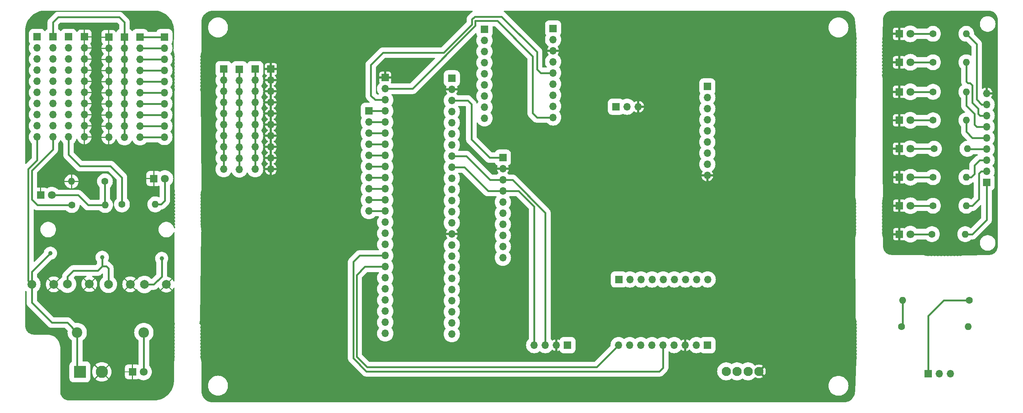
<source format=gbr>
%TF.GenerationSoftware,KiCad,Pcbnew,8.0.7*%
%TF.CreationDate,2025-06-17T16:53:58+08:00*%
%TF.ProjectId,TT_0.4_Control_board!,54545f30-2e34-45f4-936f-6e74726f6c5f,rev?*%
%TF.SameCoordinates,Original*%
%TF.FileFunction,Copper,L2,Bot*%
%TF.FilePolarity,Positive*%
%FSLAX46Y46*%
G04 Gerber Fmt 4.6, Leading zero omitted, Abs format (unit mm)*
G04 Created by KiCad (PCBNEW 8.0.7) date 2025-06-17 16:53:58*
%MOMM*%
%LPD*%
G01*
G04 APERTURE LIST*
%TA.AperFunction,ComponentPad*%
%ADD10R,1.700000X1.700000*%
%TD*%
%TA.AperFunction,ComponentPad*%
%ADD11O,1.700000X1.700000*%
%TD*%
%TA.AperFunction,ComponentPad*%
%ADD12C,1.600000*%
%TD*%
%TA.AperFunction,ComponentPad*%
%ADD13O,1.600000X1.600000*%
%TD*%
%TA.AperFunction,ComponentPad*%
%ADD14C,2.100000*%
%TD*%
%TA.AperFunction,ComponentPad*%
%ADD15R,2.800000X2.800000*%
%TD*%
%TA.AperFunction,ComponentPad*%
%ADD16C,2.800000*%
%TD*%
%TA.AperFunction,ComponentPad*%
%ADD17R,1.800000X1.800000*%
%TD*%
%TA.AperFunction,ComponentPad*%
%ADD18C,1.800000*%
%TD*%
%TA.AperFunction,ComponentPad*%
%ADD19C,2.000000*%
%TD*%
%TA.AperFunction,ComponentPad*%
%ADD20C,2.400000*%
%TD*%
%TA.AperFunction,ComponentPad*%
%ADD21O,2.400000X2.400000*%
%TD*%
%TA.AperFunction,ViaPad*%
%ADD22C,1.000000*%
%TD*%
%TA.AperFunction,Conductor*%
%ADD23C,0.400000*%
%TD*%
G04 APERTURE END LIST*
D10*
%TO.P,J1,1,Pin_1*%
%TO.N,BMS_12V*%
X239510000Y-142550000D03*
D11*
%TO.P,J1,2,Pin_2*%
%TO.N,Bat_Sig*%
X242050000Y-142550000D03*
%TO.P,J1,3,Pin_3*%
%TO.N,BMS_GND*%
X244590000Y-142550000D03*
%TD*%
D12*
%TO.P,R14,1*%
%TO.N,Net-(D11-A)*%
X51310000Y-98650000D03*
D13*
%TO.P,R14,2*%
%TO.N,P_GND*%
X43690000Y-98650000D03*
%TD*%
D12*
%TO.P,R13,1*%
%TO.N,P_5V*%
X43740000Y-104050000D03*
D13*
%TO.P,R13,2*%
%TO.N,Net-(D11-A)*%
X51360000Y-104050000D03*
%TD*%
D10*
%TO.P,J24,1,Pin_1*%
%TO.N,3.3V*%
X85650000Y-73010000D03*
D11*
%TO.P,J24,2,Pin_2*%
X85650000Y-75550000D03*
%TO.P,J24,3,Pin_3*%
X85650000Y-78090000D03*
%TO.P,J24,4,Pin_4*%
X85650000Y-80630000D03*
%TO.P,J24,5,Pin_5*%
X85650000Y-83170000D03*
%TO.P,J24,6,Pin_6*%
X85650000Y-85710000D03*
%TO.P,J24,7,Pin_7*%
X85650000Y-88250000D03*
%TO.P,J24,8,Pin_8*%
X85650000Y-90790000D03*
%TO.P,J24,9,Pin_9*%
X85650000Y-93330000D03*
%TO.P,J24,10,Pin_10*%
X85650000Y-95870000D03*
%TD*%
D14*
%TO.P,J18,1*%
%TO.N,3.3V*%
X193325000Y-142035000D03*
%TO.P,J18,2*%
%TO.N,unconnected-(J18-Pad2)*%
X195825000Y-142035000D03*
%TO.P,J18,3*%
%TO.N,S_KILL*%
X198325000Y-142035000D03*
%TO.P,J18,4*%
%TO.N,GND*%
X200825000Y-142035000D03*
%TD*%
D10*
%TO.P,J23,1,Pin_1*%
%TO.N,12V*%
X78450000Y-73010000D03*
D11*
%TO.P,J23,2,Pin_2*%
X78450000Y-75550000D03*
%TO.P,J23,3,Pin_3*%
X78450000Y-78090000D03*
%TO.P,J23,4,Pin_4*%
X78450000Y-80630000D03*
%TO.P,J23,5,Pin_5*%
X78450000Y-83170000D03*
%TO.P,J23,6,Pin_6*%
X78450000Y-85710000D03*
%TO.P,J23,7,Pin_7*%
X78450000Y-88250000D03*
%TO.P,J23,8,Pin_8*%
X78450000Y-90790000D03*
%TO.P,J23,9,Pin_9*%
X78450000Y-93330000D03*
%TO.P,J23,10,Pin_10*%
X78450000Y-95870000D03*
%TD*%
D12*
%TO.P,R2,1*%
%TO.N,Bat_Sig*%
X233430000Y-131800000D03*
D13*
%TO.P,R2,2*%
%TO.N,BMS_GND*%
X248670000Y-131800000D03*
%TD*%
D10*
%TO.P,J25,1,Pin_1*%
%TO.N,GND*%
X89250000Y-73010000D03*
D11*
%TO.P,J25,2,Pin_2*%
X89250000Y-75550000D03*
%TO.P,J25,3,Pin_3*%
X89250000Y-78090000D03*
%TO.P,J25,4,Pin_4*%
X89250000Y-80630000D03*
%TO.P,J25,5,Pin_5*%
X89250000Y-83170000D03*
%TO.P,J25,6,Pin_6*%
X89250000Y-85710000D03*
%TO.P,J25,7,Pin_7*%
X89250000Y-88250000D03*
%TO.P,J25,8,Pin_8*%
X89250000Y-90790000D03*
%TO.P,J25,9,Pin_9*%
X89250000Y-93330000D03*
%TO.P,J25,10,Pin_10*%
X89250000Y-95870000D03*
%TD*%
D10*
%TO.P,REF\u002A\u002A,1*%
%TO.N,N/C*%
X138075000Y-63915000D03*
D11*
%TO.P,REF\u002A\u002A,2*%
X138075000Y-66455000D03*
%TO.P,REF\u002A\u002A,3*%
X138075000Y-68995000D03*
%TO.P,REF\u002A\u002A,4*%
X138075000Y-71535000D03*
%TO.P,REF\u002A\u002A,5*%
X138075000Y-74075000D03*
%TO.P,REF\u002A\u002A,6*%
X138075000Y-76615000D03*
%TO.P,REF\u002A\u002A,7*%
X138075000Y-79155000D03*
%TO.P,REF\u002A\u002A,8*%
X138075000Y-81695000D03*
%TO.P,REF\u002A\u002A,9*%
X138075000Y-84235000D03*
%TD*%
D10*
%TO.P,REF\u002A\u002A,1*%
%TO.N,N/C*%
X168775000Y-121035000D03*
D11*
%TO.P,REF\u002A\u002A,2*%
X171315000Y-121035000D03*
%TO.P,REF\u002A\u002A,3*%
X173855000Y-121035000D03*
%TO.P,REF\u002A\u002A,4*%
X176395000Y-121035000D03*
%TO.P,REF\u002A\u002A,5*%
X178935000Y-121035000D03*
%TO.P,REF\u002A\u002A,6*%
X181475000Y-121035000D03*
%TO.P,REF\u002A\u002A,7*%
X184015000Y-121035000D03*
%TO.P,REF\u002A\u002A,8*%
X186555000Y-121035000D03*
%TO.P,REF\u002A\u002A,9*%
X189095000Y-121035000D03*
%TD*%
D15*
%TO.P,J2,1,Pin_1*%
%TO.N,P_12V*%
X45600000Y-142150000D03*
D16*
%TO.P,J2,2,Pin_2*%
%TO.N,P_GND*%
X50600000Y-142150000D03*
%TD*%
D10*
%TO.P,J12,1,Pin_1*%
%TO.N,unconnected-(J12-Pin_1-Pad1)*%
X153775000Y-63715000D03*
D11*
%TO.P,J12,2,Pin_2*%
%TO.N,unconnected-(J12-Pin_2-Pad2)*%
X153775000Y-66255000D03*
%TO.P,J12,3,Pin_3*%
%TO.N,GND*%
X153775000Y-68795000D03*
%TO.P,J12,4,Pin_4*%
%TO.N,unconnected-(J12-Pin_4-Pad4)*%
X153775000Y-71335000D03*
%TO.P,J12,5,Pin_5*%
%TO.N,RX1*%
X153775000Y-73875000D03*
%TO.P,J12,6,Pin_6*%
%TO.N,5V*%
X153775000Y-76415000D03*
%TO.P,J12,7,Pin_7*%
%TO.N,unconnected-(J12-Pin_7-Pad7)*%
X153775000Y-78955000D03*
%TO.P,J12,8,Pin_8*%
%TO.N,unconnected-(J12-Pin_8-Pad8)*%
X153775000Y-81495000D03*
%TO.P,J12,9,Pin_9*%
%TO.N,TX1*%
X153775000Y-84035000D03*
%TD*%
D17*
%TO.P,D11,1,K*%
%TO.N,P_GND*%
X36625000Y-101800000D03*
D18*
%TO.P,D11,2,A*%
%TO.N,Net-(D11-A)*%
X39165000Y-101800000D03*
%TD*%
D12*
%TO.P,R6,1*%
%TO.N,Net-(D4-A)*%
X240850000Y-91200000D03*
D13*
%TO.P,R6,2*%
%TO.N,L_LED4*%
X248470000Y-91200000D03*
%TD*%
D10*
%TO.P,J7,1,Pin_1*%
%TO.N,P_5V*%
X39400000Y-65650000D03*
D11*
%TO.P,J7,2,Pin_2*%
X39400000Y-68190000D03*
%TO.P,J7,3,Pin_3*%
X39400000Y-70730000D03*
%TO.P,J7,4,Pin_4*%
X39400000Y-73270000D03*
%TO.P,J7,5,Pin_5*%
X39400000Y-75810000D03*
%TO.P,J7,6,Pin_6*%
X39400000Y-78350000D03*
%TO.P,J7,7,Pin_7*%
X39400000Y-80890000D03*
%TO.P,J7,8,Pin_8*%
X39400000Y-83430000D03*
%TO.P,J7,9,Pin_9*%
X39400000Y-85970000D03*
%TO.P,J7,10,Pin_10*%
X39400000Y-88510000D03*
%TD*%
D10*
%TO.P,J6,1,Pin_1*%
%TO.N,3.3V*%
X157075000Y-136035000D03*
D11*
%TO.P,J6,2,Pin_2*%
%TO.N,GND*%
X154535000Y-136035000D03*
%TO.P,J6,3,Pin_3*%
%TO.N,SCL*%
X151995000Y-136035000D03*
%TO.P,J6,4,Pin_4*%
%TO.N,SDA*%
X149455000Y-136035000D03*
%TD*%
D12*
%TO.P,R10,1*%
%TO.N,Net-(D8-A)*%
X240600000Y-64950000D03*
D13*
%TO.P,R10,2*%
%TO.N,L_LED8*%
X248220000Y-64950000D03*
%TD*%
D12*
%TO.P,R4,1*%
%TO.N,Net-(D2-A)*%
X240600000Y-104200000D03*
D13*
%TO.P,R4,2*%
%TO.N,L_LED2*%
X248220000Y-104200000D03*
%TD*%
D10*
%TO.P,J20,1,Pin_1*%
%TO.N,L_LED1*%
X252850000Y-98860000D03*
D11*
%TO.P,J20,2,Pin_2*%
%TO.N,L_LED2*%
X252850000Y-96320000D03*
%TO.P,J20,3,Pin_3*%
%TO.N,L_LED3*%
X252850000Y-93780000D03*
%TO.P,J20,4,Pin_4*%
%TO.N,L_LED4*%
X252850000Y-91240000D03*
%TO.P,J20,5,Pin_5*%
%TO.N,L_LED5*%
X252850000Y-88700000D03*
%TO.P,J20,6,Pin_6*%
%TO.N,L_LED6*%
X252850000Y-86160000D03*
%TO.P,J20,7,Pin_7*%
%TO.N,L_LED7*%
X252850000Y-83620000D03*
%TO.P,J20,8,Pin_8*%
%TO.N,L_LED8*%
X252850000Y-81080000D03*
%TO.P,J20,9,Pin_9*%
%TO.N,L_GND*%
X252850000Y-78540000D03*
%TD*%
D10*
%TO.P,J14,1,Pin_1*%
%TO.N,P_12V*%
X35800000Y-65650000D03*
D11*
%TO.P,J14,2,Pin_2*%
X35800000Y-68190000D03*
%TO.P,J14,3,Pin_3*%
X35800000Y-70730000D03*
%TO.P,J14,4,Pin_4*%
X35800000Y-73270000D03*
%TO.P,J14,5,Pin_5*%
X35800000Y-75810000D03*
%TO.P,J14,6,Pin_6*%
X35800000Y-78350000D03*
%TO.P,J14,7,Pin_7*%
X35800000Y-80890000D03*
%TO.P,J14,8,Pin_8*%
X35800000Y-83430000D03*
%TO.P,J14,9,Pin_9*%
X35800000Y-85970000D03*
%TO.P,J14,10,Pin_10*%
X35800000Y-88510000D03*
%TD*%
D19*
%TO.P,C4,1*%
%TO.N,P_3.3V*%
X60350000Y-122200000D03*
%TO.P,C4,2*%
%TO.N,P_GND*%
X65350000Y-122200000D03*
%TD*%
D17*
%TO.P,D9,1,K*%
%TO.N,P_GND*%
X57600000Y-142150000D03*
D18*
%TO.P,D9,2,A*%
%TO.N,Net-(D9-A)*%
X60140000Y-142150000D03*
%TD*%
D10*
%TO.P,J21,1,Pin_1*%
%TO.N,GND*%
X115400000Y-74960000D03*
D11*
%TO.P,J21,2,Pin_2*%
%TO.N,TX1*%
X115400000Y-77500000D03*
%TO.P,J21,3,Pin_3*%
%TO.N,RX1*%
X115400000Y-80040000D03*
%TO.P,J21,4,Pin_4*%
%TO.N,T1*%
X115400000Y-82580000D03*
%TO.P,J21,5,Pin_5*%
%TO.N,T2*%
X115400000Y-85120000D03*
%TO.P,J21,6,Pin_6*%
%TO.N,T3*%
X115400000Y-87660000D03*
%TO.P,J21,7,Pin_7*%
%TO.N,T4*%
X115400000Y-90200000D03*
%TO.P,J21,8,Pin_8*%
%TO.N,T5*%
X115400000Y-92740000D03*
%TO.P,J21,9,Pin_9*%
%TO.N,T6*%
X115400000Y-95280000D03*
%TO.P,J21,10,Pin_10*%
%TO.N,T7*%
X115400000Y-97820000D03*
%TO.P,J21,11,Pin_11*%
%TO.N,T8*%
X115400000Y-100360000D03*
%TO.P,J21,12,Pin_12*%
%TO.N,T9*%
X115400000Y-102900000D03*
%TO.P,J21,13,Pin_13*%
%TO.N,T10*%
X115400000Y-105440000D03*
%TO.P,J21,14,Pin_14*%
%TO.N,unconnected-(J21-Pin_14-Pad14)*%
X115400000Y-107980000D03*
%TO.P,J21,15,Pin_15*%
%TO.N,unconnected-(J21-Pin_15-Pad15)*%
X115400000Y-110520000D03*
%TO.P,J21,16,Pin_16*%
%TO.N,unconnected-(J21-Pin_16-Pad16)*%
X115400000Y-113060000D03*
%TO.P,J21,17,Pin_17*%
%TO.N,RX2*%
X115400000Y-115600000D03*
%TO.P,J21,18,Pin_18*%
%TO.N,TX2*%
X115400000Y-118140000D03*
%TO.P,J21,19,Pin_19*%
%TO.N,unconnected-(J21-Pin_19-Pad19)*%
X115400000Y-120680000D03*
%TO.P,J21,20,Pin_20*%
%TO.N,unconnected-(J21-Pin_20-Pad20)*%
X115400000Y-123220000D03*
%TO.P,J21,21,Pin_21*%
%TO.N,unconnected-(J21-Pin_21-Pad21)*%
X115400000Y-125760000D03*
%TO.P,J21,22,Pin_22*%
%TO.N,unconnected-(J21-Pin_22-Pad22)*%
X115400000Y-128300000D03*
%TO.P,J21,23,Pin_23*%
%TO.N,unconnected-(J21-Pin_23-Pad23)*%
X115400000Y-130840000D03*
%TO.P,J21,24,Pin_24*%
%TO.N,unconnected-(J21-Pin_24-Pad24)*%
X115400000Y-133380000D03*
%TD*%
D10*
%TO.P,J5,1,Pin_1*%
%TO.N,3.3V*%
X142275000Y-93235000D03*
D11*
%TO.P,J5,2,Pin_2*%
%TO.N,GND*%
X142275000Y-95775000D03*
%TO.P,J5,3,Pin_3*%
%TO.N,SCL*%
X142275000Y-98315000D03*
%TO.P,J5,4,Pin_4*%
%TO.N,SDA*%
X142275000Y-100855000D03*
%TO.P,J5,5,Pin_5*%
%TO.N,unconnected-(J5-Pin_5-Pad5)*%
X142275000Y-103395000D03*
%TO.P,J5,6,Pin_6*%
%TO.N,unconnected-(J5-Pin_6-Pad6)*%
X142275000Y-105935000D03*
%TO.P,J5,7,Pin_7*%
%TO.N,unconnected-(J5-Pin_7-Pad7)*%
X142275000Y-108475000D03*
%TO.P,J5,8,Pin_8*%
%TO.N,unconnected-(J5-Pin_8-Pad8)*%
X142275000Y-111015000D03*
%TO.P,J5,9,Pin_9*%
%TO.N,unconnected-(J5-Pin_9-Pad9)*%
X142275000Y-113555000D03*
%TO.P,J5,10,Pin_10*%
%TO.N,unconnected-(J5-Pin_10-Pad10)*%
X142275000Y-116095000D03*
%TD*%
D10*
%TO.P,J19,1,Pin_1*%
%TO.N,LED8*%
X189010000Y-76975000D03*
D11*
%TO.P,J19,2,Pin_2*%
%TO.N,LED7*%
X189010000Y-79515000D03*
%TO.P,J19,3,Pin_3*%
%TO.N,LED6*%
X189010000Y-82055000D03*
%TO.P,J19,4,Pin_4*%
%TO.N,LED5*%
X189010000Y-84595000D03*
%TO.P,J19,5,Pin_5*%
%TO.N,LED4*%
X189010000Y-87135000D03*
%TO.P,J19,6,Pin_6*%
%TO.N,LED3*%
X189010000Y-89675000D03*
%TO.P,J19,7,Pin_7*%
%TO.N,LED2*%
X189010000Y-92215000D03*
%TO.P,J19,8,Pin_8*%
%TO.N,LED1*%
X189010000Y-94755000D03*
%TO.P,J19,9,Pin_9*%
%TO.N,GND*%
X189010000Y-97295000D03*
%TD*%
D10*
%TO.P,J13,1,Pin_1*%
%TO.N,unconnected-(J13-Pin_1-Pad1)*%
X189075000Y-136035000D03*
D11*
%TO.P,J13,2,Pin_2*%
%TO.N,unconnected-(J13-Pin_2-Pad2)*%
X186535000Y-136035000D03*
%TO.P,J13,3,Pin_3*%
%TO.N,GND*%
X183995000Y-136035000D03*
%TO.P,J13,4,Pin_4*%
%TO.N,unconnected-(J13-Pin_4-Pad4)*%
X181455000Y-136035000D03*
%TO.P,J13,5,Pin_5*%
%TO.N,RX2*%
X178915000Y-136035000D03*
%TO.P,J13,6,Pin_6*%
%TO.N,5V*%
X176375000Y-136035000D03*
%TO.P,J13,7,Pin_7*%
%TO.N,unconnected-(J13-Pin_7-Pad7)*%
X173835000Y-136035000D03*
%TO.P,J13,8,Pin_8*%
%TO.N,unconnected-(J13-Pin_8-Pad8)*%
X171295000Y-136035000D03*
%TO.P,J13,9,Pin_9*%
%TO.N,TX2*%
X168755000Y-136035000D03*
%TD*%
D19*
%TO.P,C3,1*%
%TO.N,P_5V*%
X52100000Y-122150000D03*
%TO.P,C3,2*%
%TO.N,P_GND*%
X57100000Y-122150000D03*
%TD*%
D20*
%TO.P,R11,1*%
%TO.N,P_12V*%
X44980000Y-133150000D03*
D21*
%TO.P,R11,2*%
%TO.N,Net-(D9-A)*%
X60220000Y-133150000D03*
%TD*%
D10*
%TO.P,J8,1,Pin_1*%
%TO.N,P_GND*%
X52190000Y-65710000D03*
D11*
%TO.P,J8,2,Pin_2*%
X52190000Y-68250000D03*
%TO.P,J8,3,Pin_3*%
X52190000Y-70790000D03*
%TO.P,J8,4,Pin_4*%
X52190000Y-73330000D03*
%TO.P,J8,5,Pin_5*%
X52190000Y-75870000D03*
%TO.P,J8,6,Pin_6*%
X52190000Y-78410000D03*
%TO.P,J8,7,Pin_7*%
X52190000Y-80950000D03*
%TO.P,J8,8,Pin_8*%
X52190000Y-83490000D03*
%TO.P,J8,9,Pin_9*%
X52190000Y-86030000D03*
%TO.P,J8,10,Pin_10*%
X52190000Y-88570000D03*
%TD*%
D19*
%TO.P,C1,1*%
%TO.N,P_12V*%
X34600000Y-122150000D03*
%TO.P,C1,2*%
%TO.N,P_GND*%
X39600000Y-122150000D03*
%TD*%
D12*
%TO.P,R3,1*%
%TO.N,Net-(D1-A)*%
X240350000Y-110700000D03*
D13*
%TO.P,R3,2*%
%TO.N,L_LED1*%
X247970000Y-110700000D03*
%TD*%
D12*
%TO.P,R5,1*%
%TO.N,Net-(D3-A)*%
X240600000Y-97700000D03*
D13*
%TO.P,R5,2*%
%TO.N,L_LED3*%
X248220000Y-97700000D03*
%TD*%
D10*
%TO.P,J11,1,Pin_1*%
%TO.N,P_3.3V*%
X43000000Y-65650000D03*
D11*
%TO.P,J11,2,Pin_2*%
X43000000Y-68190000D03*
%TO.P,J11,3,Pin_3*%
X43000000Y-70730000D03*
%TO.P,J11,4,Pin_4*%
X43000000Y-73270000D03*
%TO.P,J11,5,Pin_5*%
X43000000Y-75810000D03*
%TO.P,J11,6,Pin_6*%
X43000000Y-78350000D03*
%TO.P,J11,7,Pin_7*%
X43000000Y-80890000D03*
%TO.P,J11,8,Pin_8*%
X43000000Y-83430000D03*
%TO.P,J11,9,Pin_9*%
X43000000Y-85970000D03*
%TO.P,J11,10,Pin_10*%
X43000000Y-88510000D03*
%TD*%
D19*
%TO.P,C2,1*%
%TO.N,P_5V*%
X42750000Y-122100000D03*
%TO.P,C2,2*%
%TO.N,P_GND*%
X47750000Y-122100000D03*
%TD*%
D12*
%TO.P,R7,1*%
%TO.N,Net-(D5-A)*%
X240600000Y-84700000D03*
D13*
%TO.P,R7,2*%
%TO.N,L_LED5*%
X248220000Y-84700000D03*
%TD*%
D17*
%TO.P,D5,1,K*%
%TO.N,L_GND*%
X232870000Y-84700000D03*
D18*
%TO.P,D5,2,A*%
%TO.N,Net-(D5-A)*%
X235410000Y-84700000D03*
%TD*%
D17*
%TO.P,D10,1,K*%
%TO.N,P_GND*%
X62475000Y-98000000D03*
D18*
%TO.P,D10,2,A*%
%TO.N,Net-(D10-A)*%
X65015000Y-98000000D03*
%TD*%
D10*
%TO.P,J3,1,Pin_1*%
%TO.N,unconnected-(J3-Pin_1-Pad1)*%
X130600000Y-75120000D03*
D11*
%TO.P,J3,2,Pin_2*%
%TO.N,GND*%
X130600000Y-77660000D03*
%TO.P,J3,3,Pin_3*%
%TO.N,3.3V*%
X130600000Y-80200000D03*
%TO.P,J3,4,Pin_4*%
%TO.N,unconnected-(J3-Pin_4-Pad4)*%
X130600000Y-82740000D03*
%TO.P,J3,5,Pin_5*%
%TO.N,unconnected-(J3-Pin_5-Pad5)*%
X130600000Y-85280000D03*
%TO.P,J3,6,Pin_6*%
%TO.N,unconnected-(J3-Pin_6-Pad6)*%
X130600000Y-87820000D03*
%TO.P,J3,7,Pin_7*%
%TO.N,unconnected-(J3-Pin_7-Pad7)*%
X130600000Y-90360000D03*
%TO.P,J3,8,Pin_8*%
%TO.N,SCL*%
X130600000Y-92900000D03*
%TO.P,J3,9,Pin_9*%
%TO.N,SDA*%
X130600000Y-95440000D03*
%TO.P,J3,10,Pin_10*%
%TO.N,unconnected-(J3-Pin_10-Pad10)*%
X130600000Y-97980000D03*
%TO.P,J3,11,Pin_11*%
%TO.N,unconnected-(J3-Pin_11-Pad11)*%
X130600000Y-100520000D03*
%TO.P,J3,12,Pin_12*%
%TO.N,S_KILL*%
X130600000Y-103060000D03*
%TO.P,J3,13,Pin_13*%
%TO.N,BMS*%
X130600000Y-105600000D03*
%TO.P,J3,14,Pin_14*%
%TO.N,unconnected-(J3-Pin_14-Pad14)*%
X130600000Y-108140000D03*
%TO.P,J3,15,Pin_15*%
%TO.N,GND*%
X130600000Y-110680000D03*
%TO.P,J3,16,Pin_16*%
%TO.N,unconnected-(J3-Pin_16-Pad16)*%
X130600000Y-113220000D03*
%TO.P,J3,17,Pin_17*%
%TO.N,LED8*%
X130600000Y-115760000D03*
%TO.P,J3,18,Pin_18*%
%TO.N,LED7*%
X130600000Y-118300000D03*
%TO.P,J3,19,Pin_19*%
%TO.N,LED6*%
X130600000Y-120840000D03*
%TO.P,J3,20,Pin_20*%
%TO.N,LED5*%
X130600000Y-123380000D03*
%TO.P,J3,21,Pin_21*%
%TO.N,LED4*%
X130600000Y-125920000D03*
%TO.P,J3,22,Pin_22*%
%TO.N,LED3*%
X130600000Y-128460000D03*
%TO.P,J3,23,Pin_23*%
%TO.N,LED2*%
X130600000Y-131000000D03*
%TO.P,J3,24,Pin_24*%
%TO.N,LED1*%
X130600000Y-133540000D03*
%TD*%
D10*
%TO.P,J9,1,Pin_1*%
%TO.N,P_5V*%
X55780000Y-65700000D03*
D11*
%TO.P,J9,2,Pin_2*%
X55780000Y-68240000D03*
%TO.P,J9,3,Pin_3*%
X55780000Y-70780000D03*
%TO.P,J9,4,Pin_4*%
X55780000Y-73320000D03*
%TO.P,J9,5,Pin_5*%
X55780000Y-75860000D03*
%TO.P,J9,6,Pin_6*%
X55780000Y-78400000D03*
%TO.P,J9,7,Pin_7*%
X55780000Y-80940000D03*
%TO.P,J9,8,Pin_8*%
X55780000Y-83480000D03*
%TO.P,J9,9,Pin_9*%
X55780000Y-86020000D03*
%TO.P,J9,10,Pin_10*%
X55780000Y-88560000D03*
%TD*%
D17*
%TO.P,D7,1,K*%
%TO.N,L_GND*%
X232885000Y-71450000D03*
D18*
%TO.P,D7,2,A*%
%TO.N,Net-(D7-A)*%
X235425000Y-71450000D03*
%TD*%
D10*
%TO.P,J22,1,Pin_1*%
%TO.N,5V*%
X82050000Y-73060000D03*
D11*
%TO.P,J22,2,Pin_2*%
X82050000Y-75600000D03*
%TO.P,J22,3,Pin_3*%
X82050000Y-78140000D03*
%TO.P,J22,4,Pin_4*%
X82050000Y-80680000D03*
%TO.P,J22,5,Pin_5*%
X82050000Y-83220000D03*
%TO.P,J22,6,Pin_6*%
X82050000Y-85760000D03*
%TO.P,J22,7,Pin_7*%
X82050000Y-88300000D03*
%TO.P,J22,8,Pin_8*%
X82050000Y-90840000D03*
%TO.P,J22,9,Pin_9*%
X82050000Y-93380000D03*
%TO.P,J22,10,Pin_10*%
X82050000Y-95920000D03*
%TD*%
D10*
%TO.P,J4,1,Pin_1*%
%TO.N,12V*%
X168135000Y-81585000D03*
D11*
%TO.P,J4,2,Pin_2*%
%TO.N,BMS*%
X170675000Y-81585000D03*
%TO.P,J4,3,Pin_3*%
%TO.N,GND*%
X173215000Y-81585000D03*
%TD*%
D10*
%TO.P,J10,1,Pin_1*%
%TO.N,T1*%
X111650000Y-82560000D03*
D11*
%TO.P,J10,2,Pin_2*%
%TO.N,T2*%
X111650000Y-85100000D03*
%TO.P,J10,3,Pin_3*%
%TO.N,T3*%
X111650000Y-87640000D03*
%TO.P,J10,4,Pin_4*%
%TO.N,T4*%
X111650000Y-90180000D03*
%TO.P,J10,5,Pin_5*%
%TO.N,T5*%
X111650000Y-92720000D03*
%TO.P,J10,6,Pin_6*%
%TO.N,T6*%
X111650000Y-95260000D03*
%TO.P,J10,7,Pin_7*%
%TO.N,T7*%
X111650000Y-97800000D03*
%TO.P,J10,8,Pin_8*%
%TO.N,T8*%
X111650000Y-100340000D03*
%TO.P,J10,9,Pin_9*%
%TO.N,T9*%
X111650000Y-102880000D03*
%TO.P,J10,10,Pin_10*%
%TO.N,T10*%
X111650000Y-105420000D03*
%TD*%
D12*
%TO.P,R1,1*%
%TO.N,BMS_12V*%
X248920000Y-125800000D03*
D13*
%TO.P,R1,2*%
%TO.N,Bat_Sig*%
X233680000Y-125800000D03*
%TD*%
D12*
%TO.P,R9,1*%
%TO.N,Net-(D7-A)*%
X240600000Y-71450000D03*
D13*
%TO.P,R9,2*%
%TO.N,L_LED7*%
X248220000Y-71450000D03*
%TD*%
D10*
%TO.P,J15,1,Pin_1*%
%TO.N,P_GND*%
X46600000Y-65650000D03*
D11*
%TO.P,J15,2,Pin_2*%
X46600000Y-68190000D03*
%TO.P,J15,3,Pin_3*%
X46600000Y-70730000D03*
%TO.P,J15,4,Pin_4*%
X46600000Y-73270000D03*
%TO.P,J15,5,Pin_5*%
X46600000Y-75810000D03*
%TO.P,J15,6,Pin_6*%
X46600000Y-78350000D03*
%TO.P,J15,7,Pin_7*%
X46600000Y-80890000D03*
%TO.P,J15,8,Pin_8*%
X46600000Y-83430000D03*
%TO.P,J15,9,Pin_9*%
X46600000Y-85970000D03*
%TO.P,J15,10,Pin_10*%
X46600000Y-88510000D03*
%TD*%
D17*
%TO.P,D8,1,K*%
%TO.N,L_GND*%
X232870000Y-64950000D03*
D18*
%TO.P,D8,2,A*%
%TO.N,Net-(D8-A)*%
X235410000Y-64950000D03*
%TD*%
D12*
%TO.P,R8,1*%
%TO.N,Net-(D6-A)*%
X240600000Y-78200000D03*
D13*
%TO.P,R8,2*%
%TO.N,L_LED6*%
X248220000Y-78200000D03*
%TD*%
D17*
%TO.P,D1,1,K*%
%TO.N,L_GND*%
X232910000Y-110700000D03*
D18*
%TO.P,D1,2,A*%
%TO.N,Net-(D1-A)*%
X235450000Y-110700000D03*
%TD*%
D12*
%TO.P,R12,1*%
%TO.N,P_3.3V*%
X55200000Y-103900000D03*
D13*
%TO.P,R12,2*%
%TO.N,Net-(D10-A)*%
X62820000Y-103900000D03*
%TD*%
D10*
%TO.P,J16,1,Pin_1*%
%TO.N,P_T1*%
X59340000Y-65710000D03*
D11*
%TO.P,J16,2,Pin_2*%
%TO.N,P_T2*%
X59340000Y-68250000D03*
%TO.P,J16,3,Pin_3*%
%TO.N,P_T3*%
X59340000Y-70790000D03*
%TO.P,J16,4,Pin_4*%
%TO.N,P_T4*%
X59340000Y-73330000D03*
%TO.P,J16,5,Pin_5*%
%TO.N,P_T5*%
X59340000Y-75870000D03*
%TO.P,J16,6,Pin_6*%
%TO.N,P_T6*%
X59340000Y-78410000D03*
%TO.P,J16,7,Pin_7*%
%TO.N,P_T7*%
X59340000Y-80950000D03*
%TO.P,J16,8,Pin_8*%
%TO.N,P_T8*%
X59340000Y-83490000D03*
%TO.P,J16,9,Pin_9*%
%TO.N,P_T9*%
X59340000Y-86030000D03*
%TO.P,J16,10,Pin_10*%
%TO.N,P_T10*%
X59340000Y-88570000D03*
%TD*%
D17*
%TO.P,D3,1,K*%
%TO.N,L_GND*%
X232910000Y-97700000D03*
D18*
%TO.P,D3,2,A*%
%TO.N,Net-(D3-A)*%
X235450000Y-97700000D03*
%TD*%
D17*
%TO.P,D4,1,K*%
%TO.N,L_GND*%
X232870000Y-91200000D03*
D18*
%TO.P,D4,2,A*%
%TO.N,Net-(D4-A)*%
X235410000Y-91200000D03*
%TD*%
D10*
%TO.P,J17,1,Pin_1*%
%TO.N,P_T1*%
X64900000Y-65660000D03*
D11*
%TO.P,J17,2,Pin_2*%
%TO.N,P_T2*%
X64900000Y-68200000D03*
%TO.P,J17,3,Pin_3*%
%TO.N,P_T3*%
X64900000Y-70740000D03*
%TO.P,J17,4,Pin_4*%
%TO.N,P_T4*%
X64900000Y-73280000D03*
%TO.P,J17,5,Pin_5*%
%TO.N,P_T5*%
X64900000Y-75820000D03*
%TO.P,J17,6,Pin_6*%
%TO.N,P_T6*%
X64900000Y-78360000D03*
%TO.P,J17,7,Pin_7*%
%TO.N,P_T7*%
X64900000Y-80900000D03*
%TO.P,J17,8,Pin_8*%
%TO.N,P_T8*%
X64900000Y-83440000D03*
%TO.P,J17,9,Pin_9*%
%TO.N,P_T9*%
X64900000Y-85980000D03*
%TO.P,J17,10,Pin_10*%
%TO.N,P_T10*%
X64900000Y-88520000D03*
%TD*%
D17*
%TO.P,D6,1,K*%
%TO.N,L_GND*%
X232885000Y-78200000D03*
D18*
%TO.P,D6,2,A*%
%TO.N,Net-(D6-A)*%
X235425000Y-78200000D03*
%TD*%
D17*
%TO.P,D2,1,K*%
%TO.N,L_GND*%
X232910000Y-104200000D03*
D18*
%TO.P,D2,2,A*%
%TO.N,Net-(D2-A)*%
X235450000Y-104200000D03*
%TD*%
D22*
%TO.N,P_GND*%
X52950000Y-109800000D03*
%TO.N,P_5V*%
X50700000Y-116000000D03*
%TO.N,P_12V*%
X38850000Y-115050000D03*
%TO.N,P_3.3V*%
X64300000Y-116250000D03*
%TD*%
D23*
%TO.N,Net-(D9-A)*%
X60220000Y-142070000D02*
X60140000Y-142150000D01*
X60220000Y-133150000D02*
X60220000Y-142070000D01*
%TO.N,Net-(D1-A)*%
X240350000Y-110700000D02*
X235450000Y-110700000D01*
%TO.N,Net-(D2-A)*%
X240600000Y-104200000D02*
X235450000Y-104200000D01*
%TO.N,Net-(D3-A)*%
X240600000Y-97700000D02*
X235450000Y-97700000D01*
%TO.N,Net-(D4-A)*%
X240850000Y-91200000D02*
X235410000Y-91200000D01*
%TO.N,Net-(D5-A)*%
X240600000Y-84700000D02*
X235410000Y-84700000D01*
%TO.N,Net-(D6-A)*%
X240600000Y-78200000D02*
X235425000Y-78200000D01*
%TO.N,Net-(D7-A)*%
X240600000Y-71450000D02*
X235425000Y-71450000D01*
%TO.N,Net-(D8-A)*%
X240600000Y-64950000D02*
X235410000Y-64950000D01*
%TO.N,Net-(D10-A)*%
X65015000Y-103035000D02*
X64150000Y-103900000D01*
X65015000Y-98000000D02*
X65015000Y-103035000D01*
X64150000Y-103900000D02*
X62820000Y-103900000D01*
%TO.N,Net-(D11-A)*%
X47450000Y-104050000D02*
X51360000Y-104050000D01*
X39165000Y-101800000D02*
X45200000Y-101800000D01*
X45200000Y-101800000D02*
X47450000Y-104050000D01*
X51310000Y-98650000D02*
X51310000Y-104000000D01*
X51310000Y-104000000D02*
X51360000Y-104050000D01*
%TO.N,Bat_Sig*%
X233680000Y-131550000D02*
X233430000Y-131800000D01*
X233680000Y-125800000D02*
X233680000Y-131550000D01*
%TO.N,12V*%
X78450000Y-73010000D02*
X78450000Y-95870000D01*
%TO.N,5V*%
X82050000Y-73060000D02*
X82050000Y-95920000D01*
%TO.N,SCL*%
X130600000Y-92900000D02*
X133940000Y-92900000D01*
X133940000Y-92900000D02*
X139355000Y-98315000D01*
X139355000Y-98315000D02*
X142275000Y-98315000D01*
X142275000Y-98315000D02*
X144486370Y-98315000D01*
X151995000Y-105823630D02*
X151995000Y-136035000D01*
X144486370Y-98315000D02*
X151995000Y-105823630D01*
%TO.N,SDA*%
X145895000Y-100855000D02*
X149455000Y-104415000D01*
X130600000Y-95440000D02*
X133480000Y-95440000D01*
X133480000Y-95440000D02*
X138895000Y-100855000D01*
X149455000Y-104415000D02*
X149455000Y-136035000D01*
X142275000Y-100855000D02*
X145895000Y-100855000D01*
X138895000Y-100855000D02*
X142275000Y-100855000D01*
%TO.N,3.3V*%
X135075000Y-81035000D02*
X135075000Y-89035000D01*
X135075000Y-89035000D02*
X139275000Y-93235000D01*
X85650000Y-73010000D02*
X85650000Y-95870000D01*
X134240000Y-80200000D02*
X135075000Y-81035000D01*
X130600000Y-80200000D02*
X134240000Y-80200000D01*
X139275000Y-93235000D02*
X142275000Y-93235000D01*
%TO.N,T9*%
X111650000Y-102880000D02*
X115380000Y-102880000D01*
X115380000Y-102880000D02*
X115400000Y-102900000D01*
%TO.N,T8*%
X115380000Y-100340000D02*
X115400000Y-100360000D01*
X111650000Y-100340000D02*
X115380000Y-100340000D01*
%TO.N,T7*%
X115380000Y-97800000D02*
X115400000Y-97820000D01*
X111650000Y-97800000D02*
X115380000Y-97800000D01*
%TO.N,T3*%
X111650000Y-87640000D02*
X115380000Y-87640000D01*
X115380000Y-87640000D02*
X115400000Y-87660000D01*
%TO.N,T10*%
X115380000Y-105420000D02*
X115400000Y-105440000D01*
X111650000Y-105420000D02*
X115380000Y-105420000D01*
%TO.N,T6*%
X115380000Y-95260000D02*
X115400000Y-95280000D01*
X111650000Y-95260000D02*
X115380000Y-95260000D01*
%TO.N,T2*%
X111650000Y-85100000D02*
X115380000Y-85100000D01*
X115380000Y-85100000D02*
X115400000Y-85120000D01*
%TO.N,T4*%
X115380000Y-90180000D02*
X115400000Y-90200000D01*
X111650000Y-90180000D02*
X115380000Y-90180000D01*
%TO.N,T1*%
X111650000Y-82560000D02*
X115380000Y-82560000D01*
X115380000Y-82560000D02*
X115400000Y-82580000D01*
%TO.N,T5*%
X115380000Y-92720000D02*
X115400000Y-92740000D01*
X111650000Y-92720000D02*
X115380000Y-92720000D01*
%TO.N,TX1*%
X149075000Y-70075000D02*
X141000000Y-62000000D01*
X136000000Y-62000000D02*
X136000000Y-63110000D01*
X153775000Y-84035000D02*
X150075000Y-84035000D01*
X149075000Y-83035000D02*
X149075000Y-70075000D01*
X141000000Y-62000000D02*
X136000000Y-62000000D01*
X136000000Y-63110000D02*
X121610000Y-77500000D01*
X121610000Y-77500000D02*
X115400000Y-77500000D01*
X150075000Y-84035000D02*
X149075000Y-83035000D01*
%TO.N,RX1*%
X150915000Y-73875000D02*
X153775000Y-73875000D01*
X114875000Y-69235000D02*
X128743630Y-69235000D01*
X112075000Y-79035000D02*
X112075000Y-72035000D01*
X142000000Y-61000000D02*
X150075000Y-69075000D01*
X112075000Y-72035000D02*
X114875000Y-69235000D01*
X113080000Y-80040000D02*
X112075000Y-79035000D01*
X150075000Y-69075000D02*
X150075000Y-73035000D01*
X135200000Y-61668629D02*
X135868629Y-61000000D01*
X135200000Y-62778630D02*
X135200000Y-61668629D01*
X135868629Y-61000000D02*
X142000000Y-61000000D01*
X115400000Y-80040000D02*
X113080000Y-80040000D01*
X150075000Y-73035000D02*
X150915000Y-73875000D01*
X128743630Y-69235000D02*
X135200000Y-62778630D01*
%TO.N,TX2*%
X168755000Y-136035000D02*
X163755000Y-141035000D01*
X108875000Y-120035000D02*
X110770000Y-118140000D01*
X108875000Y-138703630D02*
X108875000Y-120035000D01*
X110770000Y-118140000D02*
X115400000Y-118140000D01*
X163755000Y-141035000D02*
X111206370Y-141035000D01*
X111206370Y-141035000D02*
X108875000Y-138703630D01*
%TO.N,RX2*%
X109510000Y-115600000D02*
X108075000Y-117035000D01*
X178915000Y-141195000D02*
X178915000Y-136035000D01*
X178075000Y-142035000D02*
X178915000Y-141195000D01*
X115400000Y-115600000D02*
X109510000Y-115600000D01*
X108075000Y-117035000D02*
X108075000Y-139035000D01*
X111075000Y-142035000D02*
X178075000Y-142035000D01*
X108075000Y-139035000D02*
X111075000Y-142035000D01*
%TO.N,P_5V*%
X34600000Y-96150000D02*
X39400000Y-91350000D01*
X51600000Y-118000000D02*
X52100000Y-118500000D01*
X42750000Y-122100000D02*
X42750000Y-120350000D01*
X55780000Y-65700000D02*
X55780000Y-88560000D01*
X39400000Y-62350000D02*
X40600000Y-61150000D01*
X54600000Y-61150000D02*
X55780000Y-62330000D01*
X55780000Y-62330000D02*
X55780000Y-65700000D01*
X35875000Y-104050000D02*
X34600000Y-102775000D01*
X39400000Y-65650000D02*
X39400000Y-62350000D01*
X40600000Y-61150000D02*
X54600000Y-61150000D01*
X50700000Y-118000000D02*
X50700000Y-116000000D01*
X39400000Y-91350000D02*
X39400000Y-88510000D01*
X44100000Y-119000000D02*
X49700000Y-119000000D01*
X50700000Y-118000000D02*
X51600000Y-118000000D01*
X52100000Y-118500000D02*
X52100000Y-122150000D01*
X49700000Y-119000000D02*
X50700000Y-118000000D01*
X43740000Y-104050000D02*
X35875000Y-104050000D01*
X42750000Y-120350000D02*
X44100000Y-119000000D01*
X34600000Y-102775000D02*
X34600000Y-96150000D01*
%TO.N,P_12V*%
X34034315Y-95584315D02*
X33800000Y-95818629D01*
X44980000Y-141530000D02*
X45600000Y-142150000D01*
X34600000Y-122150000D02*
X34600000Y-126350000D01*
X44980000Y-133150000D02*
X44980000Y-141530000D01*
X34600000Y-126350000D02*
X39150000Y-130900000D01*
X35800000Y-88510000D02*
X35800000Y-93818630D01*
X39150000Y-130900000D02*
X42730000Y-130900000D01*
X42730000Y-130900000D02*
X44980000Y-133150000D01*
X34600000Y-119300000D02*
X38850000Y-115050000D01*
X33800000Y-95818629D02*
X33800000Y-121350000D01*
X35800000Y-93818630D02*
X34034315Y-95584315D01*
X33800000Y-121350000D02*
X34600000Y-122150000D01*
X34600000Y-122150000D02*
X34600000Y-119300000D01*
%TO.N,P_3.3V*%
X43000000Y-92550000D02*
X45600000Y-95150000D01*
X64300000Y-120350000D02*
X64300000Y-116250000D01*
X62450000Y-122200000D02*
X64300000Y-120350000D01*
X45600000Y-95150000D02*
X52600000Y-95150000D01*
X43000000Y-88510000D02*
X43000000Y-92550000D01*
X55200000Y-97750000D02*
X55200000Y-103900000D01*
X52600000Y-95150000D02*
X55200000Y-97750000D01*
X60350000Y-122200000D02*
X62450000Y-122200000D01*
%TO.N,P_T7*%
X64850000Y-80950000D02*
X64900000Y-80900000D01*
X59340000Y-80950000D02*
X64850000Y-80950000D01*
%TO.N,P_T6*%
X59340000Y-78410000D02*
X64850000Y-78410000D01*
X64850000Y-78410000D02*
X64900000Y-78360000D01*
%TO.N,P_T2*%
X64850000Y-68250000D02*
X64900000Y-68200000D01*
X59340000Y-68250000D02*
X64850000Y-68250000D01*
%TO.N,P_T8*%
X59340000Y-83490000D02*
X64850000Y-83490000D01*
X64850000Y-83490000D02*
X64900000Y-83440000D01*
%TO.N,P_T10*%
X64850000Y-88570000D02*
X64900000Y-88520000D01*
X59340000Y-88570000D02*
X64850000Y-88570000D01*
%TO.N,P_T3*%
X59340000Y-70790000D02*
X64850000Y-70790000D01*
X64850000Y-70790000D02*
X64900000Y-70740000D01*
%TO.N,P_T1*%
X64850000Y-65710000D02*
X64900000Y-65660000D01*
X59340000Y-65710000D02*
X64850000Y-65710000D01*
%TO.N,P_T5*%
X64850000Y-75870000D02*
X64900000Y-75820000D01*
X59340000Y-75870000D02*
X64850000Y-75870000D01*
%TO.N,P_T9*%
X59340000Y-86030000D02*
X64850000Y-86030000D01*
X64850000Y-86030000D02*
X64900000Y-85980000D01*
%TO.N,P_T4*%
X59340000Y-73330000D02*
X64850000Y-73330000D01*
X64850000Y-73330000D02*
X64900000Y-73280000D01*
%TO.N,L_LED8*%
X251730000Y-81080000D02*
X252850000Y-81080000D01*
X250600000Y-79950000D02*
X251730000Y-81080000D01*
X250600000Y-67330000D02*
X250600000Y-79950000D01*
X248220000Y-64950000D02*
X250600000Y-67330000D01*
%TO.N,L_LED7*%
X252850000Y-83620000D02*
X251320000Y-83620000D01*
X249620000Y-80680000D02*
X249620000Y-76720000D01*
X249620000Y-76720000D02*
X249100000Y-76200000D01*
X250900000Y-83200000D02*
X250900000Y-82000000D01*
X251320000Y-83620000D02*
X250900000Y-83200000D01*
X248600000Y-76200000D02*
X248220000Y-75820000D01*
X249600000Y-80700000D02*
X249620000Y-80680000D01*
X249100000Y-76200000D02*
X248600000Y-76200000D01*
X250900000Y-82000000D02*
X249600000Y-80700000D01*
X248220000Y-75820000D02*
X248220000Y-71450000D01*
%TO.N,L_LED3*%
X250100000Y-94950000D02*
X250100000Y-96950000D01*
X252850000Y-93780000D02*
X251270000Y-93780000D01*
X251270000Y-93780000D02*
X250100000Y-94950000D01*
X249350000Y-97700000D02*
X248220000Y-97700000D01*
X250100000Y-96950000D02*
X249350000Y-97700000D01*
%TO.N,L_LED2*%
X252850000Y-96320000D02*
X251647919Y-96320000D01*
X249600000Y-104200000D02*
X248220000Y-104200000D01*
X251100000Y-102700000D02*
X249600000Y-104200000D01*
X251100000Y-96867919D02*
X251100000Y-102700000D01*
X251647919Y-96320000D02*
X251100000Y-96867919D01*
%TO.N,L_LED1*%
X249600000Y-110700000D02*
X252850000Y-107450000D01*
X252850000Y-107450000D02*
X252850000Y-98860000D01*
X249600000Y-110700000D02*
X247970000Y-110700000D01*
%TO.N,L_LED4*%
X248510000Y-91240000D02*
X248470000Y-91200000D01*
X252850000Y-91240000D02*
X248510000Y-91240000D01*
%TO.N,L_LED5*%
X249600000Y-88700000D02*
X248220000Y-87320000D01*
X252850000Y-88700000D02*
X249600000Y-88700000D01*
X248220000Y-87320000D02*
X248220000Y-84700000D01*
%TO.N,L_LED6*%
X248220000Y-81320000D02*
X248220000Y-78200000D01*
X252850000Y-86160000D02*
X250560000Y-86160000D01*
X250100000Y-85700000D02*
X250100000Y-83200000D01*
X250100000Y-83200000D02*
X248220000Y-81320000D01*
X250560000Y-86160000D02*
X250100000Y-85700000D01*
%TO.N,BMS_12V*%
X243050000Y-125800000D02*
X248920000Y-125800000D01*
X239510000Y-129340000D02*
X243050000Y-125800000D01*
X239510000Y-142550000D02*
X239510000Y-129340000D01*
%TD*%
%TA.AperFunction,Conductor*%
%TO.N,L_GND*%
G36*
X253439043Y-59700765D02*
G01*
X253687895Y-59717075D01*
X253703953Y-59719190D01*
X253911105Y-59760395D01*
X253944535Y-59767045D01*
X253960202Y-59771243D01*
X254129947Y-59828863D01*
X254192481Y-59850091D01*
X254207458Y-59856294D01*
X254416799Y-59959529D01*
X254427460Y-59964787D01*
X254441508Y-59972897D01*
X254645464Y-60109177D01*
X254658328Y-60119048D01*
X254842749Y-60280781D01*
X254854218Y-60292250D01*
X255015951Y-60476671D01*
X255025825Y-60489539D01*
X255162102Y-60693492D01*
X255170212Y-60707539D01*
X255278702Y-60927534D01*
X255284909Y-60942520D01*
X255363756Y-61174797D01*
X255367954Y-61190464D01*
X255415807Y-61431035D01*
X255417925Y-61447116D01*
X255434235Y-61695956D01*
X255434500Y-61704066D01*
X255434500Y-113445933D01*
X255434235Y-113454043D01*
X255417925Y-113702883D01*
X255415807Y-113718964D01*
X255367954Y-113959535D01*
X255363756Y-113975202D01*
X255284909Y-114207479D01*
X255278702Y-114222465D01*
X255170212Y-114442460D01*
X255162102Y-114456507D01*
X255025825Y-114660460D01*
X255015951Y-114673328D01*
X254854218Y-114857749D01*
X254842749Y-114869218D01*
X254658328Y-115030951D01*
X254645460Y-115040825D01*
X254441507Y-115177102D01*
X254427460Y-115185212D01*
X254207465Y-115293702D01*
X254192479Y-115299909D01*
X253960202Y-115378756D01*
X253944535Y-115382954D01*
X253703964Y-115430807D01*
X253687883Y-115432925D01*
X253439603Y-115449198D01*
X253433719Y-115449443D01*
X253431654Y-115449480D01*
X253429433Y-115449500D01*
X253369104Y-115449500D01*
X253366365Y-115449860D01*
X253352426Y-115450897D01*
X247846646Y-115549480D01*
X247844426Y-115549500D01*
X247681892Y-115549500D01*
X247347659Y-115585849D01*
X247019307Y-115658125D01*
X246901729Y-115697742D01*
X246831914Y-115700494D01*
X246800136Y-115687620D01*
X246793189Y-115683609D01*
X246793186Y-115683608D01*
X246665892Y-115649500D01*
X246534108Y-115649500D01*
X246406814Y-115683608D01*
X246406813Y-115683608D01*
X246406811Y-115683609D01*
X246406810Y-115683609D01*
X246287000Y-115752782D01*
X246219100Y-115769255D01*
X246163000Y-115752782D01*
X246043189Y-115683609D01*
X246043186Y-115683608D01*
X245915892Y-115649500D01*
X245784108Y-115649500D01*
X245656814Y-115683608D01*
X245656813Y-115683608D01*
X245656811Y-115683609D01*
X245656810Y-115683609D01*
X245537000Y-115752782D01*
X245469100Y-115769255D01*
X245413000Y-115752782D01*
X245293189Y-115683609D01*
X245293186Y-115683608D01*
X245165892Y-115649500D01*
X245034108Y-115649500D01*
X244906814Y-115683608D01*
X244906813Y-115683608D01*
X244906811Y-115683609D01*
X244906810Y-115683609D01*
X244787000Y-115752782D01*
X244719100Y-115769255D01*
X244663000Y-115752782D01*
X244543189Y-115683609D01*
X244543186Y-115683608D01*
X244415892Y-115649500D01*
X244284108Y-115649500D01*
X244156814Y-115683608D01*
X244156813Y-115683608D01*
X244156811Y-115683609D01*
X244156810Y-115683609D01*
X244037000Y-115752782D01*
X243969100Y-115769255D01*
X243913000Y-115752782D01*
X243793189Y-115683609D01*
X243793186Y-115683608D01*
X243665892Y-115649500D01*
X243534108Y-115649500D01*
X243406814Y-115683608D01*
X243406813Y-115683608D01*
X243406811Y-115683609D01*
X243406810Y-115683609D01*
X243287000Y-115752782D01*
X243219100Y-115769255D01*
X243163000Y-115752782D01*
X243043189Y-115683609D01*
X243043186Y-115683608D01*
X242915892Y-115649500D01*
X242784108Y-115649500D01*
X242656814Y-115683608D01*
X242656813Y-115683608D01*
X242656811Y-115683609D01*
X242656810Y-115683609D01*
X242537000Y-115752782D01*
X242469100Y-115769255D01*
X242413000Y-115752782D01*
X242293189Y-115683609D01*
X242293186Y-115683608D01*
X242165892Y-115649500D01*
X242034108Y-115649500D01*
X241906814Y-115683608D01*
X241906813Y-115683608D01*
X241906811Y-115683609D01*
X241906810Y-115683609D01*
X241787000Y-115752782D01*
X241719100Y-115769255D01*
X241663000Y-115752782D01*
X241543189Y-115683609D01*
X241543186Y-115683608D01*
X241415892Y-115649500D01*
X241284108Y-115649500D01*
X241156814Y-115683608D01*
X241156813Y-115683608D01*
X241156811Y-115683609D01*
X241156810Y-115683609D01*
X241037000Y-115752782D01*
X240969100Y-115769255D01*
X240913000Y-115752782D01*
X240793189Y-115683609D01*
X240793186Y-115683608D01*
X240665892Y-115649500D01*
X240534108Y-115649500D01*
X240406814Y-115683608D01*
X240406813Y-115683608D01*
X240406811Y-115683609D01*
X240406810Y-115683609D01*
X240287000Y-115752782D01*
X240219100Y-115769255D01*
X240163000Y-115752782D01*
X240043189Y-115683609D01*
X240043186Y-115683608D01*
X239915892Y-115649500D01*
X239784108Y-115649500D01*
X239656814Y-115683608D01*
X239656813Y-115683608D01*
X239656811Y-115683609D01*
X239656810Y-115683609D01*
X239537000Y-115752782D01*
X239469100Y-115769255D01*
X239413000Y-115752782D01*
X239293189Y-115683609D01*
X239293186Y-115683608D01*
X239165892Y-115649500D01*
X239034108Y-115649500D01*
X239034107Y-115649500D01*
X239034096Y-115649501D01*
X239033603Y-115649634D01*
X239033171Y-115649623D01*
X239026050Y-115650561D01*
X239025903Y-115649449D01*
X238963754Y-115647960D01*
X238961936Y-115647363D01*
X238707484Y-115561629D01*
X238368542Y-115487022D01*
X238023527Y-115449500D01*
X238023526Y-115449500D01*
X237915892Y-115449500D01*
X231189067Y-115449500D01*
X231180957Y-115449235D01*
X230932116Y-115432925D01*
X230916035Y-115430807D01*
X230675464Y-115382954D01*
X230659797Y-115378756D01*
X230427520Y-115299909D01*
X230412534Y-115293702D01*
X230192539Y-115185212D01*
X230178492Y-115177102D01*
X229974539Y-115040825D01*
X229961671Y-115030951D01*
X229777250Y-114869218D01*
X229765781Y-114857749D01*
X229604048Y-114673328D01*
X229594174Y-114660460D01*
X229457897Y-114456507D01*
X229449787Y-114442460D01*
X229444529Y-114431799D01*
X229341294Y-114222458D01*
X229335090Y-114207479D01*
X229256243Y-113975202D01*
X229252045Y-113959535D01*
X229239383Y-113895882D01*
X229204190Y-113718952D01*
X229202074Y-113702876D01*
X229185829Y-113455034D01*
X229185570Y-113445652D01*
X229193218Y-112699995D01*
X251319521Y-112699995D01*
X251319521Y-112700004D01*
X251339405Y-112965357D01*
X251339405Y-112965359D01*
X251389056Y-113182893D01*
X251398623Y-113224805D01*
X251495844Y-113472521D01*
X251628899Y-113702980D01*
X251762906Y-113871018D01*
X251794820Y-113911037D01*
X251855683Y-113967509D01*
X251989890Y-114092035D01*
X252209761Y-114241940D01*
X252449514Y-114357399D01*
X252449515Y-114357399D01*
X252449518Y-114357401D01*
X252703806Y-114435839D01*
X252703807Y-114435839D01*
X252703810Y-114435840D01*
X252966937Y-114475499D01*
X252966942Y-114475499D01*
X252966945Y-114475500D01*
X252966946Y-114475500D01*
X253233054Y-114475500D01*
X253233055Y-114475500D01*
X253233062Y-114475499D01*
X253496189Y-114435840D01*
X253496190Y-114435839D01*
X253496194Y-114435839D01*
X253750482Y-114357401D01*
X253990240Y-114241940D01*
X254210110Y-114092035D01*
X254405183Y-113911033D01*
X254571101Y-113702980D01*
X254704156Y-113472521D01*
X254801377Y-113224805D01*
X254860593Y-112965367D01*
X254880479Y-112700000D01*
X254871933Y-112585961D01*
X254860594Y-112434642D01*
X254860594Y-112434640D01*
X254860593Y-112434636D01*
X254860593Y-112434633D01*
X254801377Y-112175195D01*
X254704156Y-111927479D01*
X254571101Y-111697020D01*
X254405183Y-111488967D01*
X254405182Y-111488966D01*
X254405179Y-111488962D01*
X254210110Y-111307965D01*
X254210107Y-111307963D01*
X253990240Y-111158060D01*
X253990236Y-111158058D01*
X253990233Y-111158056D01*
X253990232Y-111158055D01*
X253750484Y-111042600D01*
X253750486Y-111042600D01*
X253496195Y-110964161D01*
X253496189Y-110964159D01*
X253233062Y-110924500D01*
X253233055Y-110924500D01*
X252966945Y-110924500D01*
X252966937Y-110924500D01*
X252703810Y-110964159D01*
X252703804Y-110964161D01*
X252449514Y-111042600D01*
X252209769Y-111158055D01*
X252209760Y-111158060D01*
X251989892Y-111307963D01*
X251794820Y-111488962D01*
X251628899Y-111697020D01*
X251495844Y-111927478D01*
X251398625Y-112175189D01*
X251398620Y-112175206D01*
X251339405Y-112434640D01*
X251339405Y-112434642D01*
X251319521Y-112699995D01*
X229193218Y-112699995D01*
X229199625Y-112075240D01*
X229199654Y-112073570D01*
X229200060Y-112056654D01*
X229203739Y-111903216D01*
X229174122Y-111554729D01*
X229106711Y-111211544D01*
X229106709Y-111211540D01*
X229106709Y-111211536D01*
X229003151Y-110880437D01*
X229001996Y-110824287D01*
X228999439Y-110823951D01*
X229000500Y-110815892D01*
X229000500Y-110684110D01*
X229000500Y-110684108D01*
X228966392Y-110556814D01*
X228900500Y-110442686D01*
X228900498Y-110442684D01*
X228897217Y-110437001D01*
X228880744Y-110369101D01*
X228897217Y-110312999D01*
X228900498Y-110307315D01*
X228900500Y-110307314D01*
X228966392Y-110193186D01*
X229000500Y-110065892D01*
X229000500Y-109934108D01*
X228966392Y-109806814D01*
X228934835Y-109752155D01*
X231510000Y-109752155D01*
X231510000Y-110450000D01*
X232534722Y-110450000D01*
X232490667Y-110526306D01*
X232460000Y-110640756D01*
X232460000Y-110759244D01*
X232490667Y-110873694D01*
X232534722Y-110950000D01*
X231510000Y-110950000D01*
X231510000Y-111647844D01*
X231516401Y-111707372D01*
X231516403Y-111707379D01*
X231566645Y-111842086D01*
X231566649Y-111842093D01*
X231652809Y-111957187D01*
X231652812Y-111957190D01*
X231767906Y-112043350D01*
X231767913Y-112043354D01*
X231902620Y-112093596D01*
X231902627Y-112093598D01*
X231962155Y-112099999D01*
X231962172Y-112100000D01*
X232660000Y-112100000D01*
X232660000Y-111075277D01*
X232736306Y-111119333D01*
X232850756Y-111150000D01*
X232969244Y-111150000D01*
X233083694Y-111119333D01*
X233160000Y-111075277D01*
X233160000Y-112100000D01*
X233857828Y-112100000D01*
X233857844Y-112099999D01*
X233917372Y-112093598D01*
X233917380Y-112093596D01*
X234016425Y-112056654D01*
X234086117Y-112051669D01*
X234147440Y-112085153D01*
X234147442Y-112085155D01*
X234202247Y-112139961D01*
X234202253Y-112139966D01*
X234202258Y-112139971D01*
X234419887Y-112302887D01*
X234419891Y-112302889D01*
X234419892Y-112302890D01*
X234658481Y-112433169D01*
X234658480Y-112433169D01*
X234658484Y-112433170D01*
X234658487Y-112433172D01*
X234913199Y-112528175D01*
X235178840Y-112585961D01*
X235430605Y-112603967D01*
X235449999Y-112605355D01*
X235450000Y-112605355D01*
X235450001Y-112605355D01*
X235468100Y-112604060D01*
X235721160Y-112585961D01*
X235986801Y-112528175D01*
X236241513Y-112433172D01*
X236241517Y-112433169D01*
X236241519Y-112433169D01*
X236368271Y-112363957D01*
X236480113Y-112302887D01*
X236697742Y-112139971D01*
X236889971Y-111947742D01*
X236889979Y-111947730D01*
X236892868Y-111944398D01*
X236894261Y-111945605D01*
X236944076Y-111908317D01*
X236987406Y-111900500D01*
X238948043Y-111900500D01*
X239015082Y-111920185D01*
X239032383Y-111933600D01*
X239224259Y-112111635D01*
X239447226Y-112263651D01*
X239690359Y-112380738D01*
X239948228Y-112460280D01*
X239948229Y-112460280D01*
X239948232Y-112460281D01*
X240215063Y-112500499D01*
X240215068Y-112500499D01*
X240215071Y-112500500D01*
X240215072Y-112500500D01*
X240484928Y-112500500D01*
X240484929Y-112500500D01*
X240484936Y-112500499D01*
X240751767Y-112460281D01*
X240751768Y-112460280D01*
X240751772Y-112460280D01*
X241009641Y-112380738D01*
X241252775Y-112263651D01*
X241475741Y-112111635D01*
X241642193Y-111957190D01*
X241673557Y-111928089D01*
X241673557Y-111928087D01*
X241673561Y-111928085D01*
X241841815Y-111717102D01*
X241976743Y-111483398D01*
X242075334Y-111232195D01*
X242135383Y-110969103D01*
X242147690Y-110804875D01*
X242155549Y-110700004D01*
X242155549Y-110699995D01*
X246164451Y-110699995D01*
X246164451Y-110700004D01*
X246184616Y-110969101D01*
X246244664Y-111232188D01*
X246244666Y-111232195D01*
X246343257Y-111483398D01*
X246478185Y-111717102D01*
X246600867Y-111870940D01*
X246646442Y-111928089D01*
X246804144Y-112074414D01*
X246844259Y-112111635D01*
X247067226Y-112263651D01*
X247310359Y-112380738D01*
X247568228Y-112460280D01*
X247568229Y-112460280D01*
X247568232Y-112460281D01*
X247835063Y-112500499D01*
X247835068Y-112500499D01*
X247835071Y-112500500D01*
X247835072Y-112500500D01*
X248104928Y-112500500D01*
X248104929Y-112500500D01*
X248104936Y-112500499D01*
X248371767Y-112460281D01*
X248371768Y-112460280D01*
X248371772Y-112460280D01*
X248629641Y-112380738D01*
X248872775Y-112263651D01*
X249095741Y-112111635D01*
X249287616Y-111933600D01*
X249350148Y-111902433D01*
X249371957Y-111900500D01*
X249694486Y-111900500D01*
X249881118Y-111870940D01*
X250060832Y-111812547D01*
X250229199Y-111726760D01*
X250382074Y-111615690D01*
X253765690Y-108232074D01*
X253876760Y-108079199D01*
X253962547Y-107910832D01*
X254020940Y-107731118D01*
X254034077Y-107648168D01*
X254050500Y-107544487D01*
X254050500Y-100730812D01*
X254070185Y-100663773D01*
X254117085Y-100620906D01*
X254253407Y-100549698D01*
X254411109Y-100421109D01*
X254539698Y-100263407D01*
X254633909Y-100083049D01*
X254689886Y-99887418D01*
X254700500Y-99768037D01*
X254700499Y-97951964D01*
X254689886Y-97832582D01*
X254633909Y-97636951D01*
X254539698Y-97456593D01*
X254471447Y-97372890D01*
X254444338Y-97308494D01*
X254456347Y-97239664D01*
X254458706Y-97235122D01*
X254537574Y-97090689D01*
X254630077Y-96842678D01*
X254686343Y-96584026D01*
X254705227Y-96320000D01*
X254704254Y-96306403D01*
X254700937Y-96260025D01*
X254686343Y-96055974D01*
X254630077Y-95797322D01*
X254537574Y-95549311D01*
X254410716Y-95316989D01*
X254266479Y-95124310D01*
X254242062Y-95058846D01*
X254256914Y-94990573D01*
X254266479Y-94975690D01*
X254356442Y-94855513D01*
X254410716Y-94783011D01*
X254537574Y-94550689D01*
X254630077Y-94302678D01*
X254686343Y-94044026D01*
X254705227Y-93780000D01*
X254686343Y-93515974D01*
X254630077Y-93257322D01*
X254537574Y-93009311D01*
X254532762Y-93000499D01*
X254410719Y-92776994D01*
X254410714Y-92776986D01*
X254266479Y-92584310D01*
X254242062Y-92518846D01*
X254256914Y-92450573D01*
X254266479Y-92435690D01*
X254336544Y-92342093D01*
X254410716Y-92243011D01*
X254537574Y-92010689D01*
X254630077Y-91762678D01*
X254686343Y-91504026D01*
X254705227Y-91240000D01*
X254686343Y-90975974D01*
X254630077Y-90717322D01*
X254537574Y-90469311D01*
X254504361Y-90408487D01*
X254410719Y-90236994D01*
X254410714Y-90236986D01*
X254266479Y-90044310D01*
X254242062Y-89978846D01*
X254256914Y-89910573D01*
X254266479Y-89895690D01*
X254368033Y-89760029D01*
X254410716Y-89703011D01*
X254537574Y-89470689D01*
X254630077Y-89222678D01*
X254686343Y-88964026D01*
X254705227Y-88700000D01*
X254686343Y-88435974D01*
X254630077Y-88177322D01*
X254537574Y-87929311D01*
X254410716Y-87696989D01*
X254266479Y-87504310D01*
X254242062Y-87438846D01*
X254256914Y-87370573D01*
X254266479Y-87355690D01*
X254363923Y-87225519D01*
X254410716Y-87163011D01*
X254537574Y-86930689D01*
X254630077Y-86682678D01*
X254686343Y-86424026D01*
X254705227Y-86160000D01*
X254703794Y-86139971D01*
X254700936Y-86100000D01*
X254686343Y-85895974D01*
X254630077Y-85637322D01*
X254537574Y-85389311D01*
X254410716Y-85156989D01*
X254382527Y-85119333D01*
X254266479Y-84964310D01*
X254242062Y-84898846D01*
X254256914Y-84830573D01*
X254266479Y-84815690D01*
X254353083Y-84700000D01*
X254410716Y-84623011D01*
X254537574Y-84390689D01*
X254630077Y-84142678D01*
X254686343Y-83884026D01*
X254705227Y-83620000D01*
X254686343Y-83355974D01*
X254630077Y-83097322D01*
X254537574Y-82849311D01*
X254518314Y-82814040D01*
X254410719Y-82616994D01*
X254410714Y-82616986D01*
X254266479Y-82424310D01*
X254242062Y-82358846D01*
X254256914Y-82290573D01*
X254266479Y-82275690D01*
X254396444Y-82102076D01*
X254410716Y-82083011D01*
X254537574Y-81850689D01*
X254630077Y-81602678D01*
X254686343Y-81344026D01*
X254705227Y-81080000D01*
X254686343Y-80815974D01*
X254630077Y-80557322D01*
X254537574Y-80309311D01*
X254410716Y-80076989D01*
X254374175Y-80028176D01*
X254252093Y-79865092D01*
X254252077Y-79865074D01*
X254064925Y-79677922D01*
X254064907Y-79677906D01*
X253922495Y-79571299D01*
X253880623Y-79515366D01*
X253875639Y-79445674D01*
X253895230Y-79400908D01*
X254023600Y-79217578D01*
X254123429Y-79003492D01*
X254123432Y-79003486D01*
X254180636Y-78790000D01*
X253283012Y-78790000D01*
X253315925Y-78732993D01*
X253350000Y-78605826D01*
X253350000Y-78474174D01*
X253315925Y-78347007D01*
X253283012Y-78290000D01*
X254180636Y-78290000D01*
X254180635Y-78289999D01*
X254123432Y-78076513D01*
X254123429Y-78076507D01*
X254023600Y-77862422D01*
X254023599Y-77862420D01*
X253888113Y-77668926D01*
X253888108Y-77668920D01*
X253721082Y-77501894D01*
X253527578Y-77366399D01*
X253313492Y-77266570D01*
X253313486Y-77266567D01*
X253100000Y-77209364D01*
X253100000Y-78106988D01*
X253042993Y-78074075D01*
X252915826Y-78040000D01*
X252784174Y-78040000D01*
X252657007Y-78074075D01*
X252600000Y-78106988D01*
X252600000Y-77209364D01*
X252599999Y-77209364D01*
X252386513Y-77266567D01*
X252386507Y-77266570D01*
X252172422Y-77366399D01*
X252172420Y-77366400D01*
X251995623Y-77490195D01*
X251929417Y-77512522D01*
X251861650Y-77495512D01*
X251813837Y-77444564D01*
X251800500Y-77388620D01*
X251800500Y-67235519D01*
X251792357Y-67184107D01*
X251792357Y-67184106D01*
X251770940Y-67048885D01*
X251770940Y-67048882D01*
X251712547Y-66869168D01*
X251712545Y-66869165D01*
X251712545Y-66869163D01*
X251631590Y-66710281D01*
X251626760Y-66700801D01*
X251515690Y-66547926D01*
X250058257Y-65090493D01*
X250024772Y-65029170D01*
X250022285Y-64993546D01*
X250025549Y-64950000D01*
X250024674Y-64938328D01*
X250009416Y-64734717D01*
X250005383Y-64680897D01*
X249945334Y-64417805D01*
X249846743Y-64166602D01*
X249711815Y-63932898D01*
X249543561Y-63721915D01*
X249543560Y-63721914D01*
X249543557Y-63721910D01*
X249345741Y-63538365D01*
X249252068Y-63474500D01*
X249122775Y-63386349D01*
X249122769Y-63386346D01*
X249122768Y-63386345D01*
X249122767Y-63386344D01*
X248879643Y-63269263D01*
X248879645Y-63269263D01*
X248621773Y-63189720D01*
X248621767Y-63189718D01*
X248354936Y-63149500D01*
X248354929Y-63149500D01*
X248085071Y-63149500D01*
X248085063Y-63149500D01*
X247818232Y-63189718D01*
X247818226Y-63189720D01*
X247560358Y-63269262D01*
X247317230Y-63386346D01*
X247094258Y-63538365D01*
X246896442Y-63721910D01*
X246728185Y-63932898D01*
X246593258Y-64166599D01*
X246593256Y-64166603D01*
X246494666Y-64417804D01*
X246494664Y-64417811D01*
X246434616Y-64680898D01*
X246414451Y-64949995D01*
X246414451Y-64950004D01*
X246434616Y-65219101D01*
X246494664Y-65482188D01*
X246494666Y-65482195D01*
X246568264Y-65669719D01*
X246593257Y-65733398D01*
X246728185Y-65967102D01*
X246864080Y-66137509D01*
X246896442Y-66178089D01*
X247035176Y-66306814D01*
X247094259Y-66361635D01*
X247317226Y-66513651D01*
X247560359Y-66630738D01*
X247818228Y-66710280D01*
X247818229Y-66710280D01*
X247818232Y-66710281D01*
X248085063Y-66750499D01*
X248085068Y-66750499D01*
X248085071Y-66750500D01*
X248271374Y-66750500D01*
X248338413Y-66770185D01*
X248359055Y-66786819D01*
X249363181Y-67790945D01*
X249396666Y-67852268D01*
X249399500Y-67878626D01*
X249399500Y-69840397D01*
X249379815Y-69907436D01*
X249327011Y-69953191D01*
X249257853Y-69963135D01*
X249205649Y-69942851D01*
X249122775Y-69886349D01*
X249122767Y-69886344D01*
X248879643Y-69769263D01*
X248879645Y-69769263D01*
X248621773Y-69689720D01*
X248621767Y-69689718D01*
X248354936Y-69649500D01*
X248354929Y-69649500D01*
X248085071Y-69649500D01*
X248085063Y-69649500D01*
X247818232Y-69689718D01*
X247818226Y-69689720D01*
X247560358Y-69769262D01*
X247317230Y-69886346D01*
X247094258Y-70038365D01*
X246896442Y-70221910D01*
X246728185Y-70432898D01*
X246593258Y-70666599D01*
X246593256Y-70666603D01*
X246494666Y-70917804D01*
X246494664Y-70917811D01*
X246434616Y-71180898D01*
X246414451Y-71449995D01*
X246414451Y-71450004D01*
X246434616Y-71719101D01*
X246494664Y-71982188D01*
X246494666Y-71982195D01*
X246577278Y-72192686D01*
X246593257Y-72233398D01*
X246728185Y-72467102D01*
X246896439Y-72678085D01*
X246979841Y-72755470D01*
X247015596Y-72815498D01*
X247019500Y-72846369D01*
X247019500Y-75914486D01*
X247049059Y-76101118D01*
X247107454Y-76280836D01*
X247153815Y-76371823D01*
X247193240Y-76449199D01*
X247250142Y-76527518D01*
X247273622Y-76593323D01*
X247257797Y-76661377D01*
X247219676Y-76702856D01*
X247094262Y-76788362D01*
X246896442Y-76971910D01*
X246728185Y-77182898D01*
X246593258Y-77416599D01*
X246593256Y-77416603D01*
X246494666Y-77667804D01*
X246494664Y-77667811D01*
X246434616Y-77930898D01*
X246414451Y-78199995D01*
X246414451Y-78200004D01*
X246434616Y-78469101D01*
X246479557Y-78666000D01*
X246494666Y-78732195D01*
X246593257Y-78983398D01*
X246728185Y-79217102D01*
X246896439Y-79428085D01*
X246979841Y-79505470D01*
X247015596Y-79565498D01*
X247019500Y-79596369D01*
X247019500Y-81414486D01*
X247049059Y-81601118D01*
X247107454Y-81780836D01*
X247143047Y-81850690D01*
X247193240Y-81949199D01*
X247304310Y-82102074D01*
X247304312Y-82102076D01*
X247925865Y-82723629D01*
X247959350Y-82784952D01*
X247954366Y-82854644D01*
X247912494Y-82910577D01*
X247856668Y-82933925D01*
X247818228Y-82939719D01*
X247818226Y-82939720D01*
X247560358Y-83019262D01*
X247317230Y-83136346D01*
X247094258Y-83288365D01*
X246896442Y-83471910D01*
X246728185Y-83682898D01*
X246593258Y-83916599D01*
X246593256Y-83916603D01*
X246494666Y-84167804D01*
X246494664Y-84167811D01*
X246434616Y-84430898D01*
X246414451Y-84699995D01*
X246414451Y-84700004D01*
X246434616Y-84969101D01*
X246494664Y-85232188D01*
X246494666Y-85232195D01*
X246593257Y-85483398D01*
X246728185Y-85717102D01*
X246896439Y-85928085D01*
X246979841Y-86005470D01*
X247015596Y-86065498D01*
X247019500Y-86096369D01*
X247019500Y-87414486D01*
X247049059Y-87601118D01*
X247107454Y-87780836D01*
X247193240Y-87949199D01*
X247304310Y-88102074D01*
X247304311Y-88102075D01*
X247304312Y-88102076D01*
X248393120Y-89190884D01*
X248426605Y-89252207D01*
X248421621Y-89321899D01*
X248379749Y-89377832D01*
X248323920Y-89401180D01*
X248068232Y-89439718D01*
X248068226Y-89439720D01*
X247810358Y-89519262D01*
X247567230Y-89636346D01*
X247344258Y-89788365D01*
X247146442Y-89971910D01*
X246978185Y-90182898D01*
X246843258Y-90416599D01*
X246843256Y-90416603D01*
X246744666Y-90667804D01*
X246744664Y-90667811D01*
X246684616Y-90930898D01*
X246664451Y-91199995D01*
X246664451Y-91200004D01*
X246684616Y-91469101D01*
X246744664Y-91732188D01*
X246744666Y-91732195D01*
X246843257Y-91983398D01*
X246978185Y-92217102D01*
X247114080Y-92387509D01*
X247146442Y-92428089D01*
X247294090Y-92565085D01*
X247344259Y-92611635D01*
X247567226Y-92763651D01*
X247810359Y-92880738D01*
X248068228Y-92960280D01*
X248068229Y-92960280D01*
X248068232Y-92960281D01*
X248335063Y-93000499D01*
X248335068Y-93000499D01*
X248335071Y-93000500D01*
X248335072Y-93000500D01*
X248604928Y-93000500D01*
X248604929Y-93000500D01*
X248604936Y-93000499D01*
X248871767Y-92960281D01*
X248871768Y-92960280D01*
X248871772Y-92960280D01*
X249129641Y-92880738D01*
X249372775Y-92763651D01*
X249595741Y-92611635D01*
X249744507Y-92473600D01*
X249807038Y-92442433D01*
X249828847Y-92440500D01*
X250738090Y-92440500D01*
X250805129Y-92460185D01*
X250850884Y-92512989D01*
X250860828Y-92582147D01*
X250831803Y-92645703D01*
X250794385Y-92674985D01*
X250640800Y-92753240D01*
X250572468Y-92802887D01*
X250487927Y-92864310D01*
X250487925Y-92864312D01*
X250487924Y-92864312D01*
X249184308Y-94167927D01*
X249184306Y-94167929D01*
X249138259Y-94231309D01*
X249131341Y-94240832D01*
X249102290Y-94280816D01*
X249073240Y-94320800D01*
X248987454Y-94489163D01*
X248929059Y-94668881D01*
X248899500Y-94855513D01*
X248899500Y-95857373D01*
X248879815Y-95924412D01*
X248827011Y-95970167D01*
X248757853Y-95980111D01*
X248738951Y-95975864D01*
X248621777Y-95939721D01*
X248621767Y-95939718D01*
X248354936Y-95899500D01*
X248354929Y-95899500D01*
X248085071Y-95899500D01*
X248085063Y-95899500D01*
X247818232Y-95939718D01*
X247818226Y-95939720D01*
X247560358Y-96019262D01*
X247317230Y-96136346D01*
X247094258Y-96288365D01*
X246896442Y-96471910D01*
X246728185Y-96682898D01*
X246593258Y-96916599D01*
X246593256Y-96916603D01*
X246494666Y-97167804D01*
X246494664Y-97167811D01*
X246434616Y-97430898D01*
X246414451Y-97699995D01*
X246414451Y-97700004D01*
X246434616Y-97969101D01*
X246494664Y-98232188D01*
X246494666Y-98232195D01*
X246593257Y-98483398D01*
X246728185Y-98717102D01*
X246850565Y-98870561D01*
X246896442Y-98928089D01*
X247065718Y-99085153D01*
X247094259Y-99111635D01*
X247317226Y-99263651D01*
X247560359Y-99380738D01*
X247818228Y-99460280D01*
X247818229Y-99460280D01*
X247818232Y-99460281D01*
X248085063Y-99500499D01*
X248085068Y-99500499D01*
X248085071Y-99500500D01*
X248085072Y-99500500D01*
X248354928Y-99500500D01*
X248354929Y-99500500D01*
X248354936Y-99500499D01*
X248621767Y-99460281D01*
X248621768Y-99460280D01*
X248621772Y-99460280D01*
X248879641Y-99380738D01*
X249122775Y-99263651D01*
X249345741Y-99111635D01*
X249512193Y-98957190D01*
X249543555Y-98928091D01*
X249543556Y-98928089D01*
X249543561Y-98928085D01*
X249553054Y-98916180D01*
X249610239Y-98876042D01*
X249630615Y-98871019D01*
X249631118Y-98870940D01*
X249737183Y-98836476D01*
X249807022Y-98834481D01*
X249866855Y-98870561D01*
X249897684Y-98933262D01*
X249899500Y-98954408D01*
X249899500Y-102151373D01*
X249879815Y-102218412D01*
X249863181Y-102239054D01*
X249399436Y-102702798D01*
X249338113Y-102736283D01*
X249268421Y-102731299D01*
X249241905Y-102717571D01*
X249182400Y-102677001D01*
X249122777Y-102636350D01*
X249122767Y-102636344D01*
X248879643Y-102519263D01*
X248879645Y-102519263D01*
X248621773Y-102439720D01*
X248621767Y-102439718D01*
X248354936Y-102399500D01*
X248354929Y-102399500D01*
X248085071Y-102399500D01*
X248085063Y-102399500D01*
X247818232Y-102439718D01*
X247818226Y-102439720D01*
X247560358Y-102519262D01*
X247317230Y-102636346D01*
X247094258Y-102788365D01*
X246896442Y-102971910D01*
X246728185Y-103182898D01*
X246593258Y-103416599D01*
X246593256Y-103416603D01*
X246494666Y-103667804D01*
X246494664Y-103667811D01*
X246434616Y-103930898D01*
X246414451Y-104199995D01*
X246414451Y-104200004D01*
X246434616Y-104469101D01*
X246494664Y-104732188D01*
X246494666Y-104732195D01*
X246587232Y-104968048D01*
X246593257Y-104983398D01*
X246728185Y-105217102D01*
X246850867Y-105370940D01*
X246896442Y-105428089D01*
X247065718Y-105585153D01*
X247094259Y-105611635D01*
X247317226Y-105763651D01*
X247560359Y-105880738D01*
X247818228Y-105960280D01*
X247818229Y-105960280D01*
X247818232Y-105960281D01*
X248085063Y-106000499D01*
X248085068Y-106000499D01*
X248085071Y-106000500D01*
X248085072Y-106000500D01*
X248354928Y-106000500D01*
X248354929Y-106000500D01*
X248354936Y-106000499D01*
X248621767Y-105960281D01*
X248621768Y-105960280D01*
X248621772Y-105960280D01*
X248879641Y-105880738D01*
X249122775Y-105763651D01*
X249345741Y-105611635D01*
X249537616Y-105433600D01*
X249600148Y-105402433D01*
X249621957Y-105400500D01*
X249694486Y-105400500D01*
X249881118Y-105370940D01*
X250060832Y-105312547D01*
X250229199Y-105226760D01*
X250382074Y-105115690D01*
X251437819Y-104059945D01*
X251499142Y-104026460D01*
X251568834Y-104031444D01*
X251624767Y-104073316D01*
X251649184Y-104138780D01*
X251649500Y-104147626D01*
X251649500Y-106901373D01*
X251629815Y-106968412D01*
X251613181Y-106989054D01*
X249293348Y-109308886D01*
X249232025Y-109342371D01*
X249162333Y-109337387D01*
X249121326Y-109312104D01*
X249095744Y-109288368D01*
X249095741Y-109288365D01*
X248872775Y-109136349D01*
X248872769Y-109136346D01*
X248872768Y-109136345D01*
X248872767Y-109136344D01*
X248629643Y-109019263D01*
X248629645Y-109019263D01*
X248371773Y-108939720D01*
X248371767Y-108939718D01*
X248104936Y-108899500D01*
X248104929Y-108899500D01*
X247835071Y-108899500D01*
X247835063Y-108899500D01*
X247568232Y-108939718D01*
X247568226Y-108939720D01*
X247310358Y-109019262D01*
X247067230Y-109136346D01*
X246844258Y-109288365D01*
X246646442Y-109471910D01*
X246478185Y-109682898D01*
X246343258Y-109916599D01*
X246343256Y-109916603D01*
X246244666Y-110167804D01*
X246244664Y-110167811D01*
X246184616Y-110430898D01*
X246164451Y-110699995D01*
X242155549Y-110699995D01*
X242138570Y-110473422D01*
X242135383Y-110430897D01*
X242075334Y-110167805D01*
X241976743Y-109916602D01*
X241841815Y-109682898D01*
X241673561Y-109471915D01*
X241673560Y-109471914D01*
X241673557Y-109471910D01*
X241475741Y-109288365D01*
X241426472Y-109254774D01*
X241252775Y-109136349D01*
X241252769Y-109136346D01*
X241252768Y-109136345D01*
X241252767Y-109136344D01*
X241009643Y-109019263D01*
X241009645Y-109019263D01*
X240751773Y-108939720D01*
X240751767Y-108939718D01*
X240484936Y-108899500D01*
X240484929Y-108899500D01*
X240215071Y-108899500D01*
X240215063Y-108899500D01*
X239948232Y-108939718D01*
X239948226Y-108939720D01*
X239690358Y-109019262D01*
X239447230Y-109136346D01*
X239224258Y-109288365D01*
X239032384Y-109466399D01*
X238969852Y-109497567D01*
X238948043Y-109499500D01*
X236987406Y-109499500D01*
X236920367Y-109479815D01*
X236893640Y-109454932D01*
X236892868Y-109455602D01*
X236889961Y-109452247D01*
X236697752Y-109260038D01*
X236697746Y-109260033D01*
X236697742Y-109260029D01*
X236480113Y-109097113D01*
X236480108Y-109097110D01*
X236480107Y-109097109D01*
X236241518Y-108966830D01*
X236241519Y-108966830D01*
X236168834Y-108939720D01*
X235986801Y-108871825D01*
X235986794Y-108871823D01*
X235986793Y-108871823D01*
X235721167Y-108814040D01*
X235721160Y-108814039D01*
X235450001Y-108794645D01*
X235449999Y-108794645D01*
X235178839Y-108814039D01*
X235178832Y-108814040D01*
X234913206Y-108871823D01*
X234913202Y-108871824D01*
X234913199Y-108871825D01*
X234839000Y-108899500D01*
X234658480Y-108966830D01*
X234419892Y-109097109D01*
X234419891Y-109097110D01*
X234202263Y-109260025D01*
X234202257Y-109260029D01*
X234147440Y-109314846D01*
X234086116Y-109348330D01*
X234016427Y-109343345D01*
X233917380Y-109306403D01*
X233917372Y-109306401D01*
X233857844Y-109300000D01*
X233160000Y-109300000D01*
X233160000Y-110324722D01*
X233083694Y-110280667D01*
X232969244Y-110250000D01*
X232850756Y-110250000D01*
X232736306Y-110280667D01*
X232660000Y-110324722D01*
X232660000Y-109300000D01*
X231962155Y-109300000D01*
X231902627Y-109306401D01*
X231902620Y-109306403D01*
X231767913Y-109356645D01*
X231767906Y-109356649D01*
X231652812Y-109442809D01*
X231652809Y-109442812D01*
X231566649Y-109557906D01*
X231566645Y-109557913D01*
X231516403Y-109692620D01*
X231516401Y-109692627D01*
X231510000Y-109752155D01*
X228934835Y-109752155D01*
X228900500Y-109692686D01*
X228900498Y-109692684D01*
X228897217Y-109687001D01*
X228880744Y-109619101D01*
X228897217Y-109562999D01*
X228900498Y-109557315D01*
X228900500Y-109557314D01*
X228966392Y-109443186D01*
X229000500Y-109315892D01*
X229000500Y-109184108D01*
X228966392Y-109056814D01*
X228900500Y-108942686D01*
X228900498Y-108942684D01*
X228897217Y-108937001D01*
X228880744Y-108869101D01*
X228897217Y-108812999D01*
X228900498Y-108807315D01*
X228900500Y-108807314D01*
X228966392Y-108693186D01*
X229000500Y-108565892D01*
X229000500Y-108434108D01*
X228966392Y-108306814D01*
X228900500Y-108192686D01*
X228900498Y-108192684D01*
X228897217Y-108187001D01*
X228880744Y-108119101D01*
X228897217Y-108062999D01*
X228900498Y-108057315D01*
X228900500Y-108057314D01*
X228966392Y-107943186D01*
X229000500Y-107815892D01*
X229000500Y-107684108D01*
X228966392Y-107556814D01*
X228900500Y-107442686D01*
X228900498Y-107442684D01*
X228897217Y-107437001D01*
X228880744Y-107369101D01*
X228897217Y-107312999D01*
X228900498Y-107307315D01*
X228900500Y-107307314D01*
X228966392Y-107193186D01*
X229000500Y-107065892D01*
X229000500Y-106934108D01*
X228966392Y-106806814D01*
X228900500Y-106692686D01*
X228900498Y-106692684D01*
X228897217Y-106687001D01*
X228880744Y-106619101D01*
X228897217Y-106562999D01*
X228900498Y-106557315D01*
X228900500Y-106557314D01*
X228966392Y-106443186D01*
X229000500Y-106315892D01*
X229000500Y-106184108D01*
X228966392Y-106056814D01*
X228900500Y-105942686D01*
X228900498Y-105942684D01*
X228897217Y-105937001D01*
X228880744Y-105869101D01*
X228897217Y-105812999D01*
X228900498Y-105807315D01*
X228900500Y-105807314D01*
X228966392Y-105693186D01*
X229000500Y-105565892D01*
X229000500Y-105434108D01*
X228966392Y-105306814D01*
X228900500Y-105192686D01*
X228900498Y-105192684D01*
X228897217Y-105187001D01*
X228880744Y-105119101D01*
X228897217Y-105062999D01*
X228900498Y-105057315D01*
X228900500Y-105057314D01*
X228966392Y-104943186D01*
X229000500Y-104815892D01*
X229000500Y-104684108D01*
X228966392Y-104556814D01*
X228900500Y-104442686D01*
X228900498Y-104442684D01*
X228897217Y-104437001D01*
X228880744Y-104369101D01*
X228897217Y-104312999D01*
X228900498Y-104307315D01*
X228900500Y-104307314D01*
X228966392Y-104193186D01*
X229000500Y-104065892D01*
X229000500Y-103934108D01*
X228966392Y-103806814D01*
X228900500Y-103692686D01*
X228900498Y-103692684D01*
X228897217Y-103687001D01*
X228880744Y-103619101D01*
X228897217Y-103562999D01*
X228900498Y-103557315D01*
X228900500Y-103557314D01*
X228966392Y-103443186D01*
X229000500Y-103315892D01*
X229000500Y-103252155D01*
X231510000Y-103252155D01*
X231510000Y-103950000D01*
X232534722Y-103950000D01*
X232490667Y-104026306D01*
X232460000Y-104140756D01*
X232460000Y-104259244D01*
X232490667Y-104373694D01*
X232534722Y-104450000D01*
X231510000Y-104450000D01*
X231510000Y-105147844D01*
X231516401Y-105207372D01*
X231516403Y-105207379D01*
X231566645Y-105342086D01*
X231566649Y-105342093D01*
X231652809Y-105457187D01*
X231652812Y-105457190D01*
X231767906Y-105543350D01*
X231767913Y-105543354D01*
X231902620Y-105593596D01*
X231902627Y-105593598D01*
X231962155Y-105599999D01*
X231962172Y-105600000D01*
X232660000Y-105600000D01*
X232660000Y-104575277D01*
X232736306Y-104619333D01*
X232850756Y-104650000D01*
X232969244Y-104650000D01*
X233083694Y-104619333D01*
X233160000Y-104575277D01*
X233160000Y-105600000D01*
X233857828Y-105600000D01*
X233857844Y-105599999D01*
X233917372Y-105593598D01*
X233917380Y-105593596D01*
X234016425Y-105556654D01*
X234086117Y-105551669D01*
X234147440Y-105585153D01*
X234147442Y-105585155D01*
X234202247Y-105639961D01*
X234202253Y-105639966D01*
X234202258Y-105639971D01*
X234419887Y-105802887D01*
X234419891Y-105802889D01*
X234419892Y-105802890D01*
X234658481Y-105933169D01*
X234658480Y-105933169D01*
X234658484Y-105933170D01*
X234658487Y-105933172D01*
X234913199Y-106028175D01*
X235178840Y-106085961D01*
X235430605Y-106103967D01*
X235449999Y-106105355D01*
X235450000Y-106105355D01*
X235450001Y-106105355D01*
X235468100Y-106104060D01*
X235721160Y-106085961D01*
X235986801Y-106028175D01*
X236241513Y-105933172D01*
X236241517Y-105933169D01*
X236241519Y-105933169D01*
X236461594Y-105812999D01*
X236480113Y-105802887D01*
X236697742Y-105639971D01*
X236889971Y-105447742D01*
X236889979Y-105447730D01*
X236892868Y-105444398D01*
X236894261Y-105445605D01*
X236944076Y-105408317D01*
X236987406Y-105400500D01*
X239198043Y-105400500D01*
X239265082Y-105420185D01*
X239282383Y-105433600D01*
X239474259Y-105611635D01*
X239697226Y-105763651D01*
X239940359Y-105880738D01*
X240198228Y-105960280D01*
X240198229Y-105960280D01*
X240198232Y-105960281D01*
X240465063Y-106000499D01*
X240465068Y-106000499D01*
X240465071Y-106000500D01*
X240465072Y-106000500D01*
X240734928Y-106000500D01*
X240734929Y-106000500D01*
X240734936Y-106000499D01*
X241001767Y-105960281D01*
X241001768Y-105960280D01*
X241001772Y-105960280D01*
X241259641Y-105880738D01*
X241502775Y-105763651D01*
X241725741Y-105611635D01*
X241892193Y-105457190D01*
X241923557Y-105428089D01*
X241923557Y-105428087D01*
X241923561Y-105428085D01*
X242091815Y-105217102D01*
X242226743Y-104983398D01*
X242325334Y-104732195D01*
X242385383Y-104469103D01*
X242397507Y-104307314D01*
X242405549Y-104200004D01*
X242405549Y-104199995D01*
X242388169Y-103968075D01*
X242385383Y-103930897D01*
X242325334Y-103667805D01*
X242226743Y-103416602D01*
X242091815Y-103182898D01*
X241923561Y-102971915D01*
X241923560Y-102971914D01*
X241923557Y-102971910D01*
X241725741Y-102788365D01*
X241502775Y-102636349D01*
X241502769Y-102636346D01*
X241502768Y-102636345D01*
X241502767Y-102636344D01*
X241259643Y-102519263D01*
X241259645Y-102519263D01*
X241001773Y-102439720D01*
X241001767Y-102439718D01*
X240734936Y-102399500D01*
X240734929Y-102399500D01*
X240465071Y-102399500D01*
X240465063Y-102399500D01*
X240198232Y-102439718D01*
X240198226Y-102439720D01*
X239940358Y-102519262D01*
X239697230Y-102636346D01*
X239474258Y-102788365D01*
X239282384Y-102966399D01*
X239219852Y-102997567D01*
X239198043Y-102999500D01*
X236987406Y-102999500D01*
X236920367Y-102979815D01*
X236893640Y-102954932D01*
X236892868Y-102955602D01*
X236889961Y-102952247D01*
X236697752Y-102760038D01*
X236697746Y-102760033D01*
X236697742Y-102760029D01*
X236480113Y-102597113D01*
X236480108Y-102597110D01*
X236480107Y-102597109D01*
X236241518Y-102466830D01*
X236241519Y-102466830D01*
X236168834Y-102439720D01*
X235986801Y-102371825D01*
X235986794Y-102371823D01*
X235986793Y-102371823D01*
X235721167Y-102314040D01*
X235721160Y-102314039D01*
X235450001Y-102294645D01*
X235449999Y-102294645D01*
X235178839Y-102314039D01*
X235178832Y-102314040D01*
X234913206Y-102371823D01*
X234913202Y-102371824D01*
X234913199Y-102371825D01*
X234839000Y-102399500D01*
X234658480Y-102466830D01*
X234419892Y-102597109D01*
X234419891Y-102597110D01*
X234202263Y-102760025D01*
X234202257Y-102760029D01*
X234147440Y-102814846D01*
X234086116Y-102848330D01*
X234016427Y-102843345D01*
X233917380Y-102806403D01*
X233917372Y-102806401D01*
X233857844Y-102800000D01*
X233160000Y-102800000D01*
X233160000Y-103824722D01*
X233083694Y-103780667D01*
X232969244Y-103750000D01*
X232850756Y-103750000D01*
X232736306Y-103780667D01*
X232660000Y-103824722D01*
X232660000Y-102800000D01*
X231962155Y-102800000D01*
X231902627Y-102806401D01*
X231902620Y-102806403D01*
X231767913Y-102856645D01*
X231767906Y-102856649D01*
X231652812Y-102942809D01*
X231652809Y-102942812D01*
X231566649Y-103057906D01*
X231566645Y-103057913D01*
X231516403Y-103192620D01*
X231516401Y-103192627D01*
X231510000Y-103252155D01*
X229000500Y-103252155D01*
X229000500Y-103184108D01*
X228977849Y-103099572D01*
X228979242Y-103030580D01*
X229059090Y-102774449D01*
X229124957Y-102438691D01*
X229154084Y-102097775D01*
X229150259Y-101932830D01*
X229150228Y-101930460D01*
X229149498Y-101735185D01*
X229130873Y-96752155D01*
X231510000Y-96752155D01*
X231510000Y-97450000D01*
X232534722Y-97450000D01*
X232490667Y-97526306D01*
X232460000Y-97640756D01*
X232460000Y-97759244D01*
X232490667Y-97873694D01*
X232534722Y-97950000D01*
X231510000Y-97950000D01*
X231510000Y-98647844D01*
X231516401Y-98707372D01*
X231516403Y-98707379D01*
X231566645Y-98842086D01*
X231566649Y-98842093D01*
X231652809Y-98957187D01*
X231652812Y-98957190D01*
X231767906Y-99043350D01*
X231767913Y-99043354D01*
X231902620Y-99093596D01*
X231902627Y-99093598D01*
X231962155Y-99099999D01*
X231962172Y-99100000D01*
X232660000Y-99100000D01*
X232660000Y-98075277D01*
X232736306Y-98119333D01*
X232850756Y-98150000D01*
X232969244Y-98150000D01*
X233083694Y-98119333D01*
X233160000Y-98075277D01*
X233160000Y-99100000D01*
X233857828Y-99100000D01*
X233857844Y-99099999D01*
X233917372Y-99093598D01*
X233917380Y-99093596D01*
X234016425Y-99056654D01*
X234086117Y-99051669D01*
X234147440Y-99085153D01*
X234147442Y-99085155D01*
X234202247Y-99139961D01*
X234202253Y-99139966D01*
X234202258Y-99139971D01*
X234419887Y-99302887D01*
X234419891Y-99302889D01*
X234419892Y-99302890D01*
X234658481Y-99433169D01*
X234658480Y-99433169D01*
X234658484Y-99433170D01*
X234658487Y-99433172D01*
X234913199Y-99528175D01*
X235178840Y-99585961D01*
X235430605Y-99603967D01*
X235449999Y-99605355D01*
X235450000Y-99605355D01*
X235450001Y-99605355D01*
X235468100Y-99604060D01*
X235721160Y-99585961D01*
X235986801Y-99528175D01*
X236241513Y-99433172D01*
X236241517Y-99433169D01*
X236241519Y-99433169D01*
X236360813Y-99368029D01*
X236480113Y-99302887D01*
X236697742Y-99139971D01*
X236889971Y-98947742D01*
X236889979Y-98947730D01*
X236892868Y-98944398D01*
X236894261Y-98945605D01*
X236944076Y-98908317D01*
X236987406Y-98900500D01*
X239198043Y-98900500D01*
X239265082Y-98920185D01*
X239282383Y-98933600D01*
X239474259Y-99111635D01*
X239697226Y-99263651D01*
X239940359Y-99380738D01*
X240198228Y-99460280D01*
X240198229Y-99460280D01*
X240198232Y-99460281D01*
X240465063Y-99500499D01*
X240465068Y-99500499D01*
X240465071Y-99500500D01*
X240465072Y-99500500D01*
X240734928Y-99500500D01*
X240734929Y-99500500D01*
X240734936Y-99500499D01*
X241001767Y-99460281D01*
X241001768Y-99460280D01*
X241001772Y-99460280D01*
X241259641Y-99380738D01*
X241502775Y-99263651D01*
X241725741Y-99111635D01*
X241892193Y-98957190D01*
X241923557Y-98928089D01*
X241923557Y-98928087D01*
X241923561Y-98928085D01*
X242091815Y-98717102D01*
X242226743Y-98483398D01*
X242325334Y-98232195D01*
X242385383Y-97969103D01*
X242392533Y-97873694D01*
X242405549Y-97700004D01*
X242405549Y-97699995D01*
X242387308Y-97456590D01*
X242385383Y-97430897D01*
X242325334Y-97167805D01*
X242226743Y-96916602D01*
X242091815Y-96682898D01*
X241923561Y-96471915D01*
X241923560Y-96471914D01*
X241923557Y-96471910D01*
X241725741Y-96288365D01*
X241684174Y-96260025D01*
X241502775Y-96136349D01*
X241502769Y-96136346D01*
X241502768Y-96136345D01*
X241502767Y-96136344D01*
X241259643Y-96019263D01*
X241259645Y-96019263D01*
X241001773Y-95939720D01*
X241001767Y-95939718D01*
X240734936Y-95899500D01*
X240734929Y-95899500D01*
X240465071Y-95899500D01*
X240465063Y-95899500D01*
X240198232Y-95939718D01*
X240198226Y-95939720D01*
X239940358Y-96019262D01*
X239697230Y-96136346D01*
X239474258Y-96288365D01*
X239282384Y-96466399D01*
X239219852Y-96497567D01*
X239198043Y-96499500D01*
X236987406Y-96499500D01*
X236920367Y-96479815D01*
X236893640Y-96454932D01*
X236892868Y-96455602D01*
X236889961Y-96452247D01*
X236697752Y-96260038D01*
X236697746Y-96260033D01*
X236697742Y-96260029D01*
X236480113Y-96097113D01*
X236480108Y-96097110D01*
X236480107Y-96097109D01*
X236241518Y-95966830D01*
X236241519Y-95966830D01*
X236191920Y-95948330D01*
X235986801Y-95871825D01*
X235986794Y-95871823D01*
X235986793Y-95871823D01*
X235721167Y-95814040D01*
X235721160Y-95814039D01*
X235450001Y-95794645D01*
X235449999Y-95794645D01*
X235178839Y-95814039D01*
X235178832Y-95814040D01*
X234913206Y-95871823D01*
X234913202Y-95871824D01*
X234913199Y-95871825D01*
X234839000Y-95899500D01*
X234658480Y-95966830D01*
X234419892Y-96097109D01*
X234419891Y-96097110D01*
X234202263Y-96260025D01*
X234202257Y-96260029D01*
X234147440Y-96314846D01*
X234086116Y-96348330D01*
X234016427Y-96343345D01*
X233917380Y-96306403D01*
X233917372Y-96306401D01*
X233857844Y-96300000D01*
X233160000Y-96300000D01*
X233160000Y-97324722D01*
X233083694Y-97280667D01*
X232969244Y-97250000D01*
X232850756Y-97250000D01*
X232736306Y-97280667D01*
X232660000Y-97324722D01*
X232660000Y-96300000D01*
X231962155Y-96300000D01*
X231902627Y-96306401D01*
X231902620Y-96306403D01*
X231767913Y-96356645D01*
X231767906Y-96356649D01*
X231652812Y-96442809D01*
X231652809Y-96442812D01*
X231566649Y-96557906D01*
X231566645Y-96557913D01*
X231516403Y-96692620D01*
X231516401Y-96692627D01*
X231510000Y-96752155D01*
X229130873Y-96752155D01*
X229106577Y-90252155D01*
X231470000Y-90252155D01*
X231470000Y-90950000D01*
X232494722Y-90950000D01*
X232450667Y-91026306D01*
X232420000Y-91140756D01*
X232420000Y-91259244D01*
X232450667Y-91373694D01*
X232494722Y-91450000D01*
X231470000Y-91450000D01*
X231470000Y-92147844D01*
X231476401Y-92207372D01*
X231476403Y-92207379D01*
X231526645Y-92342086D01*
X231526649Y-92342093D01*
X231612809Y-92457187D01*
X231612812Y-92457190D01*
X231727906Y-92543350D01*
X231727913Y-92543354D01*
X231862620Y-92593596D01*
X231862627Y-92593598D01*
X231922155Y-92599999D01*
X231922172Y-92600000D01*
X232620000Y-92600000D01*
X232620000Y-91575277D01*
X232696306Y-91619333D01*
X232810756Y-91650000D01*
X232929244Y-91650000D01*
X233043694Y-91619333D01*
X233120000Y-91575277D01*
X233120000Y-92600000D01*
X233817828Y-92600000D01*
X233817844Y-92599999D01*
X233877372Y-92593598D01*
X233877380Y-92593596D01*
X233976425Y-92556654D01*
X234046117Y-92551669D01*
X234107440Y-92585153D01*
X234107442Y-92585155D01*
X234162247Y-92639961D01*
X234162253Y-92639966D01*
X234162258Y-92639971D01*
X234379887Y-92802887D01*
X234379891Y-92802889D01*
X234379892Y-92802890D01*
X234618481Y-92933169D01*
X234618480Y-92933169D01*
X234618484Y-92933170D01*
X234618487Y-92933172D01*
X234873199Y-93028175D01*
X235138840Y-93085961D01*
X235390605Y-93103967D01*
X235409999Y-93105355D01*
X235410000Y-93105355D01*
X235410001Y-93105355D01*
X235428100Y-93104060D01*
X235681160Y-93085961D01*
X235946801Y-93028175D01*
X236201513Y-92933172D01*
X236201517Y-92933169D01*
X236201519Y-92933169D01*
X236327625Y-92864310D01*
X236440113Y-92802887D01*
X236657742Y-92639971D01*
X236849971Y-92447742D01*
X236849979Y-92447730D01*
X236852868Y-92444398D01*
X236854261Y-92445605D01*
X236904076Y-92408317D01*
X236947406Y-92400500D01*
X239448043Y-92400500D01*
X239515082Y-92420185D01*
X239532383Y-92433600D01*
X239724259Y-92611635D01*
X239947226Y-92763651D01*
X240190359Y-92880738D01*
X240448228Y-92960280D01*
X240448229Y-92960280D01*
X240448232Y-92960281D01*
X240715063Y-93000499D01*
X240715068Y-93000499D01*
X240715071Y-93000500D01*
X240715072Y-93000500D01*
X240984928Y-93000500D01*
X240984929Y-93000500D01*
X240984936Y-93000499D01*
X241251767Y-92960281D01*
X241251768Y-92960280D01*
X241251772Y-92960280D01*
X241509641Y-92880738D01*
X241752775Y-92763651D01*
X241975741Y-92611635D01*
X242142193Y-92457190D01*
X242173557Y-92428089D01*
X242173557Y-92428087D01*
X242173561Y-92428085D01*
X242341815Y-92217102D01*
X242476743Y-91983398D01*
X242575334Y-91732195D01*
X242635383Y-91469103D01*
X242642533Y-91373694D01*
X242655549Y-91200004D01*
X242655549Y-91199995D01*
X242638744Y-90975747D01*
X242635383Y-90930897D01*
X242575334Y-90667805D01*
X242476743Y-90416602D01*
X242341815Y-90182898D01*
X242173561Y-89971915D01*
X242173560Y-89971914D01*
X242173557Y-89971910D01*
X241975741Y-89788365D01*
X241934174Y-89760025D01*
X241752775Y-89636349D01*
X241752769Y-89636346D01*
X241752768Y-89636345D01*
X241752767Y-89636344D01*
X241509643Y-89519263D01*
X241509645Y-89519263D01*
X241251773Y-89439720D01*
X241251767Y-89439718D01*
X240984936Y-89399500D01*
X240984929Y-89399500D01*
X240715071Y-89399500D01*
X240715063Y-89399500D01*
X240448232Y-89439718D01*
X240448226Y-89439720D01*
X240190358Y-89519262D01*
X239947230Y-89636346D01*
X239724258Y-89788365D01*
X239532384Y-89966399D01*
X239469852Y-89997567D01*
X239448043Y-89999500D01*
X236947406Y-89999500D01*
X236880367Y-89979815D01*
X236853640Y-89954932D01*
X236852868Y-89955602D01*
X236849961Y-89952247D01*
X236657752Y-89760038D01*
X236657746Y-89760033D01*
X236657742Y-89760029D01*
X236440113Y-89597113D01*
X236440108Y-89597110D01*
X236440107Y-89597109D01*
X236201518Y-89466830D01*
X236201519Y-89466830D01*
X236128834Y-89439720D01*
X235946801Y-89371825D01*
X235946794Y-89371823D01*
X235946793Y-89371823D01*
X235681167Y-89314040D01*
X235681160Y-89314039D01*
X235410001Y-89294645D01*
X235409999Y-89294645D01*
X235138839Y-89314039D01*
X235138832Y-89314040D01*
X234873206Y-89371823D01*
X234873202Y-89371824D01*
X234873199Y-89371825D01*
X234745843Y-89419326D01*
X234618480Y-89466830D01*
X234379892Y-89597109D01*
X234379891Y-89597110D01*
X234162263Y-89760025D01*
X234162257Y-89760029D01*
X234107440Y-89814846D01*
X234046116Y-89848330D01*
X233976427Y-89843345D01*
X233877380Y-89806403D01*
X233877372Y-89806401D01*
X233817844Y-89800000D01*
X233120000Y-89800000D01*
X233120000Y-90824722D01*
X233043694Y-90780667D01*
X232929244Y-90750000D01*
X232810756Y-90750000D01*
X232696306Y-90780667D01*
X232620000Y-90824722D01*
X232620000Y-89800000D01*
X231922155Y-89800000D01*
X231862627Y-89806401D01*
X231862620Y-89806403D01*
X231727913Y-89856645D01*
X231727906Y-89856649D01*
X231612812Y-89942809D01*
X231612809Y-89942812D01*
X231526649Y-90057906D01*
X231526645Y-90057913D01*
X231476403Y-90192620D01*
X231476401Y-90192627D01*
X231470000Y-90252155D01*
X229106577Y-90252155D01*
X229082282Y-83752155D01*
X231470000Y-83752155D01*
X231470000Y-84450000D01*
X232494722Y-84450000D01*
X232450667Y-84526306D01*
X232420000Y-84640756D01*
X232420000Y-84759244D01*
X232450667Y-84873694D01*
X232494722Y-84950000D01*
X231470000Y-84950000D01*
X231470000Y-85647844D01*
X231476401Y-85707372D01*
X231476403Y-85707379D01*
X231526645Y-85842086D01*
X231526649Y-85842093D01*
X231612809Y-85957187D01*
X231612812Y-85957190D01*
X231727906Y-86043350D01*
X231727913Y-86043354D01*
X231862620Y-86093596D01*
X231862627Y-86093598D01*
X231922155Y-86099999D01*
X231922172Y-86100000D01*
X232620000Y-86100000D01*
X232620000Y-85075277D01*
X232696306Y-85119333D01*
X232810756Y-85150000D01*
X232929244Y-85150000D01*
X233043694Y-85119333D01*
X233120000Y-85075277D01*
X233120000Y-86100000D01*
X233817828Y-86100000D01*
X233817844Y-86099999D01*
X233877372Y-86093598D01*
X233877380Y-86093596D01*
X233976425Y-86056654D01*
X234046117Y-86051669D01*
X234107440Y-86085153D01*
X234107442Y-86085155D01*
X234162247Y-86139961D01*
X234162253Y-86139966D01*
X234162258Y-86139971D01*
X234379887Y-86302887D01*
X234379891Y-86302889D01*
X234379892Y-86302890D01*
X234618481Y-86433169D01*
X234618480Y-86433169D01*
X234618484Y-86433170D01*
X234618487Y-86433172D01*
X234873199Y-86528175D01*
X235138840Y-86585961D01*
X235390605Y-86603967D01*
X235409999Y-86605355D01*
X235410000Y-86605355D01*
X235410001Y-86605355D01*
X235428100Y-86604060D01*
X235681160Y-86585961D01*
X235946801Y-86528175D01*
X236201513Y-86433172D01*
X236201517Y-86433169D01*
X236201519Y-86433169D01*
X236320813Y-86368029D01*
X236440113Y-86302887D01*
X236657742Y-86139971D01*
X236849971Y-85947742D01*
X236849979Y-85947730D01*
X236852868Y-85944398D01*
X236854261Y-85945605D01*
X236904076Y-85908317D01*
X236947406Y-85900500D01*
X239198043Y-85900500D01*
X239265082Y-85920185D01*
X239282383Y-85933600D01*
X239474259Y-86111635D01*
X239697226Y-86263651D01*
X239940359Y-86380738D01*
X240198228Y-86460280D01*
X240198229Y-86460280D01*
X240198232Y-86460281D01*
X240465063Y-86500499D01*
X240465068Y-86500499D01*
X240465071Y-86500500D01*
X240465072Y-86500500D01*
X240734928Y-86500500D01*
X240734929Y-86500500D01*
X240734936Y-86500499D01*
X241001767Y-86460281D01*
X241001768Y-86460280D01*
X241001772Y-86460280D01*
X241259641Y-86380738D01*
X241502775Y-86263651D01*
X241725741Y-86111635D01*
X241892193Y-85957190D01*
X241923557Y-85928089D01*
X241923557Y-85928087D01*
X241923561Y-85928085D01*
X242091815Y-85717102D01*
X242226743Y-85483398D01*
X242325334Y-85232195D01*
X242385383Y-84969103D01*
X242396519Y-84820500D01*
X242405549Y-84700004D01*
X242405549Y-84699995D01*
X242388744Y-84475747D01*
X242385383Y-84430897D01*
X242325334Y-84167805D01*
X242226743Y-83916602D01*
X242091815Y-83682898D01*
X241923561Y-83471915D01*
X241923560Y-83471914D01*
X241923557Y-83471910D01*
X241725741Y-83288365D01*
X241684174Y-83260025D01*
X241502775Y-83136349D01*
X241502769Y-83136346D01*
X241502768Y-83136345D01*
X241502767Y-83136344D01*
X241259643Y-83019263D01*
X241259645Y-83019263D01*
X241001773Y-82939720D01*
X241001767Y-82939718D01*
X240734936Y-82899500D01*
X240734929Y-82899500D01*
X240465071Y-82899500D01*
X240465063Y-82899500D01*
X240198232Y-82939718D01*
X240198226Y-82939720D01*
X239940358Y-83019262D01*
X239697230Y-83136346D01*
X239474258Y-83288365D01*
X239282384Y-83466399D01*
X239219852Y-83497567D01*
X239198043Y-83499500D01*
X236947406Y-83499500D01*
X236880367Y-83479815D01*
X236853640Y-83454932D01*
X236852868Y-83455602D01*
X236849961Y-83452247D01*
X236657752Y-83260038D01*
X236657746Y-83260033D01*
X236657742Y-83260029D01*
X236440113Y-83097113D01*
X236440108Y-83097110D01*
X236440107Y-83097109D01*
X236201518Y-82966830D01*
X236201519Y-82966830D01*
X236128831Y-82939719D01*
X235946801Y-82871825D01*
X235946794Y-82871823D01*
X235946793Y-82871823D01*
X235681167Y-82814040D01*
X235681160Y-82814039D01*
X235410001Y-82794645D01*
X235409999Y-82794645D01*
X235138839Y-82814039D01*
X235138832Y-82814040D01*
X234873206Y-82871823D01*
X234873202Y-82871824D01*
X234873199Y-82871825D01*
X234745843Y-82919326D01*
X234618480Y-82966830D01*
X234379892Y-83097109D01*
X234379891Y-83097110D01*
X234162263Y-83260025D01*
X234162257Y-83260029D01*
X234107440Y-83314846D01*
X234046116Y-83348330D01*
X233976427Y-83343345D01*
X233877380Y-83306403D01*
X233877372Y-83306401D01*
X233817844Y-83300000D01*
X233120000Y-83300000D01*
X233120000Y-84324722D01*
X233043694Y-84280667D01*
X232929244Y-84250000D01*
X232810756Y-84250000D01*
X232696306Y-84280667D01*
X232620000Y-84324722D01*
X232620000Y-83300000D01*
X231922155Y-83300000D01*
X231862627Y-83306401D01*
X231862620Y-83306403D01*
X231727913Y-83356645D01*
X231727906Y-83356649D01*
X231612812Y-83442809D01*
X231612809Y-83442812D01*
X231526649Y-83557906D01*
X231526645Y-83557913D01*
X231476403Y-83692620D01*
X231476401Y-83692627D01*
X231470000Y-83752155D01*
X229082282Y-83752155D01*
X229057987Y-77252155D01*
X231485000Y-77252155D01*
X231485000Y-77950000D01*
X232509722Y-77950000D01*
X232465667Y-78026306D01*
X232435000Y-78140756D01*
X232435000Y-78259244D01*
X232465667Y-78373694D01*
X232509722Y-78450000D01*
X231485000Y-78450000D01*
X231485000Y-79147844D01*
X231491401Y-79207372D01*
X231491403Y-79207379D01*
X231541645Y-79342086D01*
X231541649Y-79342093D01*
X231627809Y-79457187D01*
X231627812Y-79457190D01*
X231742906Y-79543350D01*
X231742913Y-79543354D01*
X231877620Y-79593596D01*
X231877627Y-79593598D01*
X231937155Y-79599999D01*
X231937172Y-79600000D01*
X232635000Y-79600000D01*
X232635000Y-78575277D01*
X232711306Y-78619333D01*
X232825756Y-78650000D01*
X232944244Y-78650000D01*
X233058694Y-78619333D01*
X233135000Y-78575277D01*
X233135000Y-79600000D01*
X233832828Y-79600000D01*
X233832844Y-79599999D01*
X233892372Y-79593598D01*
X233892380Y-79593596D01*
X233991425Y-79556654D01*
X234061117Y-79551669D01*
X234122440Y-79585153D01*
X234122442Y-79585155D01*
X234177247Y-79639961D01*
X234177253Y-79639966D01*
X234177258Y-79639971D01*
X234394887Y-79802887D01*
X234394891Y-79802889D01*
X234394892Y-79802890D01*
X234633481Y-79933169D01*
X234633480Y-79933169D01*
X234633484Y-79933170D01*
X234633487Y-79933172D01*
X234888199Y-80028175D01*
X235153840Y-80085961D01*
X235405605Y-80103967D01*
X235424999Y-80105355D01*
X235425000Y-80105355D01*
X235425001Y-80105355D01*
X235443100Y-80104060D01*
X235696160Y-80085961D01*
X235961801Y-80028175D01*
X236216513Y-79933172D01*
X236216517Y-79933169D01*
X236216519Y-79933169D01*
X236341226Y-79865074D01*
X236455113Y-79802887D01*
X236672742Y-79639971D01*
X236864971Y-79447742D01*
X236864979Y-79447730D01*
X236867868Y-79444398D01*
X236869261Y-79445605D01*
X236919076Y-79408317D01*
X236962406Y-79400500D01*
X239198043Y-79400500D01*
X239265082Y-79420185D01*
X239282383Y-79433600D01*
X239474259Y-79611635D01*
X239697226Y-79763651D01*
X239940359Y-79880738D01*
X240198228Y-79960280D01*
X240198229Y-79960280D01*
X240198232Y-79960281D01*
X240465063Y-80000499D01*
X240465068Y-80000499D01*
X240465071Y-80000500D01*
X240465072Y-80000500D01*
X240734928Y-80000500D01*
X240734929Y-80000500D01*
X240734936Y-80000499D01*
X241001767Y-79960281D01*
X241001768Y-79960280D01*
X241001772Y-79960280D01*
X241259641Y-79880738D01*
X241502775Y-79763651D01*
X241725741Y-79611635D01*
X241892193Y-79457190D01*
X241923557Y-79428089D01*
X241923557Y-79428087D01*
X241923561Y-79428085D01*
X242091815Y-79217102D01*
X242226743Y-78983398D01*
X242325334Y-78732195D01*
X242385383Y-78469103D01*
X242398805Y-78289999D01*
X242405549Y-78200004D01*
X242405549Y-78199995D01*
X242388744Y-77975747D01*
X242385383Y-77930897D01*
X242325334Y-77667805D01*
X242226743Y-77416602D01*
X242091815Y-77182898D01*
X241923561Y-76971915D01*
X241923560Y-76971914D01*
X241923557Y-76971910D01*
X241725741Y-76788365D01*
X241684174Y-76760025D01*
X241502775Y-76636349D01*
X241502769Y-76636346D01*
X241502768Y-76636345D01*
X241502767Y-76636344D01*
X241259643Y-76519263D01*
X241259645Y-76519263D01*
X241001773Y-76439720D01*
X241001767Y-76439718D01*
X240734936Y-76399500D01*
X240734929Y-76399500D01*
X240465071Y-76399500D01*
X240465063Y-76399500D01*
X240198232Y-76439718D01*
X240198226Y-76439720D01*
X239940358Y-76519262D01*
X239697230Y-76636346D01*
X239474258Y-76788365D01*
X239282384Y-76966399D01*
X239219852Y-76997567D01*
X239198043Y-76999500D01*
X236962406Y-76999500D01*
X236895367Y-76979815D01*
X236868640Y-76954932D01*
X236867868Y-76955602D01*
X236864961Y-76952247D01*
X236672752Y-76760038D01*
X236672746Y-76760033D01*
X236672742Y-76760029D01*
X236455113Y-76597113D01*
X236455108Y-76597110D01*
X236455107Y-76597109D01*
X236216518Y-76466830D01*
X236216519Y-76466830D01*
X236143834Y-76439720D01*
X235961801Y-76371825D01*
X235961794Y-76371823D01*
X235961793Y-76371823D01*
X235696167Y-76314040D01*
X235696160Y-76314039D01*
X235425001Y-76294645D01*
X235424999Y-76294645D01*
X235153839Y-76314039D01*
X235153832Y-76314040D01*
X234888206Y-76371823D01*
X234888202Y-76371824D01*
X234888199Y-76371825D01*
X234814000Y-76399500D01*
X234633480Y-76466830D01*
X234394892Y-76597109D01*
X234394891Y-76597110D01*
X234177263Y-76760025D01*
X234177257Y-76760029D01*
X234122440Y-76814846D01*
X234061116Y-76848330D01*
X233991427Y-76843345D01*
X233892380Y-76806403D01*
X233892372Y-76806401D01*
X233832844Y-76800000D01*
X233135000Y-76800000D01*
X233135000Y-77824722D01*
X233058694Y-77780667D01*
X232944244Y-77750000D01*
X232825756Y-77750000D01*
X232711306Y-77780667D01*
X232635000Y-77824722D01*
X232635000Y-76800000D01*
X231937155Y-76800000D01*
X231877627Y-76806401D01*
X231877620Y-76806403D01*
X231742913Y-76856645D01*
X231742906Y-76856649D01*
X231627812Y-76942809D01*
X231627809Y-76942812D01*
X231541649Y-77057906D01*
X231541645Y-77057913D01*
X231491403Y-77192620D01*
X231491401Y-77192627D01*
X231485000Y-77252155D01*
X229057987Y-77252155D01*
X229050500Y-75249122D01*
X229050500Y-75081496D01*
X229012767Y-74746606D01*
X228937776Y-74418046D01*
X228937239Y-74416514D01*
X228937219Y-74416114D01*
X228936812Y-74414700D01*
X228937142Y-74414604D01*
X228933677Y-74346736D01*
X228946895Y-74313557D01*
X228950498Y-74307315D01*
X228950500Y-74307314D01*
X229016392Y-74193186D01*
X229050500Y-74065892D01*
X229050500Y-73934108D01*
X229016392Y-73806814D01*
X228950500Y-73692686D01*
X228950498Y-73692684D01*
X228947217Y-73687001D01*
X228930744Y-73619101D01*
X228947217Y-73562999D01*
X228950498Y-73557315D01*
X228950500Y-73557314D01*
X229016392Y-73443186D01*
X229050500Y-73315892D01*
X229050500Y-73184108D01*
X229016392Y-73056814D01*
X229014126Y-73052890D01*
X228991472Y-73013651D01*
X228950500Y-72942686D01*
X228950498Y-72942684D01*
X228947217Y-72937001D01*
X228930744Y-72869101D01*
X228947217Y-72812999D01*
X228950498Y-72807315D01*
X228950500Y-72807314D01*
X229016392Y-72693186D01*
X229050500Y-72565892D01*
X229050500Y-72434108D01*
X229016392Y-72306814D01*
X229009435Y-72294765D01*
X229003190Y-72283947D01*
X228950500Y-72192686D01*
X228950498Y-72192684D01*
X228947217Y-72187001D01*
X228930744Y-72119101D01*
X228947217Y-72062999D01*
X228950498Y-72057315D01*
X228950500Y-72057314D01*
X229016392Y-71943186D01*
X229050500Y-71815892D01*
X229050500Y-71684108D01*
X229016392Y-71556814D01*
X228950500Y-71442686D01*
X228950498Y-71442684D01*
X228947217Y-71437001D01*
X228930744Y-71369101D01*
X228947217Y-71312999D01*
X228950498Y-71307315D01*
X228950500Y-71307314D01*
X229016392Y-71193186D01*
X229050500Y-71065892D01*
X229050500Y-70934108D01*
X229016392Y-70806814D01*
X228950500Y-70692686D01*
X228950498Y-70692684D01*
X228947217Y-70687001D01*
X228930744Y-70619101D01*
X228947217Y-70562999D01*
X228950498Y-70557315D01*
X228950500Y-70557314D01*
X228982346Y-70502155D01*
X231485000Y-70502155D01*
X231485000Y-71200000D01*
X232509722Y-71200000D01*
X232465667Y-71276306D01*
X232435000Y-71390756D01*
X232435000Y-71509244D01*
X232465667Y-71623694D01*
X232509722Y-71700000D01*
X231485000Y-71700000D01*
X231485000Y-72397844D01*
X231491401Y-72457372D01*
X231491403Y-72457379D01*
X231541645Y-72592086D01*
X231541649Y-72592093D01*
X231627809Y-72707187D01*
X231627812Y-72707190D01*
X231742906Y-72793350D01*
X231742913Y-72793354D01*
X231877620Y-72843596D01*
X231877627Y-72843598D01*
X231937155Y-72849999D01*
X231937172Y-72850000D01*
X232635000Y-72850000D01*
X232635000Y-71825277D01*
X232711306Y-71869333D01*
X232825756Y-71900000D01*
X232944244Y-71900000D01*
X233058694Y-71869333D01*
X233135000Y-71825277D01*
X233135000Y-72850000D01*
X233832828Y-72850000D01*
X233832844Y-72849999D01*
X233892372Y-72843598D01*
X233892380Y-72843596D01*
X233991425Y-72806654D01*
X234061117Y-72801669D01*
X234122440Y-72835153D01*
X234122442Y-72835155D01*
X234177247Y-72889961D01*
X234177253Y-72889966D01*
X234177258Y-72889971D01*
X234394887Y-73052887D01*
X234394891Y-73052889D01*
X234394892Y-73052890D01*
X234633481Y-73183169D01*
X234633480Y-73183169D01*
X234633484Y-73183170D01*
X234633487Y-73183172D01*
X234888199Y-73278175D01*
X235153840Y-73335961D01*
X235405605Y-73353967D01*
X235424999Y-73355355D01*
X235425000Y-73355355D01*
X235425001Y-73355355D01*
X235443100Y-73354060D01*
X235696160Y-73335961D01*
X235961801Y-73278175D01*
X236216513Y-73183172D01*
X236216517Y-73183169D01*
X236216519Y-73183169D01*
X236447921Y-73056814D01*
X236455113Y-73052887D01*
X236672742Y-72889971D01*
X236864971Y-72697742D01*
X236864979Y-72697730D01*
X236867868Y-72694398D01*
X236869261Y-72695605D01*
X236919076Y-72658317D01*
X236962406Y-72650500D01*
X239198043Y-72650500D01*
X239265082Y-72670185D01*
X239282383Y-72683600D01*
X239474259Y-72861635D01*
X239697226Y-73013651D01*
X239940359Y-73130738D01*
X240198228Y-73210280D01*
X240198229Y-73210280D01*
X240198232Y-73210281D01*
X240465063Y-73250499D01*
X240465068Y-73250499D01*
X240465071Y-73250500D01*
X240465072Y-73250500D01*
X240734928Y-73250500D01*
X240734929Y-73250500D01*
X240734936Y-73250499D01*
X241001767Y-73210281D01*
X241001768Y-73210280D01*
X241001772Y-73210280D01*
X241259641Y-73130738D01*
X241502775Y-73013651D01*
X241725741Y-72861635D01*
X241892193Y-72707190D01*
X241923557Y-72678089D01*
X241923557Y-72678087D01*
X241923561Y-72678085D01*
X242091815Y-72467102D01*
X242226743Y-72233398D01*
X242325334Y-71982195D01*
X242385383Y-71719103D01*
X242397545Y-71556810D01*
X242405549Y-71450004D01*
X242405549Y-71449995D01*
X242388744Y-71225747D01*
X242385383Y-71180897D01*
X242325334Y-70917805D01*
X242226743Y-70666602D01*
X242091815Y-70432898D01*
X241923561Y-70221915D01*
X241923560Y-70221914D01*
X241923557Y-70221910D01*
X241725741Y-70038365D01*
X241615399Y-69963135D01*
X241502775Y-69886349D01*
X241502769Y-69886346D01*
X241502768Y-69886345D01*
X241502767Y-69886344D01*
X241259643Y-69769263D01*
X241259645Y-69769263D01*
X241001773Y-69689720D01*
X241001767Y-69689718D01*
X240734936Y-69649500D01*
X240734929Y-69649500D01*
X240465071Y-69649500D01*
X240465063Y-69649500D01*
X240198232Y-69689718D01*
X240198226Y-69689720D01*
X239940358Y-69769262D01*
X239697230Y-69886346D01*
X239474258Y-70038365D01*
X239282384Y-70216399D01*
X239219852Y-70247567D01*
X239198043Y-70249500D01*
X236962406Y-70249500D01*
X236895367Y-70229815D01*
X236868640Y-70204932D01*
X236867868Y-70205602D01*
X236864961Y-70202247D01*
X236672752Y-70010038D01*
X236672746Y-70010033D01*
X236672742Y-70010029D01*
X236455113Y-69847113D01*
X236455108Y-69847110D01*
X236455107Y-69847109D01*
X236216518Y-69716830D01*
X236216519Y-69716830D01*
X236166920Y-69698330D01*
X235961801Y-69621825D01*
X235961794Y-69621823D01*
X235961793Y-69621823D01*
X235696167Y-69564040D01*
X235696160Y-69564039D01*
X235425001Y-69544645D01*
X235424999Y-69544645D01*
X235153839Y-69564039D01*
X235153832Y-69564040D01*
X234888206Y-69621823D01*
X234888202Y-69621824D01*
X234888199Y-69621825D01*
X234814000Y-69649500D01*
X234633480Y-69716830D01*
X234394892Y-69847109D01*
X234394891Y-69847110D01*
X234177263Y-70010025D01*
X234177257Y-70010029D01*
X234122440Y-70064846D01*
X234061116Y-70098330D01*
X233991427Y-70093345D01*
X233892380Y-70056403D01*
X233892372Y-70056401D01*
X233832844Y-70050000D01*
X233135000Y-70050000D01*
X233135000Y-71074722D01*
X233058694Y-71030667D01*
X232944244Y-71000000D01*
X232825756Y-71000000D01*
X232711306Y-71030667D01*
X232635000Y-71074722D01*
X232635000Y-70050000D01*
X231937155Y-70050000D01*
X231877627Y-70056401D01*
X231877620Y-70056403D01*
X231742913Y-70106645D01*
X231742906Y-70106649D01*
X231627812Y-70192809D01*
X231627809Y-70192812D01*
X231541649Y-70307906D01*
X231541645Y-70307913D01*
X231491403Y-70442620D01*
X231491401Y-70442627D01*
X231485000Y-70502155D01*
X228982346Y-70502155D01*
X229016392Y-70443186D01*
X229050500Y-70315892D01*
X229050500Y-70184108D01*
X229016392Y-70056814D01*
X228950500Y-69942686D01*
X228950498Y-69942684D01*
X228947217Y-69937001D01*
X228930744Y-69869101D01*
X228947217Y-69812999D01*
X228950498Y-69807315D01*
X228950500Y-69807314D01*
X229016392Y-69693186D01*
X229050500Y-69565892D01*
X229050500Y-69434108D01*
X229016392Y-69306814D01*
X228950500Y-69192686D01*
X228950498Y-69192684D01*
X228947217Y-69187001D01*
X228930744Y-69119101D01*
X228947217Y-69062999D01*
X228950498Y-69057315D01*
X228950500Y-69057314D01*
X229016392Y-68943186D01*
X229050500Y-68815892D01*
X229050500Y-68684108D01*
X229016392Y-68556814D01*
X228950500Y-68442686D01*
X228950498Y-68442684D01*
X228947217Y-68437001D01*
X228930744Y-68369101D01*
X228947217Y-68312999D01*
X228950498Y-68307315D01*
X228950500Y-68307314D01*
X229016392Y-68193186D01*
X229050500Y-68065892D01*
X229050500Y-67934108D01*
X229016392Y-67806814D01*
X228950500Y-67692686D01*
X228950498Y-67692684D01*
X228947217Y-67687001D01*
X228930744Y-67619101D01*
X228947217Y-67562999D01*
X228950498Y-67557315D01*
X228950500Y-67557314D01*
X229016392Y-67443186D01*
X229050500Y-67315892D01*
X229050500Y-67184108D01*
X229016392Y-67056814D01*
X229011812Y-67048882D01*
X228969868Y-66976233D01*
X228950500Y-66942686D01*
X228950498Y-66942684D01*
X228947217Y-66937001D01*
X228930744Y-66869101D01*
X228947217Y-66812999D01*
X228950498Y-66807315D01*
X228950500Y-66807314D01*
X229016392Y-66693186D01*
X229050500Y-66565892D01*
X229050500Y-66434108D01*
X229016392Y-66306814D01*
X229008618Y-66293350D01*
X228978785Y-66241678D01*
X228962312Y-66173778D01*
X228966879Y-66145838D01*
X229034365Y-65907975D01*
X229089432Y-65576681D01*
X229107216Y-65241313D01*
X229098867Y-65099956D01*
X229098693Y-65089496D01*
X229126593Y-64002155D01*
X231470000Y-64002155D01*
X231470000Y-64700000D01*
X232494722Y-64700000D01*
X232450667Y-64776306D01*
X232420000Y-64890756D01*
X232420000Y-65009244D01*
X232450667Y-65123694D01*
X232494722Y-65200000D01*
X231470000Y-65200000D01*
X231470000Y-65897844D01*
X231476401Y-65957372D01*
X231476403Y-65957379D01*
X231526645Y-66092086D01*
X231526649Y-66092093D01*
X231612809Y-66207187D01*
X231612812Y-66207190D01*
X231727906Y-66293350D01*
X231727913Y-66293354D01*
X231862620Y-66343596D01*
X231862627Y-66343598D01*
X231922155Y-66349999D01*
X231922172Y-66350000D01*
X232620000Y-66350000D01*
X232620000Y-65325277D01*
X232696306Y-65369333D01*
X232810756Y-65400000D01*
X232929244Y-65400000D01*
X233043694Y-65369333D01*
X233120000Y-65325277D01*
X233120000Y-66350000D01*
X233817828Y-66350000D01*
X233817844Y-66349999D01*
X233877372Y-66343598D01*
X233877380Y-66343596D01*
X233976425Y-66306654D01*
X234046117Y-66301669D01*
X234107440Y-66335153D01*
X234107442Y-66335155D01*
X234162247Y-66389961D01*
X234162253Y-66389966D01*
X234162258Y-66389971D01*
X234379887Y-66552887D01*
X234379891Y-66552889D01*
X234379892Y-66552890D01*
X234618481Y-66683169D01*
X234618480Y-66683169D01*
X234618484Y-66683170D01*
X234618487Y-66683172D01*
X234873199Y-66778175D01*
X235138840Y-66835961D01*
X235390605Y-66853967D01*
X235409999Y-66855355D01*
X235410000Y-66855355D01*
X235410001Y-66855355D01*
X235428100Y-66854060D01*
X235681160Y-66835961D01*
X235946801Y-66778175D01*
X236201513Y-66683172D01*
X236201517Y-66683169D01*
X236201519Y-66683169D01*
X236324092Y-66616239D01*
X236440113Y-66552887D01*
X236657742Y-66389971D01*
X236849971Y-66197742D01*
X236849979Y-66197730D01*
X236852868Y-66194398D01*
X236854261Y-66195605D01*
X236904076Y-66158317D01*
X236947406Y-66150500D01*
X239198043Y-66150500D01*
X239265082Y-66170185D01*
X239282383Y-66183600D01*
X239474259Y-66361635D01*
X239697226Y-66513651D01*
X239940359Y-66630738D01*
X240198228Y-66710280D01*
X240198229Y-66710280D01*
X240198232Y-66710281D01*
X240465063Y-66750499D01*
X240465068Y-66750499D01*
X240465071Y-66750500D01*
X240465072Y-66750500D01*
X240734928Y-66750500D01*
X240734929Y-66750500D01*
X240734936Y-66750499D01*
X241001767Y-66710281D01*
X241001768Y-66710280D01*
X241001772Y-66710280D01*
X241259641Y-66630738D01*
X241502775Y-66513651D01*
X241725741Y-66361635D01*
X241892193Y-66207190D01*
X241923557Y-66178089D01*
X241923557Y-66178087D01*
X241923561Y-66178085D01*
X242091815Y-65967102D01*
X242226743Y-65733398D01*
X242325334Y-65482195D01*
X242385383Y-65219103D01*
X242399616Y-65029170D01*
X242405549Y-64950004D01*
X242405549Y-64949995D01*
X242388744Y-64725747D01*
X242385383Y-64680897D01*
X242325334Y-64417805D01*
X242226743Y-64166602D01*
X242091815Y-63932898D01*
X241923561Y-63721915D01*
X241923560Y-63721914D01*
X241923557Y-63721910D01*
X241725741Y-63538365D01*
X241632068Y-63474500D01*
X241502775Y-63386349D01*
X241502769Y-63386346D01*
X241502768Y-63386345D01*
X241502767Y-63386344D01*
X241259643Y-63269263D01*
X241259645Y-63269263D01*
X241001773Y-63189720D01*
X241001767Y-63189718D01*
X240734936Y-63149500D01*
X240734929Y-63149500D01*
X240465071Y-63149500D01*
X240465063Y-63149500D01*
X240198232Y-63189718D01*
X240198226Y-63189720D01*
X239940358Y-63269262D01*
X239697230Y-63386346D01*
X239474258Y-63538365D01*
X239282384Y-63716399D01*
X239219852Y-63747567D01*
X239198043Y-63749500D01*
X236947406Y-63749500D01*
X236880367Y-63729815D01*
X236853640Y-63704932D01*
X236852868Y-63705602D01*
X236849961Y-63702247D01*
X236657752Y-63510038D01*
X236657746Y-63510033D01*
X236657742Y-63510029D01*
X236440113Y-63347113D01*
X236440108Y-63347110D01*
X236440107Y-63347109D01*
X236201518Y-63216830D01*
X236201519Y-63216830D01*
X236128834Y-63189720D01*
X235946801Y-63121825D01*
X235946794Y-63121823D01*
X235946793Y-63121823D01*
X235681167Y-63064040D01*
X235681160Y-63064039D01*
X235410001Y-63044645D01*
X235409999Y-63044645D01*
X235138839Y-63064039D01*
X235138832Y-63064040D01*
X234873206Y-63121823D01*
X234873202Y-63121824D01*
X234873199Y-63121825D01*
X234799000Y-63149500D01*
X234618480Y-63216830D01*
X234379892Y-63347109D01*
X234379891Y-63347110D01*
X234162263Y-63510025D01*
X234162257Y-63510029D01*
X234107440Y-63564846D01*
X234046116Y-63598330D01*
X233976427Y-63593345D01*
X233877380Y-63556403D01*
X233877372Y-63556401D01*
X233817844Y-63550000D01*
X233120000Y-63550000D01*
X233120000Y-64574722D01*
X233043694Y-64530667D01*
X232929244Y-64500000D01*
X232810756Y-64500000D01*
X232696306Y-64530667D01*
X232620000Y-64574722D01*
X232620000Y-63550000D01*
X231922155Y-63550000D01*
X231862627Y-63556401D01*
X231862620Y-63556403D01*
X231727913Y-63606645D01*
X231727906Y-63606649D01*
X231612812Y-63692809D01*
X231612809Y-63692812D01*
X231526649Y-63807906D01*
X231526645Y-63807913D01*
X231476403Y-63942620D01*
X231476401Y-63942627D01*
X231470000Y-64002155D01*
X229126593Y-64002155D01*
X229160004Y-62699995D01*
X251319521Y-62699995D01*
X251319521Y-62700004D01*
X251339405Y-62965357D01*
X251339405Y-62965359D01*
X251396802Y-63216830D01*
X251398623Y-63224805D01*
X251495844Y-63472521D01*
X251628899Y-63702980D01*
X251712581Y-63807913D01*
X251794820Y-63911037D01*
X251893023Y-64002155D01*
X251989890Y-64092035D01*
X252209761Y-64241940D01*
X252449514Y-64357399D01*
X252449515Y-64357399D01*
X252449518Y-64357401D01*
X252703806Y-64435839D01*
X252703807Y-64435839D01*
X252703810Y-64435840D01*
X252966937Y-64475499D01*
X252966942Y-64475499D01*
X252966945Y-64475500D01*
X252966946Y-64475500D01*
X253233054Y-64475500D01*
X253233055Y-64475500D01*
X253233062Y-64475499D01*
X253496189Y-64435840D01*
X253496190Y-64435839D01*
X253496194Y-64435839D01*
X253750482Y-64357401D01*
X253990240Y-64241940D01*
X254210110Y-64092035D01*
X254371133Y-63942627D01*
X254405179Y-63911037D01*
X254405179Y-63911035D01*
X254405183Y-63911033D01*
X254571101Y-63702980D01*
X254704156Y-63472521D01*
X254801377Y-63224805D01*
X254860593Y-62965367D01*
X254880479Y-62700000D01*
X254860593Y-62434633D01*
X254801377Y-62175195D01*
X254704156Y-61927479D01*
X254571101Y-61697020D01*
X254405183Y-61488967D01*
X254405182Y-61488966D01*
X254405179Y-61488962D01*
X254210110Y-61307965D01*
X254095718Y-61229974D01*
X253990240Y-61158060D01*
X253990236Y-61158058D01*
X253990233Y-61158056D01*
X253990232Y-61158055D01*
X253750484Y-61042600D01*
X253750486Y-61042600D01*
X253496195Y-60964161D01*
X253496189Y-60964159D01*
X253233062Y-60924500D01*
X253233055Y-60924500D01*
X252966945Y-60924500D01*
X252966937Y-60924500D01*
X252703810Y-60964159D01*
X252703804Y-60964161D01*
X252449514Y-61042600D01*
X252209769Y-61158055D01*
X252209760Y-61158060D01*
X251989892Y-61307963D01*
X251794820Y-61488962D01*
X251628899Y-61697020D01*
X251495844Y-61927478D01*
X251398625Y-62175189D01*
X251398620Y-62175206D01*
X251339405Y-62434640D01*
X251339405Y-62434642D01*
X251319521Y-62699995D01*
X229160004Y-62699995D01*
X229183435Y-61786816D01*
X229184457Y-61773808D01*
X229185500Y-61765892D01*
X229185500Y-61707967D01*
X229185539Y-61704859D01*
X229185707Y-61698297D01*
X229185927Y-61693456D01*
X229202074Y-61447114D01*
X229204189Y-61431049D01*
X229252045Y-61190462D01*
X229256243Y-61174797D01*
X229327745Y-60964159D01*
X229335093Y-60942512D01*
X229341291Y-60927547D01*
X229449790Y-60707533D01*
X229457893Y-60693498D01*
X229594182Y-60489527D01*
X229604039Y-60476681D01*
X229765786Y-60292244D01*
X229777244Y-60280786D01*
X229961681Y-60119039D01*
X229974527Y-60109182D01*
X230178498Y-59972893D01*
X230192533Y-59964790D01*
X230412547Y-59856291D01*
X230427512Y-59850093D01*
X230591762Y-59794337D01*
X230659797Y-59771243D01*
X230675464Y-59767045D01*
X230916048Y-59719190D01*
X230932102Y-59717075D01*
X231180957Y-59700765D01*
X231189067Y-59700500D01*
X231250892Y-59700500D01*
X253369108Y-59700500D01*
X253430933Y-59700500D01*
X253439043Y-59700765D01*
G37*
%TD.AperFunction*%
%TD*%
%TA.AperFunction,Conductor*%
%TO.N,P_GND*%
G36*
X62602702Y-59650617D02*
G01*
X62986771Y-59667386D01*
X62997506Y-59668326D01*
X63375971Y-59718152D01*
X63386597Y-59720025D01*
X63759284Y-59802648D01*
X63769710Y-59805442D01*
X64133765Y-59920227D01*
X64143911Y-59923920D01*
X64496578Y-60070000D01*
X64506369Y-60074566D01*
X64813234Y-60234310D01*
X64844942Y-60250816D01*
X64854310Y-60256224D01*
X65176244Y-60461318D01*
X65185105Y-60467523D01*
X65487930Y-60699889D01*
X65496217Y-60706843D01*
X65777635Y-60964715D01*
X65785284Y-60972364D01*
X66043156Y-61253782D01*
X66050110Y-61262069D01*
X66282476Y-61564894D01*
X66288681Y-61573755D01*
X66493775Y-61895689D01*
X66499183Y-61905057D01*
X66675430Y-62243623D01*
X66680002Y-62253427D01*
X66826075Y-62606078D01*
X66829775Y-62616244D01*
X66944554Y-62980278D01*
X66947354Y-62990727D01*
X67029971Y-63363389D01*
X67031849Y-63374042D01*
X67081671Y-63752473D01*
X67082614Y-63763249D01*
X67099232Y-64143874D01*
X67099317Y-64152144D01*
X67001741Y-68379801D01*
X67001681Y-68381741D01*
X66995064Y-68552508D01*
X66995064Y-68552520D01*
X67020062Y-68902944D01*
X67020062Y-68902945D01*
X67083256Y-69248517D01*
X67183894Y-69585116D01*
X67183898Y-69585125D01*
X67193086Y-69606847D01*
X67201074Y-69676259D01*
X67199724Y-69682400D01*
X67199500Y-69684103D01*
X67199500Y-69684108D01*
X67199500Y-69815892D01*
X67199839Y-69817159D01*
X67233609Y-69943188D01*
X67233609Y-69943189D01*
X67302782Y-70063000D01*
X67319255Y-70130900D01*
X67302782Y-70187000D01*
X67233609Y-70306810D01*
X67233609Y-70306811D01*
X67233608Y-70306813D01*
X67233608Y-70306814D01*
X67199500Y-70434108D01*
X67199500Y-70565892D01*
X67233279Y-70691960D01*
X67233609Y-70693188D01*
X67233609Y-70693189D01*
X67302782Y-70813000D01*
X67319255Y-70880900D01*
X67302782Y-70937000D01*
X67233609Y-71056810D01*
X67233609Y-71056811D01*
X67233608Y-71056813D01*
X67233608Y-71056814D01*
X67199500Y-71184108D01*
X67199500Y-71315892D01*
X67215400Y-71375234D01*
X67233609Y-71443188D01*
X67233609Y-71443189D01*
X67302782Y-71563000D01*
X67319255Y-71630900D01*
X67302782Y-71687000D01*
X67233609Y-71806810D01*
X67233609Y-71806811D01*
X67233609Y-71806812D01*
X67233608Y-71806814D01*
X67199500Y-71934108D01*
X67199500Y-72065892D01*
X67224626Y-72159666D01*
X67233609Y-72193188D01*
X67233609Y-72193189D01*
X67302782Y-72313000D01*
X67319255Y-72380900D01*
X67302782Y-72437000D01*
X67233609Y-72556810D01*
X67233609Y-72556811D01*
X67233609Y-72556812D01*
X67233608Y-72556814D01*
X67199500Y-72684108D01*
X67199500Y-72815892D01*
X67230048Y-72929901D01*
X67233609Y-72943188D01*
X67233609Y-72943189D01*
X67302782Y-73063000D01*
X67319255Y-73130900D01*
X67302782Y-73187000D01*
X67233609Y-73306810D01*
X67233609Y-73306811D01*
X67233609Y-73306812D01*
X67233608Y-73306814D01*
X67199500Y-73434108D01*
X67199500Y-73565892D01*
X67202478Y-73577007D01*
X67233609Y-73693188D01*
X67233609Y-73693189D01*
X67302782Y-73813000D01*
X67319255Y-73880900D01*
X67302782Y-73937000D01*
X67233609Y-74056810D01*
X67233609Y-74056811D01*
X67233609Y-74056812D01*
X67233608Y-74056814D01*
X67199500Y-74184108D01*
X67199500Y-74315892D01*
X67204085Y-74333005D01*
X67233609Y-74443188D01*
X67233609Y-74443189D01*
X67302782Y-74563000D01*
X67319255Y-74630900D01*
X67302782Y-74687000D01*
X67233609Y-74806810D01*
X67233609Y-74806811D01*
X67233609Y-74806812D01*
X67233608Y-74806814D01*
X67199500Y-74934108D01*
X67199500Y-75065892D01*
X67216281Y-75128521D01*
X67233609Y-75193188D01*
X67233609Y-75193189D01*
X67302782Y-75313000D01*
X67319255Y-75380900D01*
X67302782Y-75437000D01*
X67233609Y-75556810D01*
X67233609Y-75556811D01*
X67233609Y-75556812D01*
X67233608Y-75556814D01*
X67199500Y-75684108D01*
X67199500Y-75815892D01*
X67229840Y-75929125D01*
X67233609Y-75943188D01*
X67233609Y-75943189D01*
X67302782Y-76063000D01*
X67319255Y-76130900D01*
X67302782Y-76187000D01*
X67233609Y-76306810D01*
X67233609Y-76306811D01*
X67233608Y-76306813D01*
X67233608Y-76306814D01*
X67199500Y-76434108D01*
X67199500Y-76565892D01*
X67224712Y-76659986D01*
X67233609Y-76693188D01*
X67233609Y-76693189D01*
X67302782Y-76813000D01*
X67319255Y-76880900D01*
X67302782Y-76937000D01*
X67233609Y-77056810D01*
X67233609Y-77056811D01*
X67233608Y-77056813D01*
X67233608Y-77056814D01*
X67225025Y-77088846D01*
X67199500Y-77184108D01*
X67199500Y-77315891D01*
X67233608Y-77443187D01*
X67267959Y-77502684D01*
X67299500Y-77557314D01*
X67299501Y-77557315D01*
X67303564Y-77564352D01*
X67300919Y-77565879D01*
X67320875Y-77617527D01*
X67315895Y-77664043D01*
X67279228Y-77784090D01*
X67279227Y-77784095D01*
X67217459Y-78115442D01*
X67193159Y-78451605D01*
X67193159Y-78451609D01*
X67199401Y-78607537D01*
X67199500Y-78612497D01*
X67199500Y-99882023D01*
X67199294Y-99889160D01*
X67190464Y-100042308D01*
X67190464Y-100042328D01*
X67208521Y-100384707D01*
X67264161Y-100723013D01*
X67264165Y-100723034D01*
X67328852Y-100953778D01*
X67327994Y-101023643D01*
X67316843Y-101049249D01*
X67283608Y-101106813D01*
X67283608Y-101106814D01*
X67249500Y-101234108D01*
X67249500Y-101365891D01*
X67283609Y-101493188D01*
X67283609Y-101493189D01*
X67352782Y-101613000D01*
X67369255Y-101680900D01*
X67352782Y-101737000D01*
X67283609Y-101856810D01*
X67283609Y-101856811D01*
X67249500Y-101984108D01*
X67249500Y-102115891D01*
X67283609Y-102243188D01*
X67283609Y-102243189D01*
X67352782Y-102363000D01*
X67369255Y-102430900D01*
X67352782Y-102487000D01*
X67283609Y-102606810D01*
X67283609Y-102606811D01*
X67283608Y-102606813D01*
X67283608Y-102606814D01*
X67259139Y-102698134D01*
X67249500Y-102734108D01*
X67249500Y-102865891D01*
X67283609Y-102993188D01*
X67283609Y-102993189D01*
X67352782Y-103113000D01*
X67369255Y-103180900D01*
X67352782Y-103237000D01*
X67283609Y-103356810D01*
X67283609Y-103356811D01*
X67283609Y-103356812D01*
X67283608Y-103356814D01*
X67249500Y-103484108D01*
X67249500Y-103615891D01*
X67283609Y-103743188D01*
X67283609Y-103743189D01*
X67352782Y-103863000D01*
X67369255Y-103930900D01*
X67352782Y-103987000D01*
X67283609Y-104106810D01*
X67283609Y-104106811D01*
X67283609Y-104106812D01*
X67283608Y-104106814D01*
X67266918Y-104169103D01*
X67249500Y-104234108D01*
X67249500Y-104365891D01*
X67283609Y-104493188D01*
X67283609Y-104493189D01*
X67352782Y-104613000D01*
X67369255Y-104680900D01*
X67352782Y-104737000D01*
X67283609Y-104856810D01*
X67283609Y-104856811D01*
X67283609Y-104856812D01*
X67283608Y-104856814D01*
X67249500Y-104984108D01*
X67249500Y-105115892D01*
X67277647Y-105220940D01*
X67283609Y-105243188D01*
X67283609Y-105243189D01*
X67352782Y-105363000D01*
X67369255Y-105430900D01*
X67352782Y-105487000D01*
X67283609Y-105606810D01*
X67283609Y-105606811D01*
X67249500Y-105734108D01*
X67249500Y-105865891D01*
X67283609Y-105993188D01*
X67283609Y-105993189D01*
X67352782Y-106113000D01*
X67369255Y-106180900D01*
X67352782Y-106237000D01*
X67283609Y-106356810D01*
X67283609Y-106356811D01*
X67249500Y-106484108D01*
X67249500Y-106615891D01*
X67283609Y-106743188D01*
X67283609Y-106743189D01*
X67352782Y-106863000D01*
X67369255Y-106930900D01*
X67352782Y-106987000D01*
X67283609Y-107106810D01*
X67283609Y-107106811D01*
X67283609Y-107106812D01*
X67283608Y-107106814D01*
X67249500Y-107234108D01*
X67249500Y-107365892D01*
X67277038Y-107468667D01*
X67283609Y-107493188D01*
X67283609Y-107493189D01*
X67352782Y-107613000D01*
X67369255Y-107680900D01*
X67352782Y-107737000D01*
X67283609Y-107856810D01*
X67283609Y-107856811D01*
X67283608Y-107856813D01*
X67283608Y-107856814D01*
X67249500Y-107984108D01*
X67249500Y-108115892D01*
X67257869Y-108147127D01*
X67283609Y-108243188D01*
X67283609Y-108243189D01*
X67352782Y-108363000D01*
X67369255Y-108430900D01*
X67352782Y-108487000D01*
X67283609Y-108606810D01*
X67283609Y-108606811D01*
X67283608Y-108606813D01*
X67283608Y-108606814D01*
X67249500Y-108734108D01*
X67249500Y-108865892D01*
X67257277Y-108894918D01*
X67283609Y-108993188D01*
X67283609Y-108993189D01*
X67343103Y-109096235D01*
X67359576Y-109164135D01*
X67356671Y-109185544D01*
X67332001Y-109294809D01*
X67298035Y-109355868D01*
X67236451Y-109388870D01*
X67166801Y-109383338D01*
X67111198Y-109341028D01*
X67090156Y-109295094D01*
X67051377Y-109125195D01*
X66954156Y-108877479D01*
X66821101Y-108647020D01*
X66655183Y-108438967D01*
X66655182Y-108438966D01*
X66655179Y-108438962D01*
X66460110Y-108257965D01*
X66438433Y-108243186D01*
X66240240Y-108108060D01*
X66240236Y-108108058D01*
X66240233Y-108108056D01*
X66240232Y-108108055D01*
X66000484Y-107992600D01*
X66000486Y-107992600D01*
X65746195Y-107914161D01*
X65746189Y-107914159D01*
X65483062Y-107874500D01*
X65483055Y-107874500D01*
X65216945Y-107874500D01*
X65216937Y-107874500D01*
X64953810Y-107914159D01*
X64953804Y-107914161D01*
X64699514Y-107992600D01*
X64459769Y-108108055D01*
X64459760Y-108108060D01*
X64239892Y-108257963D01*
X64044820Y-108438962D01*
X63878899Y-108647020D01*
X63745844Y-108877478D01*
X63648625Y-109125189D01*
X63648620Y-109125206D01*
X63589405Y-109384640D01*
X63589405Y-109384642D01*
X63569521Y-109649995D01*
X63569521Y-109650004D01*
X63589405Y-109915357D01*
X63589405Y-109915359D01*
X63639056Y-110132893D01*
X63648623Y-110174805D01*
X63745844Y-110422521D01*
X63878899Y-110652980D01*
X63910978Y-110693205D01*
X64044820Y-110861037D01*
X64159332Y-110967288D01*
X64239890Y-111042035D01*
X64459761Y-111191940D01*
X64699514Y-111307399D01*
X64699515Y-111307399D01*
X64699518Y-111307401D01*
X64953806Y-111385839D01*
X64953807Y-111385839D01*
X64953810Y-111385840D01*
X65216937Y-111425499D01*
X65216942Y-111425499D01*
X65216945Y-111425500D01*
X65216946Y-111425500D01*
X65483054Y-111425500D01*
X65483055Y-111425500D01*
X65483062Y-111425499D01*
X65746189Y-111385840D01*
X65746190Y-111385839D01*
X65746194Y-111385839D01*
X66000482Y-111307401D01*
X66240240Y-111191940D01*
X66460110Y-111042035D01*
X66655183Y-110861033D01*
X66821101Y-110652980D01*
X66954156Y-110422521D01*
X67009264Y-110282105D01*
X67052078Y-110226895D01*
X67117948Y-110203594D01*
X67185959Y-110219604D01*
X67234517Y-110269842D01*
X67248691Y-110327716D01*
X67221452Y-121386431D01*
X67201602Y-121453422D01*
X67148685Y-121499047D01*
X67079503Y-121508820D01*
X67016019Y-121479639D01*
X66982022Y-121431425D01*
X66976287Y-121416813D01*
X66841399Y-121183181D01*
X66709273Y-121017500D01*
X65780728Y-121946045D01*
X65750099Y-121892993D01*
X65657007Y-121799901D01*
X65603953Y-121769270D01*
X66531987Y-120841236D01*
X66475428Y-120788757D01*
X66252517Y-120636779D01*
X66252516Y-120636778D01*
X66009460Y-120519730D01*
X66009462Y-120519730D01*
X65751669Y-120440211D01*
X65751663Y-120440209D01*
X65606018Y-120418256D01*
X65542661Y-120388799D01*
X65505288Y-120329765D01*
X65500500Y-120295641D01*
X65500500Y-117192819D01*
X65520185Y-117125780D01*
X65520612Y-117125117D01*
X65624173Y-116966607D01*
X65724063Y-116738881D01*
X65785108Y-116497821D01*
X65805643Y-116250000D01*
X65805462Y-116247821D01*
X65785109Y-116002187D01*
X65785107Y-116002175D01*
X65724063Y-115761118D01*
X65624173Y-115533393D01*
X65488166Y-115325217D01*
X65449664Y-115283393D01*
X65319744Y-115142262D01*
X65123509Y-114989526D01*
X65123507Y-114989525D01*
X65123506Y-114989524D01*
X64904811Y-114871172D01*
X64904802Y-114871169D01*
X64669616Y-114790429D01*
X64424335Y-114749500D01*
X64175665Y-114749500D01*
X63930383Y-114790429D01*
X63695197Y-114871169D01*
X63695188Y-114871172D01*
X63476493Y-114989524D01*
X63280257Y-115142261D01*
X63111833Y-115325217D01*
X62975826Y-115533393D01*
X62875936Y-115761118D01*
X62814892Y-116002175D01*
X62814890Y-116002187D01*
X62794357Y-116249994D01*
X62794357Y-116250005D01*
X62814890Y-116497812D01*
X62814892Y-116497824D01*
X62875936Y-116738881D01*
X62975825Y-116966603D01*
X62975827Y-116966607D01*
X63079309Y-117124999D01*
X63099496Y-117191887D01*
X63099500Y-117192819D01*
X63099500Y-119801374D01*
X63079815Y-119868413D01*
X63063181Y-119889055D01*
X62052504Y-120899731D01*
X61991181Y-120933216D01*
X61921489Y-120928232D01*
X61869430Y-120889260D01*
X61868636Y-120889949D01*
X61865741Y-120886608D01*
X61865739Y-120886605D01*
X61865735Y-120886601D01*
X61865729Y-120886594D01*
X61663405Y-120684270D01*
X61663387Y-120684254D01*
X61434317Y-120512775D01*
X61434309Y-120512770D01*
X61183166Y-120375635D01*
X61183167Y-120375635D01*
X61039288Y-120321971D01*
X60915046Y-120275631D01*
X60915043Y-120275630D01*
X60915037Y-120275628D01*
X60635433Y-120214804D01*
X60350001Y-120194390D01*
X60349999Y-120194390D01*
X60064566Y-120214804D01*
X59784962Y-120275628D01*
X59516833Y-120375635D01*
X59265690Y-120512770D01*
X59265682Y-120512775D01*
X59036612Y-120684254D01*
X59036594Y-120684270D01*
X58834270Y-120886594D01*
X58834260Y-120886606D01*
X58717623Y-121042414D01*
X58661689Y-121084285D01*
X58591997Y-121089269D01*
X58530674Y-121055784D01*
X58521409Y-121045416D01*
X58459273Y-120967500D01*
X57530728Y-121896045D01*
X57500099Y-121842993D01*
X57407007Y-121749901D01*
X57353953Y-121719270D01*
X58281987Y-120791236D01*
X58225428Y-120738757D01*
X58002517Y-120586779D01*
X58002516Y-120586778D01*
X57759460Y-120469730D01*
X57759462Y-120469730D01*
X57501662Y-120390209D01*
X57501656Y-120390207D01*
X57234898Y-120350000D01*
X56965101Y-120350000D01*
X56698343Y-120390207D01*
X56698337Y-120390209D01*
X56440538Y-120469730D01*
X56197485Y-120586778D01*
X56197483Y-120586779D01*
X55974567Y-120738760D01*
X55918011Y-120791235D01*
X56846046Y-121719270D01*
X56792993Y-121749901D01*
X56699901Y-121842993D01*
X56669270Y-121896046D01*
X55740724Y-120967500D01*
X55608600Y-121133181D01*
X55473709Y-121366818D01*
X55375148Y-121617947D01*
X55375142Y-121617966D01*
X55315113Y-121880971D01*
X55315113Y-121880973D01*
X55294953Y-122149995D01*
X55294953Y-122150004D01*
X55315113Y-122419026D01*
X55315113Y-122419028D01*
X55375142Y-122682033D01*
X55375148Y-122682052D01*
X55473709Y-122933181D01*
X55473708Y-122933181D01*
X55608600Y-123166818D01*
X55740724Y-123332498D01*
X55740725Y-123332498D01*
X56669270Y-122403953D01*
X56699901Y-122457007D01*
X56792993Y-122550099D01*
X56846046Y-122580729D01*
X55918012Y-123508762D01*
X55974571Y-123561242D01*
X56197483Y-123713220D01*
X56197485Y-123713221D01*
X56440539Y-123830269D01*
X56440537Y-123830269D01*
X56698337Y-123909790D01*
X56698343Y-123909792D01*
X56965101Y-123949999D01*
X56965110Y-123950000D01*
X57234890Y-123950000D01*
X57234898Y-123949999D01*
X57501656Y-123909792D01*
X57501662Y-123909790D01*
X57759461Y-123830269D01*
X58002516Y-123713221D01*
X58002517Y-123713220D01*
X58225429Y-123561242D01*
X58281987Y-123508763D01*
X57353953Y-122580729D01*
X57407007Y-122550099D01*
X57500099Y-122457007D01*
X57530729Y-122403953D01*
X58459273Y-123332498D01*
X58482796Y-123303001D01*
X58539984Y-123262861D01*
X58609796Y-123260011D01*
X58670066Y-123295356D01*
X58679010Y-123306004D01*
X58834254Y-123513387D01*
X58834270Y-123513405D01*
X59036594Y-123715729D01*
X59036612Y-123715745D01*
X59265682Y-123887224D01*
X59265690Y-123887229D01*
X59516833Y-124024364D01*
X59516832Y-124024364D01*
X59516836Y-124024365D01*
X59516839Y-124024367D01*
X59784954Y-124124369D01*
X59784960Y-124124370D01*
X59784962Y-124124371D01*
X60064566Y-124185195D01*
X60064568Y-124185195D01*
X60064572Y-124185196D01*
X60318220Y-124203337D01*
X60349999Y-124205610D01*
X60350000Y-124205610D01*
X60350001Y-124205610D01*
X60378595Y-124203564D01*
X60635428Y-124185196D01*
X60915046Y-124124369D01*
X61183161Y-124024367D01*
X61434315Y-123887226D01*
X61663395Y-123715739D01*
X61865739Y-123513395D01*
X61867351Y-123511242D01*
X61913054Y-123450190D01*
X61968987Y-123408318D01*
X62012321Y-123400500D01*
X62544486Y-123400500D01*
X62731118Y-123370940D01*
X62910832Y-123312547D01*
X63079199Y-123226760D01*
X63232074Y-123115690D01*
X63488575Y-122859188D01*
X63549892Y-122825707D01*
X63619584Y-122830691D01*
X63675518Y-122872562D01*
X63691679Y-122901570D01*
X63723710Y-122983183D01*
X63858600Y-123216818D01*
X63990724Y-123382498D01*
X64919270Y-122453953D01*
X64949901Y-122507007D01*
X65042993Y-122600099D01*
X65096046Y-122630729D01*
X64168012Y-123558762D01*
X64224571Y-123611242D01*
X64447483Y-123763220D01*
X64447485Y-123763221D01*
X64690539Y-123880269D01*
X64690537Y-123880269D01*
X64948337Y-123959790D01*
X64948343Y-123959792D01*
X65215101Y-123999999D01*
X65215110Y-124000000D01*
X65484890Y-124000000D01*
X65484898Y-123999999D01*
X65751656Y-123959792D01*
X65751662Y-123959790D01*
X66009461Y-123880269D01*
X66252516Y-123763221D01*
X66252517Y-123763220D01*
X66475429Y-123611242D01*
X66531987Y-123558763D01*
X65603953Y-122630729D01*
X65657007Y-122600099D01*
X65750099Y-122507007D01*
X65780729Y-122453953D01*
X66709273Y-123382498D01*
X66841393Y-123216828D01*
X66841400Y-123216817D01*
X66976286Y-122983188D01*
X66977987Y-122978856D01*
X67020801Y-122923641D01*
X67086670Y-122900337D01*
X67154681Y-122916344D01*
X67203242Y-122966579D01*
X67217418Y-123024458D01*
X67199683Y-130225005D01*
X67199378Y-130229640D01*
X67199495Y-130297371D01*
X67199495Y-130301436D01*
X67199325Y-130370357D01*
X67199587Y-130374383D01*
X67199698Y-130462731D01*
X67236201Y-130784398D01*
X67308193Y-131100018D01*
X67330136Y-131162943D01*
X67333622Y-131232726D01*
X67303894Y-131285811D01*
X67304448Y-131286236D01*
X67301517Y-131290055D01*
X67300738Y-131291447D01*
X67299500Y-131292685D01*
X67233609Y-131406810D01*
X67233609Y-131406811D01*
X67233608Y-131406813D01*
X67233608Y-131406814D01*
X67199500Y-131534108D01*
X67199500Y-131665892D01*
X67223966Y-131757202D01*
X67233609Y-131793188D01*
X67233609Y-131793189D01*
X67302782Y-131913000D01*
X67319255Y-131980900D01*
X67302782Y-132037000D01*
X67233609Y-132156810D01*
X67233609Y-132156811D01*
X67233608Y-132156813D01*
X67233608Y-132156814D01*
X67199500Y-132284108D01*
X67199500Y-132415892D01*
X67221989Y-132499824D01*
X67233609Y-132543188D01*
X67233609Y-132543189D01*
X67302782Y-132663000D01*
X67319255Y-132730900D01*
X67302782Y-132787000D01*
X67233609Y-132906810D01*
X67233609Y-132906811D01*
X67233608Y-132906813D01*
X67233608Y-132906814D01*
X67199500Y-133034108D01*
X67199500Y-133165892D01*
X67231798Y-133286432D01*
X67233609Y-133293188D01*
X67233609Y-133293189D01*
X67302782Y-133413000D01*
X67319255Y-133480900D01*
X67302782Y-133537000D01*
X67233609Y-133656810D01*
X67233609Y-133656811D01*
X67233609Y-133656812D01*
X67233608Y-133656814D01*
X67199500Y-133784108D01*
X67199500Y-133915892D01*
X67220403Y-133993905D01*
X67233609Y-134043188D01*
X67233609Y-134043189D01*
X67302782Y-134163000D01*
X67319255Y-134230900D01*
X67302782Y-134287000D01*
X67233609Y-134406810D01*
X67233609Y-134406811D01*
X67233609Y-134406812D01*
X67233608Y-134406814D01*
X67199500Y-134534108D01*
X67199500Y-134665892D01*
X67224485Y-134759139D01*
X67233609Y-134793188D01*
X67233609Y-134793189D01*
X67302782Y-134913000D01*
X67319255Y-134980900D01*
X67302782Y-135037000D01*
X67233609Y-135156810D01*
X67233609Y-135156811D01*
X67199500Y-135284108D01*
X67199500Y-135415891D01*
X67233609Y-135543188D01*
X67233609Y-135543189D01*
X67302782Y-135663000D01*
X67319255Y-135730900D01*
X67302782Y-135787000D01*
X67233609Y-135906810D01*
X67233609Y-135906811D01*
X67233609Y-135906812D01*
X67233608Y-135906814D01*
X67199500Y-136034108D01*
X67199500Y-136165892D01*
X67203273Y-136179974D01*
X67233609Y-136293188D01*
X67233609Y-136293189D01*
X67302782Y-136413000D01*
X67319255Y-136480900D01*
X67302782Y-136537000D01*
X67233609Y-136656810D01*
X67233609Y-136656811D01*
X67199500Y-136784108D01*
X67199500Y-136915891D01*
X67233609Y-137043188D01*
X67233609Y-137043189D01*
X67302782Y-137163000D01*
X67319255Y-137230900D01*
X67302782Y-137287000D01*
X67233609Y-137406810D01*
X67233609Y-137406811D01*
X67233609Y-137406812D01*
X67233608Y-137406814D01*
X67199500Y-137534108D01*
X67199500Y-137665892D01*
X67228094Y-137772609D01*
X67233609Y-137793188D01*
X67233609Y-137793189D01*
X67302782Y-137913000D01*
X67319255Y-137980900D01*
X67302782Y-138037000D01*
X67233609Y-138156810D01*
X67233609Y-138156811D01*
X67233608Y-138156813D01*
X67233608Y-138156814D01*
X67199500Y-138284108D01*
X67199500Y-138415892D01*
X67222943Y-138503385D01*
X67233609Y-138543188D01*
X67233609Y-138543189D01*
X67302782Y-138663000D01*
X67319255Y-138730900D01*
X67302782Y-138787000D01*
X67233609Y-138906810D01*
X67233609Y-138906811D01*
X67199500Y-139034108D01*
X67199500Y-139165891D01*
X67235712Y-139301037D01*
X67233734Y-139301566D01*
X67240022Y-139360138D01*
X67236677Y-139374032D01*
X67182331Y-139553548D01*
X67182328Y-139553557D01*
X67118699Y-139896582D01*
X67118697Y-139896603D01*
X67093307Y-140244541D01*
X67093307Y-140244552D01*
X67099413Y-140407080D01*
X67099500Y-140411735D01*
X67099500Y-144147293D01*
X67099382Y-144152702D01*
X67082614Y-144536750D01*
X67081671Y-144547526D01*
X67031849Y-144925957D01*
X67029971Y-144936610D01*
X66947354Y-145309272D01*
X66944554Y-145319721D01*
X66829775Y-145683755D01*
X66826075Y-145693921D01*
X66680002Y-146046572D01*
X66675430Y-146056376D01*
X66499183Y-146394942D01*
X66493775Y-146404310D01*
X66288681Y-146726244D01*
X66282476Y-146735105D01*
X66050110Y-147037930D01*
X66043156Y-147046217D01*
X65785284Y-147327635D01*
X65777635Y-147335284D01*
X65496217Y-147593156D01*
X65487930Y-147600110D01*
X65185105Y-147832476D01*
X65176244Y-147838681D01*
X64854310Y-148043775D01*
X64844942Y-148049183D01*
X64506376Y-148225430D01*
X64496572Y-148230002D01*
X64143921Y-148376075D01*
X64133755Y-148379775D01*
X63769721Y-148494554D01*
X63759272Y-148497354D01*
X63386610Y-148579971D01*
X63375957Y-148581849D01*
X62997526Y-148631671D01*
X62986750Y-148632614D01*
X62669564Y-148646462D01*
X62606070Y-148649235D01*
X62602703Y-148649382D01*
X62597294Y-148649500D01*
X43104067Y-148649500D01*
X43095957Y-148649235D01*
X42847116Y-148632925D01*
X42831035Y-148630807D01*
X42590464Y-148582954D01*
X42574797Y-148578756D01*
X42342520Y-148499909D01*
X42327534Y-148493702D01*
X42107539Y-148385212D01*
X42093492Y-148377102D01*
X41889539Y-148240825D01*
X41876671Y-148230951D01*
X41873228Y-148227932D01*
X41692250Y-148069218D01*
X41680781Y-148057749D01*
X41519048Y-147873328D01*
X41509174Y-147860460D01*
X41372897Y-147656507D01*
X41364787Y-147642460D01*
X41258855Y-147427652D01*
X41256294Y-147422458D01*
X41250090Y-147407479D01*
X41171243Y-147175202D01*
X41167045Y-147159535D01*
X41159186Y-147120026D01*
X41119190Y-146918953D01*
X41117075Y-146902895D01*
X41100765Y-146654043D01*
X41100500Y-146645933D01*
X41100500Y-136492754D01*
X41100500Y-136492750D01*
X41067626Y-136179974D01*
X41002238Y-135872348D01*
X40905053Y-135573241D01*
X40777134Y-135285932D01*
X40777131Y-135285928D01*
X40777130Y-135285924D01*
X40619887Y-135013571D01*
X40619884Y-135013566D01*
X40435032Y-134759139D01*
X40435025Y-134759130D01*
X40248738Y-134552238D01*
X40224586Y-134525414D01*
X40092863Y-134406810D01*
X39990869Y-134314974D01*
X39990860Y-134314967D01*
X39736433Y-134130115D01*
X39736428Y-134130112D01*
X39464075Y-133972869D01*
X39464068Y-133972866D01*
X39336103Y-133915892D01*
X39176759Y-133844947D01*
X39176754Y-133844945D01*
X39176751Y-133844944D01*
X38877649Y-133747761D01*
X38877647Y-133747760D01*
X38612415Y-133691384D01*
X38570026Y-133682374D01*
X38257250Y-133649500D01*
X38257245Y-133649500D01*
X35104067Y-133649500D01*
X35095957Y-133649235D01*
X34847116Y-133632925D01*
X34831035Y-133630807D01*
X34590464Y-133582954D01*
X34574797Y-133578756D01*
X34342520Y-133499909D01*
X34327534Y-133493702D01*
X34107539Y-133385212D01*
X34093492Y-133377102D01*
X33889539Y-133240825D01*
X33876671Y-133230951D01*
X33692250Y-133069218D01*
X33680781Y-133057749D01*
X33589077Y-132953181D01*
X33519045Y-132873325D01*
X33509174Y-132860460D01*
X33441860Y-132759718D01*
X33372897Y-132656507D01*
X33364787Y-132642460D01*
X33315830Y-132543186D01*
X33256294Y-132422458D01*
X33250090Y-132407479D01*
X33171243Y-132175202D01*
X33167045Y-132159535D01*
X33149422Y-132070940D01*
X33119190Y-131918953D01*
X33117075Y-131902895D01*
X33100765Y-131654043D01*
X33100500Y-131645933D01*
X33100500Y-123774142D01*
X33120185Y-123707103D01*
X33172989Y-123661348D01*
X33242147Y-123651404D01*
X33298808Y-123674874D01*
X33349811Y-123713054D01*
X33391682Y-123768986D01*
X33399500Y-123812320D01*
X33399500Y-126444486D01*
X33429059Y-126631118D01*
X33487454Y-126810836D01*
X33573240Y-126979199D01*
X33684310Y-127132074D01*
X38234310Y-131682073D01*
X38367927Y-131815690D01*
X38520801Y-131926760D01*
X38600347Y-131967290D01*
X38689163Y-132012545D01*
X38689165Y-132012545D01*
X38689168Y-132012547D01*
X38729855Y-132025767D01*
X38868881Y-132070940D01*
X39055514Y-132100500D01*
X39055519Y-132100500D01*
X42181374Y-132100500D01*
X42248413Y-132120185D01*
X42269055Y-132136819D01*
X42780084Y-132647847D01*
X42813569Y-132709170D01*
X42814021Y-132759718D01*
X42793644Y-132862161D01*
X42774778Y-133150000D01*
X42778317Y-133204002D01*
X42793644Y-133437837D01*
X42793646Y-133437849D01*
X42849917Y-133720745D01*
X42849921Y-133720760D01*
X42942642Y-133993905D01*
X43070219Y-134252606D01*
X43070223Y-134252613D01*
X43230478Y-134492452D01*
X43420672Y-134709327D01*
X43637542Y-134899517D01*
X43637544Y-134899518D01*
X43637546Y-134899520D01*
X43724391Y-134957548D01*
X43769195Y-135011158D01*
X43779500Y-135060649D01*
X43779500Y-139765750D01*
X43759815Y-139832789D01*
X43712913Y-139875658D01*
X43646594Y-139910301D01*
X43488890Y-140038890D01*
X43360304Y-140196590D01*
X43360302Y-140196593D01*
X43313196Y-140286772D01*
X43266089Y-140376954D01*
X43210114Y-140572583D01*
X43210113Y-140572586D01*
X43205847Y-140620577D01*
X43200101Y-140685209D01*
X43199500Y-140691966D01*
X43199500Y-143608028D01*
X43199501Y-143608034D01*
X43210113Y-143727415D01*
X43266089Y-143923045D01*
X43266090Y-143923048D01*
X43266091Y-143923049D01*
X43360302Y-144103407D01*
X43360304Y-144103409D01*
X43488890Y-144261109D01*
X43580560Y-144335855D01*
X43646593Y-144389698D01*
X43826951Y-144483909D01*
X44022582Y-144539886D01*
X44141963Y-144550500D01*
X47058036Y-144550499D01*
X47177418Y-144539886D01*
X47373049Y-144483909D01*
X47553407Y-144389698D01*
X47711109Y-144261109D01*
X47839698Y-144103407D01*
X47933909Y-143923049D01*
X47989886Y-143727418D01*
X48000500Y-143608037D01*
X48000499Y-142149992D01*
X48395280Y-142149992D01*
X48395280Y-142150007D01*
X48414140Y-142437757D01*
X48414144Y-142437784D01*
X48470402Y-142720615D01*
X48470407Y-142720635D01*
X48563100Y-142993702D01*
X48563104Y-142993712D01*
X48690653Y-143252356D01*
X48850879Y-143492149D01*
X48958431Y-143614789D01*
X48958432Y-143614789D01*
X50060569Y-142512653D01*
X50095112Y-142564351D01*
X50185649Y-142654888D01*
X50237345Y-142689430D01*
X49135209Y-143791566D01*
X49135209Y-143791567D01*
X49257850Y-143899121D01*
X49497643Y-144059346D01*
X49756287Y-144186895D01*
X49756297Y-144186899D01*
X50029364Y-144279592D01*
X50029384Y-144279597D01*
X50312215Y-144335855D01*
X50312242Y-144335859D01*
X50599993Y-144354720D01*
X50600007Y-144354720D01*
X50887757Y-144335859D01*
X50887784Y-144335855D01*
X51170615Y-144279597D01*
X51170635Y-144279592D01*
X51443702Y-144186899D01*
X51443712Y-144186895D01*
X51702356Y-144059346D01*
X51942141Y-143899126D01*
X51942147Y-143899121D01*
X52064789Y-143791567D01*
X52064789Y-143791566D01*
X50962654Y-142689430D01*
X51014351Y-142654888D01*
X51104888Y-142564351D01*
X51139430Y-142512654D01*
X52241566Y-143614789D01*
X52241567Y-143614789D01*
X52349121Y-143492147D01*
X52349126Y-143492141D01*
X52509346Y-143252356D01*
X52636895Y-142993712D01*
X52636899Y-142993702D01*
X52729592Y-142720635D01*
X52729597Y-142720615D01*
X52785855Y-142437784D01*
X52785859Y-142437757D01*
X52804720Y-142150007D01*
X52804720Y-142149992D01*
X52785859Y-141862242D01*
X52785855Y-141862215D01*
X52729597Y-141579384D01*
X52729592Y-141579364D01*
X52636899Y-141306297D01*
X52636895Y-141306287D01*
X52586980Y-141205069D01*
X55900000Y-141205069D01*
X55900000Y-142025000D01*
X57167619Y-142025000D01*
X57150000Y-142090756D01*
X57150000Y-142209244D01*
X57167619Y-142275000D01*
X55900000Y-142275000D01*
X55900000Y-143094930D01*
X55915122Y-143229141D01*
X55974663Y-143399301D01*
X56070577Y-143551948D01*
X56198051Y-143679422D01*
X56350698Y-143775336D01*
X56520858Y-143834877D01*
X56655069Y-143849999D01*
X56655070Y-143850000D01*
X57475000Y-143850000D01*
X57475000Y-142582380D01*
X57540756Y-142600000D01*
X57659244Y-142600000D01*
X57725000Y-142582380D01*
X57725000Y-143850000D01*
X58544930Y-143850000D01*
X58544930Y-143849999D01*
X58679141Y-143834877D01*
X58849301Y-143775336D01*
X58935169Y-143721382D01*
X59002405Y-143702382D01*
X59069241Y-143722750D01*
X59075451Y-143727109D01*
X59109884Y-143752885D01*
X59109892Y-143752890D01*
X59348481Y-143883169D01*
X59348480Y-143883169D01*
X59348484Y-143883170D01*
X59348487Y-143883172D01*
X59603199Y-143978175D01*
X59868840Y-144035961D01*
X60120605Y-144053967D01*
X60139999Y-144055355D01*
X60140000Y-144055355D01*
X60140001Y-144055355D01*
X60158100Y-144054060D01*
X60411160Y-144035961D01*
X60676801Y-143978175D01*
X60931513Y-143883172D01*
X60931517Y-143883169D01*
X60931519Y-143883169D01*
X61050813Y-143818029D01*
X61170113Y-143752887D01*
X61387742Y-143589971D01*
X61579971Y-143397742D01*
X61742887Y-143180113D01*
X61873172Y-142941513D01*
X61968175Y-142686801D01*
X62025961Y-142421160D01*
X62044060Y-142168100D01*
X62045355Y-142150001D01*
X62045355Y-142149998D01*
X62040776Y-142085981D01*
X62025961Y-141878840D01*
X61968175Y-141613199D01*
X61873172Y-141358487D01*
X61873170Y-141358484D01*
X61873169Y-141358480D01*
X61742890Y-141119892D01*
X61742889Y-141119891D01*
X61742887Y-141119887D01*
X61579971Y-140902258D01*
X61579966Y-140902253D01*
X61579961Y-140902247D01*
X61456819Y-140779105D01*
X61423334Y-140717782D01*
X61420500Y-140691424D01*
X61420500Y-135060649D01*
X61440185Y-134993610D01*
X61475607Y-134957548D01*
X61562454Y-134899520D01*
X61779327Y-134709327D01*
X61969520Y-134492454D01*
X62129778Y-134252611D01*
X62257359Y-133993902D01*
X62350081Y-133720753D01*
X62406356Y-133437839D01*
X62425222Y-133150000D01*
X62406356Y-132862161D01*
X62350081Y-132579247D01*
X62257359Y-132306098D01*
X62129778Y-132047389D01*
X62106496Y-132012545D01*
X61969521Y-131807547D01*
X61779327Y-131590672D01*
X61562452Y-131400478D01*
X61322613Y-131240223D01*
X61322606Y-131240219D01*
X61063905Y-131112642D01*
X60790760Y-131019921D01*
X60790754Y-131019919D01*
X60790753Y-131019919D01*
X60790751Y-131019918D01*
X60790745Y-131019917D01*
X60507849Y-130963646D01*
X60507839Y-130963644D01*
X60220000Y-130944778D01*
X59932161Y-130963644D01*
X59932155Y-130963645D01*
X59932150Y-130963646D01*
X59649254Y-131019917D01*
X59649239Y-131019921D01*
X59376094Y-131112642D01*
X59117393Y-131240219D01*
X59117386Y-131240223D01*
X58877547Y-131400478D01*
X58660672Y-131590672D01*
X58470478Y-131807547D01*
X58310223Y-132047386D01*
X58310219Y-132047393D01*
X58182642Y-132306094D01*
X58089921Y-132579239D01*
X58089917Y-132579254D01*
X58033982Y-132860460D01*
X58033644Y-132862161D01*
X58014778Y-133150000D01*
X58018317Y-133204002D01*
X58033644Y-133437837D01*
X58033646Y-133437849D01*
X58089917Y-133720745D01*
X58089921Y-133720760D01*
X58182642Y-133993905D01*
X58310219Y-134252606D01*
X58310223Y-134252613D01*
X58470478Y-134492452D01*
X58660672Y-134709327D01*
X58877542Y-134899517D01*
X58877544Y-134899518D01*
X58877546Y-134899520D01*
X58964391Y-134957548D01*
X59009195Y-135011158D01*
X59019500Y-135060649D01*
X59019500Y-140409456D01*
X58999815Y-140476495D01*
X58947011Y-140522250D01*
X58877853Y-140532194D01*
X58854546Y-140526498D01*
X58679141Y-140465122D01*
X58544930Y-140450000D01*
X57725000Y-140450000D01*
X57725000Y-141717619D01*
X57659244Y-141700000D01*
X57540756Y-141700000D01*
X57475000Y-141717619D01*
X57475000Y-140450000D01*
X56655070Y-140450000D01*
X56520858Y-140465122D01*
X56350698Y-140524663D01*
X56198051Y-140620577D01*
X56070577Y-140748051D01*
X55974663Y-140900698D01*
X55915122Y-141070858D01*
X55900000Y-141205069D01*
X52586980Y-141205069D01*
X52509346Y-141047643D01*
X52349121Y-140807850D01*
X52241567Y-140685209D01*
X52241566Y-140685209D01*
X51139430Y-141787345D01*
X51104888Y-141735649D01*
X51014351Y-141645112D01*
X50962653Y-141610569D01*
X52064789Y-140508432D01*
X52064789Y-140508431D01*
X51942149Y-140400879D01*
X51702356Y-140240653D01*
X51443712Y-140113104D01*
X51443702Y-140113100D01*
X51170635Y-140020407D01*
X51170615Y-140020402D01*
X50887784Y-139964144D01*
X50887757Y-139964140D01*
X50600007Y-139945280D01*
X50599993Y-139945280D01*
X50312242Y-139964140D01*
X50312215Y-139964144D01*
X50029384Y-140020402D01*
X50029364Y-140020407D01*
X49756297Y-140113100D01*
X49756287Y-140113104D01*
X49497643Y-140240653D01*
X49257850Y-140400878D01*
X49135208Y-140508431D01*
X49135208Y-140508432D01*
X50237346Y-141610569D01*
X50185649Y-141645112D01*
X50095112Y-141735649D01*
X50060569Y-141787345D01*
X48958432Y-140685208D01*
X48958431Y-140685208D01*
X48850878Y-140807850D01*
X48690653Y-141047643D01*
X48563104Y-141306287D01*
X48563100Y-141306297D01*
X48470407Y-141579364D01*
X48470402Y-141579384D01*
X48414144Y-141862215D01*
X48414140Y-141862242D01*
X48395280Y-142149992D01*
X48000499Y-142149992D01*
X48000499Y-140691964D01*
X47989886Y-140572582D01*
X47933909Y-140376951D01*
X47839698Y-140196593D01*
X47771622Y-140113104D01*
X47711109Y-140038890D01*
X47553409Y-139910304D01*
X47553410Y-139910304D01*
X47553407Y-139910302D01*
X47373049Y-139816091D01*
X47373048Y-139816090D01*
X47373045Y-139816089D01*
X47255829Y-139782550D01*
X47177418Y-139760114D01*
X47177415Y-139760113D01*
X47177413Y-139760113D01*
X47104631Y-139753642D01*
X47058037Y-139749500D01*
X47058033Y-139749500D01*
X46304500Y-139749500D01*
X46237461Y-139729815D01*
X46191706Y-139677011D01*
X46180500Y-139625500D01*
X46180500Y-135060649D01*
X46200185Y-134993610D01*
X46235607Y-134957548D01*
X46322454Y-134899520D01*
X46539327Y-134709327D01*
X46729520Y-134492454D01*
X46889778Y-134252611D01*
X47017359Y-133993902D01*
X47110081Y-133720753D01*
X47166356Y-133437839D01*
X47185222Y-133150000D01*
X47166356Y-132862161D01*
X47110081Y-132579247D01*
X47017359Y-132306098D01*
X46889778Y-132047389D01*
X46866496Y-132012545D01*
X46729521Y-131807547D01*
X46539327Y-131590672D01*
X46322452Y-131400478D01*
X46082613Y-131240223D01*
X46082606Y-131240219D01*
X45823905Y-131112642D01*
X45550760Y-131019921D01*
X45550754Y-131019919D01*
X45550753Y-131019919D01*
X45550751Y-131019918D01*
X45550745Y-131019917D01*
X45267849Y-130963646D01*
X45267839Y-130963644D01*
X44980000Y-130944778D01*
X44692161Y-130963644D01*
X44589718Y-130984021D01*
X44520127Y-130977792D01*
X44477847Y-130950084D01*
X43512076Y-129984312D01*
X43512075Y-129984311D01*
X43512074Y-129984310D01*
X43359199Y-129873240D01*
X43190836Y-129787454D01*
X43011118Y-129729059D01*
X42824486Y-129699500D01*
X42824481Y-129699500D01*
X39698625Y-129699500D01*
X39631586Y-129679815D01*
X39610944Y-129663181D01*
X35836819Y-125889055D01*
X35803334Y-125827732D01*
X35800500Y-125801374D01*
X35800500Y-123812320D01*
X35820185Y-123745281D01*
X35850188Y-123713054D01*
X35913395Y-123665739D01*
X36115739Y-123463395D01*
X36287226Y-123234315D01*
X36424367Y-122983161D01*
X36524369Y-122715046D01*
X36585196Y-122435428D01*
X36605610Y-122150000D01*
X36605610Y-122149995D01*
X37794953Y-122149995D01*
X37794953Y-122150004D01*
X37815113Y-122419026D01*
X37815113Y-122419028D01*
X37875142Y-122682033D01*
X37875148Y-122682052D01*
X37973709Y-122933181D01*
X37973708Y-122933181D01*
X38108600Y-123166818D01*
X38240724Y-123332498D01*
X38240725Y-123332498D01*
X39169270Y-122403953D01*
X39199901Y-122457007D01*
X39292993Y-122550099D01*
X39346046Y-122580729D01*
X38418012Y-123508762D01*
X38474571Y-123561242D01*
X38697483Y-123713220D01*
X38697485Y-123713221D01*
X38940539Y-123830269D01*
X38940537Y-123830269D01*
X39198337Y-123909790D01*
X39198343Y-123909792D01*
X39465101Y-123949999D01*
X39465110Y-123950000D01*
X39734890Y-123950000D01*
X39734898Y-123949999D01*
X40001656Y-123909792D01*
X40001662Y-123909790D01*
X40259461Y-123830269D01*
X40502516Y-123713221D01*
X40502517Y-123713220D01*
X40725429Y-123561242D01*
X40781987Y-123508763D01*
X39853953Y-122580729D01*
X39907007Y-122550099D01*
X40000099Y-122457007D01*
X40030729Y-122403953D01*
X40959273Y-123332497D01*
X40969827Y-123319264D01*
X41027015Y-123279123D01*
X41096827Y-123276273D01*
X41157097Y-123311618D01*
X41166041Y-123322264D01*
X41234261Y-123413395D01*
X41234265Y-123413399D01*
X41234270Y-123413405D01*
X41436594Y-123615729D01*
X41436612Y-123615745D01*
X41665682Y-123787224D01*
X41665690Y-123787229D01*
X41916833Y-123924364D01*
X41916832Y-123924364D01*
X41916836Y-123924365D01*
X41916839Y-123924367D01*
X42184954Y-124024369D01*
X42184960Y-124024370D01*
X42184962Y-124024371D01*
X42464566Y-124085195D01*
X42464568Y-124085195D01*
X42464572Y-124085196D01*
X42718220Y-124103337D01*
X42749999Y-124105610D01*
X42750000Y-124105610D01*
X42750001Y-124105610D01*
X42778595Y-124103564D01*
X43035428Y-124085196D01*
X43315046Y-124024369D01*
X43583161Y-123924367D01*
X43834315Y-123787226D01*
X44063395Y-123615739D01*
X44265739Y-123413395D01*
X44437226Y-123184315D01*
X44574367Y-122933161D01*
X44674369Y-122665046D01*
X44735196Y-122385428D01*
X44755610Y-122100000D01*
X44735196Y-121814572D01*
X44710272Y-121700000D01*
X44674371Y-121534962D01*
X44674370Y-121534960D01*
X44674369Y-121534954D01*
X44574367Y-121266839D01*
X44500779Y-121132074D01*
X44437229Y-121015690D01*
X44437224Y-121015682D01*
X44265745Y-120786612D01*
X44265729Y-120786594D01*
X44226130Y-120746995D01*
X44192645Y-120685672D01*
X44197629Y-120615980D01*
X44226128Y-120571635D01*
X44560945Y-120236819D01*
X44622268Y-120203334D01*
X44648626Y-120200500D01*
X47002497Y-120200500D01*
X47069536Y-120220185D01*
X47115291Y-120272989D01*
X47125235Y-120342147D01*
X47096210Y-120405703D01*
X47056298Y-120436220D01*
X46847484Y-120536778D01*
X46847483Y-120536779D01*
X46624567Y-120688760D01*
X46568011Y-120741235D01*
X47496046Y-121669270D01*
X47442993Y-121699901D01*
X47349901Y-121792993D01*
X47319270Y-121846046D01*
X46390724Y-120917500D01*
X46258600Y-121083181D01*
X46123709Y-121316818D01*
X46025148Y-121567947D01*
X46025142Y-121567966D01*
X45965113Y-121830971D01*
X45965113Y-121830973D01*
X45944953Y-122099995D01*
X45944953Y-122100004D01*
X45965113Y-122369026D01*
X45965113Y-122369028D01*
X46025142Y-122632033D01*
X46025148Y-122632052D01*
X46123709Y-122883181D01*
X46123708Y-122883181D01*
X46258600Y-123116818D01*
X46390724Y-123282498D01*
X46390725Y-123282498D01*
X47319270Y-122353953D01*
X47349901Y-122407007D01*
X47442993Y-122500099D01*
X47496046Y-122530729D01*
X46568012Y-123458762D01*
X46624571Y-123511242D01*
X46847483Y-123663220D01*
X46847485Y-123663221D01*
X47090539Y-123780269D01*
X47090537Y-123780269D01*
X47348337Y-123859790D01*
X47348343Y-123859792D01*
X47615101Y-123899999D01*
X47615110Y-123900000D01*
X47884890Y-123900000D01*
X47884898Y-123899999D01*
X48151656Y-123859792D01*
X48151662Y-123859790D01*
X48409461Y-123780269D01*
X48652516Y-123663221D01*
X48652517Y-123663220D01*
X48875429Y-123511242D01*
X48931987Y-123458763D01*
X48003953Y-122530729D01*
X48057007Y-122500099D01*
X48150099Y-122407007D01*
X48180729Y-122353953D01*
X49109273Y-123282498D01*
X49241393Y-123116828D01*
X49241400Y-123116817D01*
X49376290Y-122883181D01*
X49474851Y-122632052D01*
X49474857Y-122632033D01*
X49534886Y-122369028D01*
X49534886Y-122369026D01*
X49555047Y-122100004D01*
X49555047Y-122099995D01*
X49534886Y-121830973D01*
X49534886Y-121830971D01*
X49474857Y-121567966D01*
X49474851Y-121567947D01*
X49376290Y-121316818D01*
X49376291Y-121316818D01*
X49241399Y-121083181D01*
X49109273Y-120917500D01*
X48180728Y-121846045D01*
X48150099Y-121792993D01*
X48057007Y-121699901D01*
X48003953Y-121669270D01*
X48931987Y-120741236D01*
X48875428Y-120688757D01*
X48652517Y-120536779D01*
X48652516Y-120536778D01*
X48443702Y-120436220D01*
X48391842Y-120389398D01*
X48373529Y-120321971D01*
X48394577Y-120255347D01*
X48448303Y-120210679D01*
X48497503Y-120200500D01*
X49794486Y-120200500D01*
X49981118Y-120170940D01*
X50160832Y-120112547D01*
X50329199Y-120026760D01*
X50482074Y-119915690D01*
X50687820Y-119709943D01*
X50749142Y-119676459D01*
X50818833Y-119681443D01*
X50874767Y-119723314D01*
X50899184Y-119788779D01*
X50899500Y-119797625D01*
X50899500Y-120487678D01*
X50879815Y-120554717D01*
X50849811Y-120586945D01*
X50786606Y-120634259D01*
X50786594Y-120634270D01*
X50584270Y-120836594D01*
X50584254Y-120836612D01*
X50412775Y-121065682D01*
X50412770Y-121065690D01*
X50275635Y-121316833D01*
X50175628Y-121584962D01*
X50114804Y-121864566D01*
X50094390Y-122149998D01*
X50094390Y-122150001D01*
X50114804Y-122435433D01*
X50175628Y-122715037D01*
X50175630Y-122715043D01*
X50175631Y-122715046D01*
X50269448Y-122966579D01*
X50275635Y-122983166D01*
X50412770Y-123234309D01*
X50412775Y-123234317D01*
X50584254Y-123463387D01*
X50584270Y-123463405D01*
X50786594Y-123665729D01*
X50786612Y-123665745D01*
X51015682Y-123837224D01*
X51015690Y-123837229D01*
X51266833Y-123974364D01*
X51266832Y-123974364D01*
X51266836Y-123974365D01*
X51266839Y-123974367D01*
X51534954Y-124074369D01*
X51534960Y-124074370D01*
X51534962Y-124074371D01*
X51814566Y-124135195D01*
X51814568Y-124135195D01*
X51814572Y-124135196D01*
X52068220Y-124153337D01*
X52099999Y-124155610D01*
X52100000Y-124155610D01*
X52100001Y-124155610D01*
X52128595Y-124153564D01*
X52385428Y-124135196D01*
X52665046Y-124074369D01*
X52933161Y-123974367D01*
X53184315Y-123837226D01*
X53413395Y-123665739D01*
X53615739Y-123463395D01*
X53787226Y-123234315D01*
X53924367Y-122983161D01*
X54024369Y-122715046D01*
X54085196Y-122435428D01*
X54105610Y-122150000D01*
X54102864Y-122111612D01*
X54091807Y-121957007D01*
X54085196Y-121864572D01*
X54045931Y-121684075D01*
X54024371Y-121584962D01*
X54024370Y-121584960D01*
X54024369Y-121584954D01*
X53924367Y-121316839D01*
X53823477Y-121132074D01*
X53787229Y-121065690D01*
X53787224Y-121065682D01*
X53615745Y-120836612D01*
X53615729Y-120836594D01*
X53413405Y-120634270D01*
X53413393Y-120634259D01*
X53350189Y-120586945D01*
X53308318Y-120531011D01*
X53300500Y-120487678D01*
X53300500Y-118405513D01*
X53270940Y-118218881D01*
X53227215Y-118084312D01*
X53212547Y-118039168D01*
X53212545Y-118039165D01*
X53212545Y-118039163D01*
X53135245Y-117887454D01*
X53126760Y-117870801D01*
X53015690Y-117717927D01*
X52882073Y-117584310D01*
X52382074Y-117084310D01*
X52229199Y-116973240D01*
X52216173Y-116966603D01*
X52072632Y-116893465D01*
X52021836Y-116845490D01*
X52005041Y-116777669D01*
X52022994Y-116721794D01*
X52021734Y-116721113D01*
X52024168Y-116716613D01*
X52024173Y-116716607D01*
X52124063Y-116488881D01*
X52185108Y-116247821D01*
X52185109Y-116247812D01*
X52205643Y-116000005D01*
X52205643Y-115999994D01*
X52185109Y-115752187D01*
X52185107Y-115752175D01*
X52124063Y-115511118D01*
X52024173Y-115283393D01*
X51888166Y-115075217D01*
X51864946Y-115049994D01*
X51719744Y-114892262D01*
X51523509Y-114739526D01*
X51523507Y-114739525D01*
X51523506Y-114739524D01*
X51304811Y-114621172D01*
X51304802Y-114621169D01*
X51069616Y-114540429D01*
X50824335Y-114499500D01*
X50575665Y-114499500D01*
X50330383Y-114540429D01*
X50095197Y-114621169D01*
X50095188Y-114621172D01*
X49876493Y-114739524D01*
X49680257Y-114892261D01*
X49511833Y-115075217D01*
X49375826Y-115283393D01*
X49275936Y-115511118D01*
X49214892Y-115752175D01*
X49214890Y-115752187D01*
X49194357Y-115999994D01*
X49194357Y-116000005D01*
X49214890Y-116247812D01*
X49214892Y-116247824D01*
X49275936Y-116488881D01*
X49294191Y-116530497D01*
X49375827Y-116716607D01*
X49479309Y-116874999D01*
X49499496Y-116941887D01*
X49499500Y-116942819D01*
X49499500Y-117451374D01*
X49479815Y-117518413D01*
X49463181Y-117539055D01*
X49239055Y-117763181D01*
X49177732Y-117796666D01*
X49151374Y-117799500D01*
X44005513Y-117799500D01*
X43818885Y-117829059D01*
X43639165Y-117887454D01*
X43470800Y-117973240D01*
X43317923Y-118084312D01*
X41834310Y-119567925D01*
X41789794Y-119629198D01*
X41789793Y-119629199D01*
X41723240Y-119720800D01*
X41637454Y-119889163D01*
X41579059Y-120068881D01*
X41549500Y-120255513D01*
X41549500Y-120437678D01*
X41529815Y-120504717D01*
X41499811Y-120536945D01*
X41436606Y-120584259D01*
X41436594Y-120584270D01*
X41234270Y-120786594D01*
X41234260Y-120786606D01*
X41127429Y-120929315D01*
X41071495Y-120971186D01*
X41001803Y-120976170D01*
X40988982Y-120969169D01*
X40959273Y-120967500D01*
X40030728Y-121896045D01*
X40000099Y-121842993D01*
X39907007Y-121749901D01*
X39853953Y-121719270D01*
X40781987Y-120791236D01*
X40725428Y-120738757D01*
X40502517Y-120586779D01*
X40502516Y-120586778D01*
X40259460Y-120469730D01*
X40259462Y-120469730D01*
X40001662Y-120390209D01*
X40001656Y-120390207D01*
X39734898Y-120350000D01*
X39465101Y-120350000D01*
X39198343Y-120390207D01*
X39198337Y-120390209D01*
X38940538Y-120469730D01*
X38697485Y-120586778D01*
X38697483Y-120586779D01*
X38474567Y-120738760D01*
X38418011Y-120791235D01*
X39346046Y-121719270D01*
X39292993Y-121749901D01*
X39199901Y-121842993D01*
X39169270Y-121896046D01*
X38240724Y-120967500D01*
X38108600Y-121133181D01*
X37973709Y-121366818D01*
X37875148Y-121617947D01*
X37875142Y-121617966D01*
X37815113Y-121880971D01*
X37815113Y-121880973D01*
X37794953Y-122149995D01*
X36605610Y-122149995D01*
X36602864Y-122111612D01*
X36591807Y-121957007D01*
X36585196Y-121864572D01*
X36545931Y-121684075D01*
X36524371Y-121584962D01*
X36524370Y-121584960D01*
X36524369Y-121584954D01*
X36424367Y-121316839D01*
X36323477Y-121132074D01*
X36287229Y-121065690D01*
X36287224Y-121065682D01*
X36115745Y-120836612D01*
X36115729Y-120836594D01*
X35913405Y-120634270D01*
X35913393Y-120634259D01*
X35850189Y-120586945D01*
X35808318Y-120531011D01*
X35800500Y-120487678D01*
X35800500Y-119848624D01*
X35820185Y-119781585D01*
X35836814Y-119760948D01*
X39033781Y-116563980D01*
X39095102Y-116530497D01*
X39101021Y-116529359D01*
X39219614Y-116509571D01*
X39454810Y-116428828D01*
X39673509Y-116310474D01*
X39869744Y-116157738D01*
X40038164Y-115974785D01*
X40174173Y-115766607D01*
X40274063Y-115538881D01*
X40335108Y-115297821D01*
X40347998Y-115142261D01*
X40355643Y-115050005D01*
X40355643Y-115049994D01*
X40335109Y-114802187D01*
X40335107Y-114802175D01*
X40274063Y-114561118D01*
X40174173Y-114333393D01*
X40038166Y-114125217D01*
X40016557Y-114101744D01*
X39869744Y-113942262D01*
X39673509Y-113789526D01*
X39673507Y-113789525D01*
X39673506Y-113789524D01*
X39454811Y-113671172D01*
X39454802Y-113671169D01*
X39219616Y-113590429D01*
X38974335Y-113549500D01*
X38725665Y-113549500D01*
X38480383Y-113590429D01*
X38245197Y-113671169D01*
X38245188Y-113671172D01*
X38026493Y-113789524D01*
X37830257Y-113942261D01*
X37661833Y-114125217D01*
X37525826Y-114333393D01*
X37435012Y-114540429D01*
X37425937Y-114561119D01*
X37364892Y-114802179D01*
X37364891Y-114802182D01*
X37364890Y-114802189D01*
X37364382Y-114805231D01*
X37363832Y-114806364D01*
X37363634Y-114807150D01*
X37363472Y-114807109D01*
X37333918Y-114868110D01*
X37329758Y-114872477D01*
X35212181Y-116990055D01*
X35150858Y-117023540D01*
X35081166Y-117018556D01*
X35025233Y-116976684D01*
X35000816Y-116911220D01*
X35000500Y-116902374D01*
X35000500Y-109649995D01*
X36569521Y-109649995D01*
X36569521Y-109650004D01*
X36589405Y-109915357D01*
X36589405Y-109915359D01*
X36639056Y-110132893D01*
X36648623Y-110174805D01*
X36745844Y-110422521D01*
X36878899Y-110652980D01*
X36910978Y-110693205D01*
X37044820Y-110861037D01*
X37159332Y-110967288D01*
X37239890Y-111042035D01*
X37459761Y-111191940D01*
X37699514Y-111307399D01*
X37699515Y-111307399D01*
X37699518Y-111307401D01*
X37953806Y-111385839D01*
X37953807Y-111385839D01*
X37953810Y-111385840D01*
X38216937Y-111425499D01*
X38216942Y-111425499D01*
X38216945Y-111425500D01*
X38216946Y-111425500D01*
X38483054Y-111425500D01*
X38483055Y-111425500D01*
X38483062Y-111425499D01*
X38746189Y-111385840D01*
X38746190Y-111385839D01*
X38746194Y-111385839D01*
X39000482Y-111307401D01*
X39240240Y-111191940D01*
X39460110Y-111042035D01*
X39655183Y-110861033D01*
X39821101Y-110652980D01*
X39954156Y-110422521D01*
X40051377Y-110174805D01*
X40110593Y-109915367D01*
X40117564Y-109822342D01*
X40130479Y-109650004D01*
X40130479Y-109649995D01*
X40110594Y-109384642D01*
X40110594Y-109384640D01*
X40110593Y-109384636D01*
X40110593Y-109384633D01*
X40051377Y-109125195D01*
X39954156Y-108877479D01*
X39821101Y-108647020D01*
X39655183Y-108438967D01*
X39655182Y-108438966D01*
X39655179Y-108438962D01*
X39460110Y-108257965D01*
X39438433Y-108243186D01*
X39240240Y-108108060D01*
X39240236Y-108108058D01*
X39240233Y-108108056D01*
X39240232Y-108108055D01*
X39000484Y-107992600D01*
X39000486Y-107992600D01*
X38746195Y-107914161D01*
X38746189Y-107914159D01*
X38483062Y-107874500D01*
X38483055Y-107874500D01*
X38216945Y-107874500D01*
X38216937Y-107874500D01*
X37953810Y-107914159D01*
X37953804Y-107914161D01*
X37699514Y-107992600D01*
X37459769Y-108108055D01*
X37459760Y-108108060D01*
X37239892Y-108257963D01*
X37044820Y-108438962D01*
X36878899Y-108647020D01*
X36745844Y-108877478D01*
X36648625Y-109125189D01*
X36648620Y-109125206D01*
X36589405Y-109384640D01*
X36589405Y-109384642D01*
X36569521Y-109649995D01*
X35000500Y-109649995D01*
X35000500Y-105141902D01*
X35020185Y-105074863D01*
X35072989Y-105029108D01*
X35142147Y-105019164D01*
X35197384Y-105041583D01*
X35245801Y-105076760D01*
X35414168Y-105162547D01*
X35593882Y-105220940D01*
X35663870Y-105232025D01*
X35780513Y-105250500D01*
X35780518Y-105250500D01*
X35780519Y-105250500D01*
X42338043Y-105250500D01*
X42405082Y-105270185D01*
X42422383Y-105283600D01*
X42614259Y-105461635D01*
X42837226Y-105613651D01*
X43080359Y-105730738D01*
X43338228Y-105810280D01*
X43338229Y-105810280D01*
X43338232Y-105810281D01*
X43605063Y-105850499D01*
X43605068Y-105850499D01*
X43605071Y-105850500D01*
X43605072Y-105850500D01*
X43874928Y-105850500D01*
X43874929Y-105850500D01*
X43874936Y-105850499D01*
X44141767Y-105810281D01*
X44141768Y-105810280D01*
X44141772Y-105810280D01*
X44399641Y-105730738D01*
X44642775Y-105613651D01*
X44865741Y-105461635D01*
X45063561Y-105278085D01*
X45231815Y-105067102D01*
X45366743Y-104833398D01*
X45465334Y-104582195D01*
X45525383Y-104319103D01*
X45539758Y-104127269D01*
X45564397Y-104061890D01*
X45620472Y-104020209D01*
X45690180Y-104015461D01*
X45751092Y-104048856D01*
X46284425Y-104582188D01*
X46667927Y-104965690D01*
X46820801Y-105076760D01*
X46897598Y-105115890D01*
X46989163Y-105162545D01*
X46989165Y-105162545D01*
X46989168Y-105162547D01*
X47085497Y-105193846D01*
X47168881Y-105220940D01*
X47355514Y-105250500D01*
X47355519Y-105250500D01*
X47544482Y-105250500D01*
X49958043Y-105250500D01*
X50025082Y-105270185D01*
X50042383Y-105283600D01*
X50234259Y-105461635D01*
X50457226Y-105613651D01*
X50700359Y-105730738D01*
X50958228Y-105810280D01*
X50958229Y-105810280D01*
X50958232Y-105810281D01*
X51225063Y-105850499D01*
X51225068Y-105850499D01*
X51225071Y-105850500D01*
X51225072Y-105850500D01*
X51494928Y-105850500D01*
X51494929Y-105850500D01*
X51494936Y-105850499D01*
X51761767Y-105810281D01*
X51761768Y-105810280D01*
X51761772Y-105810280D01*
X52019641Y-105730738D01*
X52262775Y-105613651D01*
X52485741Y-105461635D01*
X52683561Y-105278085D01*
X52851815Y-105067102D01*
X52986743Y-104833398D01*
X53085334Y-104582195D01*
X53145383Y-104319103D01*
X53156624Y-104169101D01*
X53161967Y-104097802D01*
X53186606Y-104032421D01*
X53242681Y-103990740D01*
X53312389Y-103985992D01*
X53373598Y-104019685D01*
X53406875Y-104081122D01*
X53409273Y-104097801D01*
X53414616Y-104169101D01*
X53474664Y-104432188D01*
X53474666Y-104432195D01*
X53572276Y-104680900D01*
X53573257Y-104683398D01*
X53708185Y-104917102D01*
X53830867Y-105070940D01*
X53876442Y-105128089D01*
X54063183Y-105301358D01*
X54074259Y-105311635D01*
X54297226Y-105463651D01*
X54540359Y-105580738D01*
X54798228Y-105660280D01*
X54798229Y-105660280D01*
X54798232Y-105660281D01*
X55065063Y-105700499D01*
X55065068Y-105700499D01*
X55065071Y-105700500D01*
X55065072Y-105700500D01*
X55334928Y-105700500D01*
X55334929Y-105700500D01*
X55334936Y-105700499D01*
X55601767Y-105660281D01*
X55601768Y-105660280D01*
X55601772Y-105660280D01*
X55859641Y-105580738D01*
X56102775Y-105463651D01*
X56325741Y-105311635D01*
X56523561Y-105128085D01*
X56691815Y-104917102D01*
X56826743Y-104683398D01*
X56925334Y-104432195D01*
X56985383Y-104169103D01*
X56999029Y-103987001D01*
X57005549Y-103900004D01*
X57005549Y-103899995D01*
X56985383Y-103630898D01*
X56959572Y-103517811D01*
X56925334Y-103367805D01*
X56826743Y-103116602D01*
X56691815Y-102882898D01*
X56523561Y-102671915D01*
X56523560Y-102671914D01*
X56523557Y-102671910D01*
X56440159Y-102594529D01*
X56404404Y-102534500D01*
X56400500Y-102503630D01*
X56400500Y-97655513D01*
X56370940Y-97468881D01*
X56312545Y-97289163D01*
X56268106Y-97201948D01*
X56226760Y-97120801D01*
X56201726Y-97086345D01*
X56200248Y-97084310D01*
X56179003Y-97055069D01*
X60775000Y-97055069D01*
X60775000Y-97875000D01*
X62042619Y-97875000D01*
X62025000Y-97940756D01*
X62025000Y-98059244D01*
X62042619Y-98125000D01*
X60775000Y-98125000D01*
X60775000Y-98944930D01*
X60790122Y-99079141D01*
X60849663Y-99249301D01*
X60945577Y-99401948D01*
X61073051Y-99529422D01*
X61225698Y-99625336D01*
X61395858Y-99684877D01*
X61530069Y-99699999D01*
X61530070Y-99700000D01*
X62350000Y-99700000D01*
X62350000Y-98432380D01*
X62415756Y-98450000D01*
X62534244Y-98450000D01*
X62600000Y-98432380D01*
X62600000Y-99700000D01*
X63419930Y-99700000D01*
X63419930Y-99699999D01*
X63554143Y-99684877D01*
X63554145Y-99684877D01*
X63649545Y-99651495D01*
X63719324Y-99647933D01*
X63779951Y-99682661D01*
X63812179Y-99744655D01*
X63814500Y-99768536D01*
X63814500Y-102183176D01*
X63794815Y-102250215D01*
X63742011Y-102295970D01*
X63672853Y-102305914D01*
X63636699Y-102294896D01*
X63479643Y-102219263D01*
X63479645Y-102219263D01*
X63221773Y-102139720D01*
X63221767Y-102139718D01*
X62954936Y-102099500D01*
X62954929Y-102099500D01*
X62685071Y-102099500D01*
X62685063Y-102099500D01*
X62418232Y-102139718D01*
X62418226Y-102139720D01*
X62160358Y-102219262D01*
X61917230Y-102336346D01*
X61694258Y-102488365D01*
X61496442Y-102671910D01*
X61328185Y-102882898D01*
X61193258Y-103116599D01*
X61193256Y-103116603D01*
X61094666Y-103367804D01*
X61094664Y-103367811D01*
X61034616Y-103630898D01*
X61014451Y-103899995D01*
X61014451Y-103900004D01*
X61034616Y-104169101D01*
X61094664Y-104432188D01*
X61094666Y-104432195D01*
X61192276Y-104680900D01*
X61193257Y-104683398D01*
X61328185Y-104917102D01*
X61450867Y-105070940D01*
X61496442Y-105128089D01*
X61683183Y-105301358D01*
X61694259Y-105311635D01*
X61917226Y-105463651D01*
X62160359Y-105580738D01*
X62418228Y-105660280D01*
X62418229Y-105660280D01*
X62418232Y-105660281D01*
X62685063Y-105700499D01*
X62685068Y-105700499D01*
X62685071Y-105700500D01*
X62685072Y-105700500D01*
X62954928Y-105700500D01*
X62954929Y-105700500D01*
X62954936Y-105700499D01*
X63221767Y-105660281D01*
X63221768Y-105660280D01*
X63221772Y-105660280D01*
X63479641Y-105580738D01*
X63722775Y-105463651D01*
X63945741Y-105311635D01*
X64137616Y-105133600D01*
X64200148Y-105102433D01*
X64221957Y-105100500D01*
X64244486Y-105100500D01*
X64431118Y-105070940D01*
X64442933Y-105067101D01*
X64610832Y-105012547D01*
X64779199Y-104926760D01*
X64932074Y-104815690D01*
X65930690Y-103817073D01*
X66041760Y-103664199D01*
X66127547Y-103495832D01*
X66185940Y-103316118D01*
X66215500Y-103129486D01*
X66215500Y-99537405D01*
X66235185Y-99470366D01*
X66260073Y-99443648D01*
X66259398Y-99442868D01*
X66262730Y-99439979D01*
X66262742Y-99439971D01*
X66454971Y-99247742D01*
X66617887Y-99030113D01*
X66691333Y-98895606D01*
X66748169Y-98791519D01*
X66748169Y-98791517D01*
X66748172Y-98791513D01*
X66843175Y-98536801D01*
X66900961Y-98271160D01*
X66920355Y-98000000D01*
X66900961Y-97728840D01*
X66843175Y-97463199D01*
X66748172Y-97208487D01*
X66748170Y-97208484D01*
X66748169Y-97208480D01*
X66617890Y-96969892D01*
X66617889Y-96969891D01*
X66617887Y-96969887D01*
X66454971Y-96752258D01*
X66454966Y-96752253D01*
X66454961Y-96752247D01*
X66262752Y-96560038D01*
X66262746Y-96560033D01*
X66262742Y-96560029D01*
X66045113Y-96397113D01*
X66045108Y-96397110D01*
X66045107Y-96397109D01*
X65806518Y-96266830D01*
X65806519Y-96266830D01*
X65756920Y-96248330D01*
X65551801Y-96171825D01*
X65551794Y-96171823D01*
X65551793Y-96171823D01*
X65286167Y-96114040D01*
X65286160Y-96114039D01*
X65015001Y-96094645D01*
X65014999Y-96094645D01*
X64743839Y-96114039D01*
X64743832Y-96114040D01*
X64478206Y-96171823D01*
X64478202Y-96171824D01*
X64478199Y-96171825D01*
X64350843Y-96219326D01*
X64223480Y-96266830D01*
X63984892Y-96397109D01*
X63984888Y-96397112D01*
X63950449Y-96422892D01*
X63884985Y-96447307D01*
X63816712Y-96432454D01*
X63810169Y-96428617D01*
X63724301Y-96374663D01*
X63554141Y-96315122D01*
X63419930Y-96300000D01*
X62600000Y-96300000D01*
X62600000Y-97567619D01*
X62534244Y-97550000D01*
X62415756Y-97550000D01*
X62350000Y-97567619D01*
X62350000Y-96300000D01*
X61530070Y-96300000D01*
X61395858Y-96315122D01*
X61225698Y-96374663D01*
X61073051Y-96470577D01*
X60945577Y-96598051D01*
X60849663Y-96750698D01*
X60790122Y-96920858D01*
X60775000Y-97055069D01*
X56179003Y-97055069D01*
X56117118Y-96969892D01*
X56115690Y-96967926D01*
X53382074Y-94234310D01*
X53229199Y-94123240D01*
X53060836Y-94037454D01*
X52881118Y-93979059D01*
X52694486Y-93949500D01*
X52694481Y-93949500D01*
X46148626Y-93949500D01*
X46081587Y-93929815D01*
X46060945Y-93913181D01*
X44236819Y-92089055D01*
X44203334Y-92027732D01*
X44200500Y-92001374D01*
X44200500Y-89977865D01*
X44220185Y-89910826D01*
X44236819Y-89890184D01*
X44402077Y-89724925D01*
X44402087Y-89724915D01*
X44560716Y-89513011D01*
X44687574Y-89280689D01*
X44780077Y-89032678D01*
X44783004Y-89019218D01*
X44816488Y-88957896D01*
X44877811Y-88924410D01*
X44947503Y-88929393D01*
X45003437Y-88971264D01*
X45024745Y-89016627D01*
X45025902Y-89021449D01*
X45025906Y-89021462D01*
X45125290Y-89261397D01*
X45125292Y-89261400D01*
X45260990Y-89482840D01*
X45260991Y-89482841D01*
X45429666Y-89680333D01*
X45627158Y-89849008D01*
X45627159Y-89849009D01*
X45848599Y-89984707D01*
X45848602Y-89984709D01*
X46088537Y-90084093D01*
X46088554Y-90084098D01*
X46341088Y-90144725D01*
X46341087Y-90144725D01*
X46475000Y-90155263D01*
X46475000Y-88994144D01*
X46534174Y-89010000D01*
X46665826Y-89010000D01*
X46725000Y-88994144D01*
X46725000Y-90155263D01*
X46858911Y-90144725D01*
X47111445Y-90084098D01*
X47111462Y-90084093D01*
X47351397Y-89984709D01*
X47351400Y-89984707D01*
X47572840Y-89849009D01*
X47572841Y-89849008D01*
X47770333Y-89680333D01*
X47939008Y-89482841D01*
X47939009Y-89482840D01*
X48074707Y-89261400D01*
X48074709Y-89261397D01*
X48174093Y-89021462D01*
X48174098Y-89021445D01*
X48234725Y-88768911D01*
X48245264Y-88635000D01*
X47084144Y-88635000D01*
X47100000Y-88575826D01*
X47100000Y-88444174D01*
X47084144Y-88385000D01*
X48245263Y-88385000D01*
X48234725Y-88251088D01*
X48174098Y-87998554D01*
X48174093Y-87998537D01*
X48074709Y-87758602D01*
X48074707Y-87758599D01*
X47939009Y-87537159D01*
X47939008Y-87537158D01*
X47770333Y-87339666D01*
X47764043Y-87334294D01*
X47725847Y-87275789D01*
X47725345Y-87205921D01*
X47762696Y-87146873D01*
X47764043Y-87145706D01*
X47770333Y-87140333D01*
X47939008Y-86942841D01*
X47939009Y-86942840D01*
X48074707Y-86721400D01*
X48074709Y-86721397D01*
X48174093Y-86481462D01*
X48174098Y-86481445D01*
X48234725Y-86228911D01*
X48245264Y-86095000D01*
X47084144Y-86095000D01*
X47100000Y-86035826D01*
X47100000Y-85904174D01*
X47084144Y-85845000D01*
X48245263Y-85845000D01*
X48234725Y-85711088D01*
X48174098Y-85458554D01*
X48174093Y-85458537D01*
X48074709Y-85218602D01*
X48074707Y-85218599D01*
X47939009Y-84997159D01*
X47939008Y-84997158D01*
X47770333Y-84799666D01*
X47764043Y-84794294D01*
X47725847Y-84735789D01*
X47725345Y-84665921D01*
X47762696Y-84606873D01*
X47764043Y-84605706D01*
X47770333Y-84600333D01*
X47939008Y-84402841D01*
X47939009Y-84402840D01*
X48074707Y-84181400D01*
X48074709Y-84181397D01*
X48174093Y-83941462D01*
X48174098Y-83941445D01*
X48234725Y-83688911D01*
X48245264Y-83555000D01*
X47084144Y-83555000D01*
X47100000Y-83495826D01*
X47100000Y-83364174D01*
X47084144Y-83305000D01*
X48245263Y-83305000D01*
X48234725Y-83171088D01*
X48174098Y-82918554D01*
X48174093Y-82918537D01*
X48074709Y-82678602D01*
X48074707Y-82678599D01*
X47939009Y-82457159D01*
X47939008Y-82457158D01*
X47770333Y-82259666D01*
X47764043Y-82254294D01*
X47725847Y-82195789D01*
X47725345Y-82125921D01*
X47762696Y-82066873D01*
X47764043Y-82065706D01*
X47770333Y-82060333D01*
X47939008Y-81862841D01*
X47939009Y-81862840D01*
X48074707Y-81641400D01*
X48074709Y-81641397D01*
X48174093Y-81401462D01*
X48174098Y-81401445D01*
X48234725Y-81148911D01*
X48245264Y-81015000D01*
X47084144Y-81015000D01*
X47100000Y-80955826D01*
X47100000Y-80824174D01*
X47084144Y-80765000D01*
X48245263Y-80765000D01*
X48234725Y-80631088D01*
X48174098Y-80378554D01*
X48174093Y-80378537D01*
X48074709Y-80138602D01*
X48074707Y-80138599D01*
X47939009Y-79917159D01*
X47939008Y-79917158D01*
X47770333Y-79719666D01*
X47764043Y-79714294D01*
X47725847Y-79655789D01*
X47725345Y-79585921D01*
X47762696Y-79526873D01*
X47764043Y-79525706D01*
X47770333Y-79520333D01*
X47939008Y-79322841D01*
X47939009Y-79322840D01*
X48074707Y-79101400D01*
X48074709Y-79101397D01*
X48174093Y-78861462D01*
X48174098Y-78861445D01*
X48234725Y-78608911D01*
X48245264Y-78475000D01*
X47084144Y-78475000D01*
X47100000Y-78415826D01*
X47100000Y-78284174D01*
X47084144Y-78225000D01*
X48245263Y-78225000D01*
X48234725Y-78091088D01*
X48174098Y-77838554D01*
X48174093Y-77838537D01*
X48074709Y-77598602D01*
X48074707Y-77598599D01*
X47939009Y-77377159D01*
X47939008Y-77377158D01*
X47770333Y-77179666D01*
X47764043Y-77174294D01*
X47725847Y-77115789D01*
X47725345Y-77045921D01*
X47762696Y-76986873D01*
X47764043Y-76985706D01*
X47770333Y-76980333D01*
X47939008Y-76782841D01*
X47939009Y-76782840D01*
X48074707Y-76561400D01*
X48074709Y-76561397D01*
X48174093Y-76321462D01*
X48174098Y-76321445D01*
X48234725Y-76068911D01*
X48245264Y-75935000D01*
X47084144Y-75935000D01*
X47100000Y-75875826D01*
X47100000Y-75744174D01*
X47084144Y-75685000D01*
X48245263Y-75685000D01*
X48234725Y-75551088D01*
X48174098Y-75298554D01*
X48174093Y-75298537D01*
X48074709Y-75058602D01*
X48074707Y-75058599D01*
X47939009Y-74837159D01*
X47939008Y-74837158D01*
X47770333Y-74639666D01*
X47764043Y-74634294D01*
X47725847Y-74575789D01*
X47725345Y-74505921D01*
X47762696Y-74446873D01*
X47764043Y-74445706D01*
X47770333Y-74440333D01*
X47939008Y-74242841D01*
X47939009Y-74242840D01*
X48074707Y-74021400D01*
X48074709Y-74021397D01*
X48174093Y-73781462D01*
X48174098Y-73781445D01*
X48234725Y-73528911D01*
X48245264Y-73395000D01*
X47084144Y-73395000D01*
X47100000Y-73335826D01*
X47100000Y-73204174D01*
X47084144Y-73145000D01*
X48245263Y-73145000D01*
X48234725Y-73011088D01*
X48174098Y-72758554D01*
X48174093Y-72758537D01*
X48074709Y-72518602D01*
X48074707Y-72518599D01*
X47939009Y-72297159D01*
X47939008Y-72297158D01*
X47770333Y-72099666D01*
X47764043Y-72094294D01*
X47725847Y-72035789D01*
X47725345Y-71965921D01*
X47762696Y-71906873D01*
X47764043Y-71905706D01*
X47770333Y-71900333D01*
X47939008Y-71702841D01*
X47939009Y-71702840D01*
X48074707Y-71481400D01*
X48074709Y-71481397D01*
X48174093Y-71241462D01*
X48174098Y-71241445D01*
X48234725Y-70988911D01*
X48245264Y-70855000D01*
X47084144Y-70855000D01*
X47100000Y-70795826D01*
X47100000Y-70664174D01*
X47084144Y-70605000D01*
X48245263Y-70605000D01*
X48234725Y-70471088D01*
X48174098Y-70218554D01*
X48174093Y-70218537D01*
X48074709Y-69978602D01*
X48074707Y-69978599D01*
X47939009Y-69757159D01*
X47939008Y-69757158D01*
X47770333Y-69559666D01*
X47764043Y-69554294D01*
X47725847Y-69495789D01*
X47725345Y-69425921D01*
X47762696Y-69366873D01*
X47764043Y-69365706D01*
X47770333Y-69360333D01*
X47939008Y-69162841D01*
X47939009Y-69162840D01*
X48074707Y-68941400D01*
X48074709Y-68941397D01*
X48174093Y-68701462D01*
X48174098Y-68701445D01*
X48234725Y-68448911D01*
X48245264Y-68315000D01*
X47084144Y-68315000D01*
X47100000Y-68255826D01*
X47100000Y-68124174D01*
X47084144Y-68065000D01*
X48245263Y-68065000D01*
X48234725Y-67931088D01*
X48174098Y-67678554D01*
X48174093Y-67678537D01*
X48074709Y-67438602D01*
X48074707Y-67438599D01*
X47961665Y-67254131D01*
X47943420Y-67186685D01*
X47964536Y-67120083D01*
X47979711Y-67101660D01*
X48079422Y-67001948D01*
X48175336Y-66849301D01*
X48234877Y-66679141D01*
X48249999Y-66544930D01*
X48250000Y-66544930D01*
X48250000Y-65775000D01*
X47084144Y-65775000D01*
X47100000Y-65715826D01*
X47100000Y-65584174D01*
X47084144Y-65525000D01*
X48250000Y-65525000D01*
X48250000Y-64755070D01*
X48249999Y-64755069D01*
X48234877Y-64620858D01*
X48175336Y-64450698D01*
X48079422Y-64298051D01*
X47951948Y-64170577D01*
X47799301Y-64074663D01*
X47629141Y-64015122D01*
X47494930Y-64000000D01*
X46725000Y-64000000D01*
X46725000Y-65165855D01*
X46665826Y-65150000D01*
X46534174Y-65150000D01*
X46475000Y-65165855D01*
X46475000Y-64000000D01*
X45705070Y-64000000D01*
X45570858Y-64015122D01*
X45400698Y-64074663D01*
X45248051Y-64170577D01*
X45120577Y-64298051D01*
X45024660Y-64450702D01*
X45021641Y-64456973D01*
X45020399Y-64456375D01*
X44984110Y-64506952D01*
X44919153Y-64532688D01*
X44850594Y-64519220D01*
X44800200Y-64470823D01*
X44788592Y-64443320D01*
X44783909Y-64426951D01*
X44689698Y-64246593D01*
X44615640Y-64155768D01*
X44561109Y-64088890D01*
X44403409Y-63960304D01*
X44403410Y-63960304D01*
X44403407Y-63960302D01*
X44223049Y-63866091D01*
X44223048Y-63866090D01*
X44223045Y-63866089D01*
X44105829Y-63832550D01*
X44027418Y-63810114D01*
X44027415Y-63810113D01*
X44027413Y-63810113D01*
X43961102Y-63804217D01*
X43908037Y-63799500D01*
X43908032Y-63799500D01*
X42091971Y-63799500D01*
X42091965Y-63799500D01*
X42091964Y-63799501D01*
X42080316Y-63800536D01*
X41972584Y-63810113D01*
X41776954Y-63866089D01*
X41719262Y-63896225D01*
X41596593Y-63960302D01*
X41596591Y-63960303D01*
X41596590Y-63960304D01*
X41438890Y-64088890D01*
X41310302Y-64246593D01*
X41310300Y-64246595D01*
X41309908Y-64247347D01*
X41309583Y-64247683D01*
X41306843Y-64251842D01*
X41306067Y-64251331D01*
X41261421Y-64297654D01*
X41193434Y-64313761D01*
X41127531Y-64290554D01*
X41093685Y-64251493D01*
X41093157Y-64251842D01*
X41090520Y-64247842D01*
X41090092Y-64247347D01*
X41089699Y-64246595D01*
X41089698Y-64246593D01*
X41005942Y-64143874D01*
X40961109Y-64088890D01*
X40864725Y-64010300D01*
X40803407Y-63960302D01*
X40803404Y-63960300D01*
X40667088Y-63889094D01*
X40616781Y-63840608D01*
X40600500Y-63779186D01*
X40600500Y-62898626D01*
X40620185Y-62831587D01*
X40636819Y-62810945D01*
X41060945Y-62386819D01*
X41122268Y-62353334D01*
X41148626Y-62350500D01*
X54051374Y-62350500D01*
X54118413Y-62370185D01*
X54139055Y-62386819D01*
X54543181Y-62790945D01*
X54576666Y-62852268D01*
X54579500Y-62878626D01*
X54579500Y-63829186D01*
X54559815Y-63896225D01*
X54512912Y-63939094D01*
X54376595Y-64010300D01*
X54376593Y-64010302D01*
X54218890Y-64138890D01*
X54090304Y-64296590D01*
X54090302Y-64296593D01*
X54009802Y-64450702D01*
X53996088Y-64476957D01*
X53993633Y-64485537D01*
X53956263Y-64544573D01*
X53892908Y-64574034D01*
X53823683Y-64564565D01*
X53770566Y-64519174D01*
X53769093Y-64516561D01*
X53769041Y-64516594D01*
X53669422Y-64358051D01*
X53541948Y-64230577D01*
X53389301Y-64134663D01*
X53219141Y-64075122D01*
X53084930Y-64060000D01*
X52315000Y-64060000D01*
X52315000Y-65225855D01*
X52255826Y-65210000D01*
X52124174Y-65210000D01*
X52065000Y-65225855D01*
X52065000Y-64060000D01*
X51295070Y-64060000D01*
X51160858Y-64075122D01*
X50990698Y-64134663D01*
X50838051Y-64230577D01*
X50710577Y-64358051D01*
X50614663Y-64510698D01*
X50555122Y-64680858D01*
X50540000Y-64815069D01*
X50540000Y-65585000D01*
X51705856Y-65585000D01*
X51690000Y-65644174D01*
X51690000Y-65775826D01*
X51705856Y-65835000D01*
X50540000Y-65835000D01*
X50540000Y-66604930D01*
X50555122Y-66739141D01*
X50614663Y-66909301D01*
X50710577Y-67061948D01*
X50810288Y-67161659D01*
X50843773Y-67222982D01*
X50838789Y-67292674D01*
X50828335Y-67314129D01*
X50715290Y-67498602D01*
X50615906Y-67738537D01*
X50615901Y-67738554D01*
X50555274Y-67991088D01*
X50544736Y-68125000D01*
X51705856Y-68125000D01*
X51690000Y-68184174D01*
X51690000Y-68315826D01*
X51705856Y-68375000D01*
X50544736Y-68375000D01*
X50555274Y-68508911D01*
X50615901Y-68761445D01*
X50615906Y-68761462D01*
X50715290Y-69001397D01*
X50715292Y-69001400D01*
X50850990Y-69222840D01*
X50850991Y-69222841D01*
X51019669Y-69420337D01*
X51025964Y-69425714D01*
X51064155Y-69484223D01*
X51064650Y-69554091D01*
X51027293Y-69613135D01*
X51025964Y-69614286D01*
X51019669Y-69619662D01*
X50850991Y-69817158D01*
X50850990Y-69817159D01*
X50715292Y-70038599D01*
X50715290Y-70038602D01*
X50615906Y-70278537D01*
X50615901Y-70278554D01*
X50555274Y-70531088D01*
X50544736Y-70665000D01*
X51705856Y-70665000D01*
X51690000Y-70724174D01*
X51690000Y-70855826D01*
X51705856Y-70915000D01*
X50544736Y-70915000D01*
X50555274Y-71048911D01*
X50615901Y-71301445D01*
X50615906Y-71301462D01*
X50715290Y-71541397D01*
X50715292Y-71541400D01*
X50850990Y-71762840D01*
X50850991Y-71762841D01*
X51019669Y-71960337D01*
X51025964Y-71965714D01*
X51064155Y-72024223D01*
X51064650Y-72094091D01*
X51027293Y-72153135D01*
X51025964Y-72154286D01*
X51019669Y-72159662D01*
X50850991Y-72357158D01*
X50850990Y-72357159D01*
X50715292Y-72578599D01*
X50715290Y-72578602D01*
X50615906Y-72818537D01*
X50615901Y-72818554D01*
X50555274Y-73071088D01*
X50544736Y-73205000D01*
X51705856Y-73205000D01*
X51690000Y-73264174D01*
X51690000Y-73395826D01*
X51705856Y-73455000D01*
X50544736Y-73455000D01*
X50555274Y-73588911D01*
X50615901Y-73841445D01*
X50615906Y-73841462D01*
X50715290Y-74081397D01*
X50715292Y-74081400D01*
X50850990Y-74302840D01*
X50850991Y-74302841D01*
X51019669Y-74500337D01*
X51025964Y-74505714D01*
X51064155Y-74564223D01*
X51064650Y-74634091D01*
X51027293Y-74693135D01*
X51025964Y-74694286D01*
X51019669Y-74699662D01*
X50850991Y-74897158D01*
X50850990Y-74897159D01*
X50715292Y-75118599D01*
X50715290Y-75118602D01*
X50615906Y-75358537D01*
X50615901Y-75358554D01*
X50555274Y-75611088D01*
X50544736Y-75745000D01*
X51705856Y-75745000D01*
X51690000Y-75804174D01*
X51690000Y-75935826D01*
X51705856Y-75995000D01*
X50544736Y-75995000D01*
X50555274Y-76128911D01*
X50615901Y-76381445D01*
X50615906Y-76381462D01*
X50715290Y-76621397D01*
X50715292Y-76621400D01*
X50850990Y-76842840D01*
X50850991Y-76842841D01*
X51019669Y-77040337D01*
X51025964Y-77045714D01*
X51064155Y-77104223D01*
X51064650Y-77174091D01*
X51027293Y-77233135D01*
X51025964Y-77234286D01*
X51019669Y-77239662D01*
X50850991Y-77437158D01*
X50850990Y-77437159D01*
X50715292Y-77658599D01*
X50715290Y-77658602D01*
X50615906Y-77898537D01*
X50615901Y-77898554D01*
X50555274Y-78151088D01*
X50544736Y-78285000D01*
X51705856Y-78285000D01*
X51690000Y-78344174D01*
X51690000Y-78475826D01*
X51705856Y-78535000D01*
X50544736Y-78535000D01*
X50555274Y-78668911D01*
X50615901Y-78921445D01*
X50615906Y-78921462D01*
X50715290Y-79161397D01*
X50715292Y-79161400D01*
X50850990Y-79382840D01*
X50850991Y-79382841D01*
X51019669Y-79580337D01*
X51025964Y-79585714D01*
X51064155Y-79644223D01*
X51064650Y-79714091D01*
X51027293Y-79773135D01*
X51025964Y-79774286D01*
X51019669Y-79779662D01*
X50850991Y-79977158D01*
X50850990Y-79977159D01*
X50715292Y-80198599D01*
X50715290Y-80198602D01*
X50615906Y-80438537D01*
X50615901Y-80438554D01*
X50555274Y-80691088D01*
X50544736Y-80825000D01*
X51705856Y-80825000D01*
X51690000Y-80884174D01*
X51690000Y-81015826D01*
X51705856Y-81075000D01*
X50544736Y-81075000D01*
X50555274Y-81208911D01*
X50615901Y-81461445D01*
X50615906Y-81461462D01*
X50715290Y-81701397D01*
X50715292Y-81701400D01*
X50850990Y-81922840D01*
X50850991Y-81922841D01*
X51019669Y-82120337D01*
X51025964Y-82125714D01*
X51064155Y-82184223D01*
X51064650Y-82254091D01*
X51027293Y-82313135D01*
X51025964Y-82314286D01*
X51019669Y-82319662D01*
X50850991Y-82517158D01*
X50850990Y-82517159D01*
X50715292Y-82738599D01*
X50715290Y-82738602D01*
X50615906Y-82978537D01*
X50615901Y-82978554D01*
X50555274Y-83231088D01*
X50544736Y-83365000D01*
X51705856Y-83365000D01*
X51690000Y-83424174D01*
X51690000Y-83555826D01*
X51705856Y-83615000D01*
X50544736Y-83615000D01*
X50555274Y-83748911D01*
X50615901Y-84001445D01*
X50615906Y-84001462D01*
X50715290Y-84241397D01*
X50715292Y-84241400D01*
X50850990Y-84462840D01*
X50850991Y-84462841D01*
X51019669Y-84660337D01*
X51025964Y-84665714D01*
X51064155Y-84724223D01*
X51064650Y-84794091D01*
X51027293Y-84853135D01*
X51025964Y-84854286D01*
X51019669Y-84859662D01*
X50850991Y-85057158D01*
X50850990Y-85057159D01*
X50715292Y-85278599D01*
X50715290Y-85278602D01*
X50615906Y-85518537D01*
X50615901Y-85518554D01*
X50555274Y-85771088D01*
X50544736Y-85905000D01*
X51705856Y-85905000D01*
X51690000Y-85964174D01*
X51690000Y-86095826D01*
X51705856Y-86155000D01*
X50544736Y-86155000D01*
X50555274Y-86288911D01*
X50615901Y-86541445D01*
X50615906Y-86541462D01*
X50715290Y-86781397D01*
X50715292Y-86781400D01*
X50850990Y-87002840D01*
X50850991Y-87002841D01*
X51019669Y-87200337D01*
X51025964Y-87205714D01*
X51064155Y-87264223D01*
X51064650Y-87334091D01*
X51027293Y-87393135D01*
X51025964Y-87394286D01*
X51019669Y-87399662D01*
X50850991Y-87597158D01*
X50850990Y-87597159D01*
X50715292Y-87818599D01*
X50715290Y-87818602D01*
X50615906Y-88058537D01*
X50615901Y-88058554D01*
X50555274Y-88311088D01*
X50544736Y-88445000D01*
X51705856Y-88445000D01*
X51690000Y-88504174D01*
X51690000Y-88635826D01*
X51705856Y-88695000D01*
X50544736Y-88695000D01*
X50555274Y-88828911D01*
X50615901Y-89081445D01*
X50615906Y-89081462D01*
X50715290Y-89321397D01*
X50715292Y-89321400D01*
X50850990Y-89542840D01*
X50850991Y-89542841D01*
X51019666Y-89740333D01*
X51217158Y-89909008D01*
X51217159Y-89909009D01*
X51438599Y-90044707D01*
X51438602Y-90044709D01*
X51678537Y-90144093D01*
X51678554Y-90144098D01*
X51931088Y-90204725D01*
X51931087Y-90204725D01*
X52065000Y-90215263D01*
X52065000Y-89054144D01*
X52124174Y-89070000D01*
X52255826Y-89070000D01*
X52315000Y-89054144D01*
X52315000Y-90215263D01*
X52448911Y-90204725D01*
X52701445Y-90144098D01*
X52701462Y-90144093D01*
X52941397Y-90044709D01*
X52941400Y-90044707D01*
X53162840Y-89909009D01*
X53162841Y-89909008D01*
X53360333Y-89740333D01*
X53529008Y-89542841D01*
X53529009Y-89542840D01*
X53664707Y-89321400D01*
X53664709Y-89321397D01*
X53765960Y-89076955D01*
X53767108Y-89077430D01*
X53803289Y-89024508D01*
X53867645Y-88997304D01*
X53936493Y-89009211D01*
X53987973Y-89056451D01*
X53997779Y-89078751D01*
X53998376Y-89078529D01*
X54092426Y-89330690D01*
X54092428Y-89330694D01*
X54219280Y-89563005D01*
X54219285Y-89563013D01*
X54377906Y-89774907D01*
X54377922Y-89774925D01*
X54565074Y-89962077D01*
X54565092Y-89962093D01*
X54776986Y-90120714D01*
X54776994Y-90120719D01*
X55009305Y-90247571D01*
X55009309Y-90247573D01*
X55009311Y-90247574D01*
X55257322Y-90340077D01*
X55257325Y-90340077D01*
X55257326Y-90340078D01*
X55332091Y-90356342D01*
X55515974Y-90396343D01*
X55759660Y-90413772D01*
X55779999Y-90415227D01*
X55780000Y-90415227D01*
X55780001Y-90415227D01*
X55798885Y-90413876D01*
X56044026Y-90396343D01*
X56302678Y-90340077D01*
X56550689Y-90247574D01*
X56783011Y-90120716D01*
X56994915Y-89962087D01*
X57182087Y-89774915D01*
X57340716Y-89563011D01*
X57448437Y-89365734D01*
X57497842Y-89316330D01*
X57566115Y-89301478D01*
X57631579Y-89325895D01*
X57666101Y-89365735D01*
X57779280Y-89573005D01*
X57779285Y-89573013D01*
X57937906Y-89784907D01*
X57937922Y-89784925D01*
X58125074Y-89972077D01*
X58125092Y-89972093D01*
X58336986Y-90130714D01*
X58336994Y-90130719D01*
X58569305Y-90257571D01*
X58569309Y-90257573D01*
X58569311Y-90257574D01*
X58817322Y-90350077D01*
X58817325Y-90350077D01*
X58817326Y-90350078D01*
X58846126Y-90356343D01*
X59075974Y-90406343D01*
X59319660Y-90423772D01*
X59339999Y-90425227D01*
X59340000Y-90425227D01*
X59340001Y-90425227D01*
X59358885Y-90423876D01*
X59604026Y-90406343D01*
X59862678Y-90350077D01*
X60110689Y-90257574D01*
X60343011Y-90130716D01*
X60554915Y-89972087D01*
X60636818Y-89890184D01*
X60720184Y-89806819D01*
X60781507Y-89773334D01*
X60807865Y-89770500D01*
X63482136Y-89770500D01*
X63549175Y-89790185D01*
X63569812Y-89806814D01*
X63653182Y-89890184D01*
X63685082Y-89922084D01*
X63685092Y-89922093D01*
X63896986Y-90080714D01*
X63896994Y-90080719D01*
X64129305Y-90207571D01*
X64129309Y-90207573D01*
X64129311Y-90207574D01*
X64377322Y-90300077D01*
X64377325Y-90300077D01*
X64377326Y-90300078D01*
X64561200Y-90340077D01*
X64635974Y-90356343D01*
X64879660Y-90373772D01*
X64899999Y-90375227D01*
X64900000Y-90375227D01*
X64900001Y-90375227D01*
X64918885Y-90373876D01*
X65164026Y-90356343D01*
X65422678Y-90300077D01*
X65670689Y-90207574D01*
X65903011Y-90080716D01*
X66114915Y-89922087D01*
X66302087Y-89734915D01*
X66460716Y-89523011D01*
X66587574Y-89290689D01*
X66680077Y-89042678D01*
X66736343Y-88784026D01*
X66755227Y-88520000D01*
X66736343Y-88255974D01*
X66717619Y-88169901D01*
X66680078Y-87997326D01*
X66676348Y-87987326D01*
X66587574Y-87749311D01*
X66582112Y-87739309D01*
X66460719Y-87516994D01*
X66460714Y-87516986D01*
X66316479Y-87324310D01*
X66292062Y-87258846D01*
X66306914Y-87190573D01*
X66316479Y-87175690D01*
X66423285Y-87033013D01*
X66460716Y-86983011D01*
X66587574Y-86750689D01*
X66680077Y-86502678D01*
X66736343Y-86244026D01*
X66755227Y-85980000D01*
X66736343Y-85715974D01*
X66717619Y-85629901D01*
X66680078Y-85457326D01*
X66676348Y-85447326D01*
X66587574Y-85209311D01*
X66582112Y-85199309D01*
X66460719Y-84976994D01*
X66460714Y-84976986D01*
X66316479Y-84784310D01*
X66292062Y-84718846D01*
X66306914Y-84650573D01*
X66316479Y-84635690D01*
X66423285Y-84493013D01*
X66460716Y-84443011D01*
X66587574Y-84210689D01*
X66680077Y-83962678D01*
X66736343Y-83704026D01*
X66755227Y-83440000D01*
X66736343Y-83175974D01*
X66717619Y-83089901D01*
X66680078Y-82917326D01*
X66676348Y-82907326D01*
X66587574Y-82669311D01*
X66582112Y-82659309D01*
X66460719Y-82436994D01*
X66460714Y-82436986D01*
X66316479Y-82244310D01*
X66292062Y-82178846D01*
X66306914Y-82110573D01*
X66316479Y-82095690D01*
X66423285Y-81953013D01*
X66460716Y-81903011D01*
X66587574Y-81670689D01*
X66680077Y-81422678D01*
X66736343Y-81164026D01*
X66755227Y-80900000D01*
X66736343Y-80635974D01*
X66717619Y-80549901D01*
X66680078Y-80377326D01*
X66676348Y-80367326D01*
X66587574Y-80129311D01*
X66582112Y-80119309D01*
X66460719Y-79896994D01*
X66460714Y-79896986D01*
X66316479Y-79704310D01*
X66292062Y-79638846D01*
X66306914Y-79570573D01*
X66316479Y-79555690D01*
X66423285Y-79413013D01*
X66460716Y-79363011D01*
X66587574Y-79130689D01*
X66680077Y-78882678D01*
X66736343Y-78624026D01*
X66755227Y-78360000D01*
X66736343Y-78095974D01*
X66717619Y-78009901D01*
X66680078Y-77837326D01*
X66676348Y-77827326D01*
X66587574Y-77589311D01*
X66582112Y-77579309D01*
X66460719Y-77356994D01*
X66460714Y-77356986D01*
X66316479Y-77164310D01*
X66292062Y-77098846D01*
X66306914Y-77030573D01*
X66316479Y-77015690D01*
X66417381Y-76880900D01*
X66460716Y-76823011D01*
X66587574Y-76590689D01*
X66680077Y-76342678D01*
X66736343Y-76084026D01*
X66755227Y-75820000D01*
X66736343Y-75555974D01*
X66710462Y-75437000D01*
X66680078Y-75297326D01*
X66676348Y-75287326D01*
X66587574Y-75049311D01*
X66582112Y-75039309D01*
X66460719Y-74816994D01*
X66460714Y-74816986D01*
X66316479Y-74624310D01*
X66292062Y-74558846D01*
X66306914Y-74490573D01*
X66316479Y-74475690D01*
X66423285Y-74333013D01*
X66460716Y-74283011D01*
X66587574Y-74050689D01*
X66680077Y-73802678D01*
X66736343Y-73544026D01*
X66755227Y-73280000D01*
X66736343Y-73015974D01*
X66717619Y-72929901D01*
X66680078Y-72757326D01*
X66676348Y-72747326D01*
X66587574Y-72509311D01*
X66582112Y-72499309D01*
X66460719Y-72276994D01*
X66460714Y-72276986D01*
X66316479Y-72084310D01*
X66292062Y-72018846D01*
X66306914Y-71950573D01*
X66316479Y-71935690D01*
X66423285Y-71793013D01*
X66460716Y-71743011D01*
X66587574Y-71510689D01*
X66680077Y-71262678D01*
X66736343Y-71004026D01*
X66755227Y-70740000D01*
X66736343Y-70475974D01*
X66713607Y-70371456D01*
X66680078Y-70217326D01*
X66677247Y-70209736D01*
X66587574Y-69969311D01*
X66582112Y-69959309D01*
X66460719Y-69736994D01*
X66460714Y-69736986D01*
X66316479Y-69544310D01*
X66292062Y-69478846D01*
X66306914Y-69410573D01*
X66316479Y-69395690D01*
X66423285Y-69253013D01*
X66460716Y-69203011D01*
X66587574Y-68970689D01*
X66680077Y-68722678D01*
X66736343Y-68464026D01*
X66755227Y-68200000D01*
X66736343Y-67935974D01*
X66717619Y-67849901D01*
X66680078Y-67677326D01*
X66676348Y-67667326D01*
X66587574Y-67429311D01*
X66584235Y-67423197D01*
X66508717Y-67284896D01*
X66493865Y-67216624D01*
X66518282Y-67151159D01*
X66521426Y-67147134D01*
X66589698Y-67063407D01*
X66683909Y-66883049D01*
X66739886Y-66687418D01*
X66750500Y-66568037D01*
X66750499Y-64751964D01*
X66739886Y-64632582D01*
X66683909Y-64436951D01*
X66589698Y-64256593D01*
X66507486Y-64155768D01*
X66461109Y-64098890D01*
X66303409Y-63970304D01*
X66303410Y-63970304D01*
X66303407Y-63970302D01*
X66123049Y-63876091D01*
X66123048Y-63876090D01*
X66123045Y-63876089D01*
X65999041Y-63840608D01*
X65927418Y-63820114D01*
X65927415Y-63820113D01*
X65927413Y-63820113D01*
X65861102Y-63814217D01*
X65808037Y-63809500D01*
X65808032Y-63809500D01*
X63991971Y-63809500D01*
X63991965Y-63809500D01*
X63991964Y-63809501D01*
X63985080Y-63810113D01*
X63872584Y-63820113D01*
X63676954Y-63876089D01*
X63638406Y-63896225D01*
X63496593Y-63970302D01*
X63496591Y-63970303D01*
X63496590Y-63970304D01*
X63338890Y-64098890D01*
X63210304Y-64256590D01*
X63210302Y-64256593D01*
X63116091Y-64436951D01*
X63116090Y-64436953D01*
X63113180Y-64442525D01*
X63110668Y-64441212D01*
X63075028Y-64486518D01*
X63008997Y-64509360D01*
X63003116Y-64509500D01*
X61210813Y-64509500D01*
X61143774Y-64489815D01*
X61100904Y-64442911D01*
X61029698Y-64306593D01*
X61005958Y-64277479D01*
X60901109Y-64148890D01*
X60743409Y-64020304D01*
X60743410Y-64020304D01*
X60743407Y-64020302D01*
X60563049Y-63926091D01*
X60563048Y-63926090D01*
X60563045Y-63926089D01*
X60433750Y-63889094D01*
X60367418Y-63870114D01*
X60367415Y-63870113D01*
X60367413Y-63870113D01*
X60301102Y-63864217D01*
X60248037Y-63859500D01*
X60248032Y-63859500D01*
X58431971Y-63859500D01*
X58431965Y-63859500D01*
X58431964Y-63859501D01*
X58420316Y-63860536D01*
X58312584Y-63870113D01*
X58116954Y-63926089D01*
X58051461Y-63960300D01*
X57936593Y-64020302D01*
X57936591Y-64020303D01*
X57936590Y-64020304D01*
X57778890Y-64148890D01*
X57660178Y-64294480D01*
X57602557Y-64333997D01*
X57532718Y-64336089D01*
X57472836Y-64300091D01*
X57467974Y-64294479D01*
X57341111Y-64138892D01*
X57262902Y-64075122D01*
X57183407Y-64010302D01*
X57183404Y-64010300D01*
X57047088Y-63939094D01*
X56996781Y-63890608D01*
X56980500Y-63829186D01*
X56980500Y-62235513D01*
X56950940Y-62048881D01*
X56892545Y-61869163D01*
X56806759Y-61700800D01*
X56695690Y-61547926D01*
X55382074Y-60234310D01*
X55229199Y-60123240D01*
X55060836Y-60037454D01*
X54881118Y-59979059D01*
X54694486Y-59949500D01*
X54694481Y-59949500D01*
X40694481Y-59949500D01*
X40505518Y-59949500D01*
X40505513Y-59949500D01*
X40318885Y-59979059D01*
X40139165Y-60037454D01*
X39970800Y-60123240D01*
X39817923Y-60234312D01*
X38484308Y-61567927D01*
X38484304Y-61567932D01*
X38387771Y-61700800D01*
X38387771Y-61700801D01*
X38373240Y-61720800D01*
X38287454Y-61889163D01*
X38229059Y-62068881D01*
X38199500Y-62255513D01*
X38199500Y-63779186D01*
X38179815Y-63846225D01*
X38132912Y-63889094D01*
X37996595Y-63960300D01*
X37996593Y-63960302D01*
X37838890Y-64088890D01*
X37710302Y-64246593D01*
X37710300Y-64246595D01*
X37709908Y-64247347D01*
X37709583Y-64247683D01*
X37706843Y-64251842D01*
X37706067Y-64251331D01*
X37661421Y-64297654D01*
X37593434Y-64313761D01*
X37527531Y-64290554D01*
X37493685Y-64251493D01*
X37493157Y-64251842D01*
X37490520Y-64247842D01*
X37490092Y-64247347D01*
X37489699Y-64246595D01*
X37489698Y-64246593D01*
X37405942Y-64143874D01*
X37361109Y-64088890D01*
X37203409Y-63960304D01*
X37203410Y-63960304D01*
X37203407Y-63960302D01*
X37023049Y-63866091D01*
X37023048Y-63866090D01*
X37023045Y-63866089D01*
X36905829Y-63832550D01*
X36827418Y-63810114D01*
X36827415Y-63810113D01*
X36827413Y-63810113D01*
X36761102Y-63804217D01*
X36708037Y-63799500D01*
X36708032Y-63799500D01*
X34891971Y-63799500D01*
X34891965Y-63799500D01*
X34891964Y-63799501D01*
X34880316Y-63800536D01*
X34772584Y-63810113D01*
X34576954Y-63866089D01*
X34519262Y-63896225D01*
X34396593Y-63960302D01*
X34396591Y-63960303D01*
X34396590Y-63960304D01*
X34238890Y-64088890D01*
X34123361Y-64230577D01*
X34110302Y-64246593D01*
X34064646Y-64333997D01*
X34016089Y-64426954D01*
X33985836Y-64532688D01*
X33960608Y-64620858D01*
X33960114Y-64622583D01*
X33960113Y-64622586D01*
X33949500Y-64741966D01*
X33949500Y-66558028D01*
X33949501Y-66558034D01*
X33960113Y-66677415D01*
X34016089Y-66873045D01*
X34016090Y-66873048D01*
X34016091Y-66873049D01*
X34110302Y-67053407D01*
X34118455Y-67063406D01*
X34178551Y-67137108D01*
X34205660Y-67201505D01*
X34193651Y-67270334D01*
X34191282Y-67274895D01*
X34112426Y-67419309D01*
X34019921Y-67667326D01*
X33963658Y-67925965D01*
X33963657Y-67925972D01*
X33944773Y-68189998D01*
X33944773Y-68190001D01*
X33963657Y-68454027D01*
X33963658Y-68454034D01*
X34019921Y-68712673D01*
X34112426Y-68960690D01*
X34112428Y-68960694D01*
X34239280Y-69193005D01*
X34239285Y-69193013D01*
X34383520Y-69385690D01*
X34407937Y-69451155D01*
X34393085Y-69519427D01*
X34383520Y-69534310D01*
X34239285Y-69726986D01*
X34239280Y-69726994D01*
X34112428Y-69959305D01*
X34112426Y-69959309D01*
X34019921Y-70207326D01*
X33963658Y-70465965D01*
X33963657Y-70465972D01*
X33944773Y-70729998D01*
X33944773Y-70730001D01*
X33963657Y-70994027D01*
X33963658Y-70994034D01*
X34019921Y-71252673D01*
X34112426Y-71500690D01*
X34112428Y-71500694D01*
X34239280Y-71733005D01*
X34239285Y-71733013D01*
X34383520Y-71925690D01*
X34407937Y-71991155D01*
X34393085Y-72059427D01*
X34383520Y-72074310D01*
X34239285Y-72266986D01*
X34239280Y-72266994D01*
X34112428Y-72499305D01*
X34112426Y-72499309D01*
X34019921Y-72747326D01*
X33963658Y-73005965D01*
X33963657Y-73005972D01*
X33944773Y-73269998D01*
X33944773Y-73270001D01*
X33963657Y-73534027D01*
X33963658Y-73534034D01*
X34019921Y-73792673D01*
X34112426Y-74040690D01*
X34112428Y-74040694D01*
X34239280Y-74273005D01*
X34239285Y-74273013D01*
X34383520Y-74465690D01*
X34407937Y-74531155D01*
X34393085Y-74599427D01*
X34383520Y-74614310D01*
X34239285Y-74806986D01*
X34239280Y-74806994D01*
X34112428Y-75039305D01*
X34112426Y-75039309D01*
X34019921Y-75287326D01*
X33963658Y-75545965D01*
X33963657Y-75545972D01*
X33944773Y-75809998D01*
X33944773Y-75810001D01*
X33963657Y-76074027D01*
X33963658Y-76074034D01*
X34019921Y-76332673D01*
X34112426Y-76580690D01*
X34112428Y-76580694D01*
X34239280Y-76813005D01*
X34239285Y-76813013D01*
X34383520Y-77005690D01*
X34407937Y-77071155D01*
X34393085Y-77139427D01*
X34383520Y-77154310D01*
X34239285Y-77346986D01*
X34239280Y-77346994D01*
X34112428Y-77579305D01*
X34112426Y-77579309D01*
X34019921Y-77827326D01*
X33963658Y-78085965D01*
X33963657Y-78085972D01*
X33944773Y-78349998D01*
X33944773Y-78350001D01*
X33963657Y-78614027D01*
X33963658Y-78614034D01*
X34019921Y-78872673D01*
X34112426Y-79120690D01*
X34112428Y-79120694D01*
X34239280Y-79353005D01*
X34239285Y-79353013D01*
X34383520Y-79545690D01*
X34407937Y-79611155D01*
X34393085Y-79679427D01*
X34383520Y-79694310D01*
X34239285Y-79886986D01*
X34239280Y-79886994D01*
X34112428Y-80119305D01*
X34112426Y-80119309D01*
X34019921Y-80367326D01*
X33963658Y-80625965D01*
X33963657Y-80625972D01*
X33944773Y-80889998D01*
X33944773Y-80890001D01*
X33963657Y-81154027D01*
X33963658Y-81154034D01*
X34019921Y-81412673D01*
X34112426Y-81660690D01*
X34112428Y-81660694D01*
X34239280Y-81893005D01*
X34239285Y-81893013D01*
X34383520Y-82085690D01*
X34407937Y-82151155D01*
X34393085Y-82219427D01*
X34383520Y-82234310D01*
X34239285Y-82426986D01*
X34239280Y-82426994D01*
X34112428Y-82659305D01*
X34112426Y-82659309D01*
X34019921Y-82907326D01*
X33963658Y-83165965D01*
X33963657Y-83165972D01*
X33944773Y-83429998D01*
X33944773Y-83430001D01*
X33963657Y-83694027D01*
X33963658Y-83694034D01*
X34019921Y-83952673D01*
X34112426Y-84200690D01*
X34112428Y-84200694D01*
X34239280Y-84433005D01*
X34239285Y-84433013D01*
X34383520Y-84625690D01*
X34407937Y-84691155D01*
X34393085Y-84759427D01*
X34383520Y-84774310D01*
X34239285Y-84966986D01*
X34239280Y-84966994D01*
X34112428Y-85199305D01*
X34112426Y-85199309D01*
X34019921Y-85447326D01*
X33963658Y-85705965D01*
X33963657Y-85705972D01*
X33944773Y-85969998D01*
X33944773Y-85970001D01*
X33963657Y-86234027D01*
X33963658Y-86234034D01*
X34019921Y-86492673D01*
X34112426Y-86740690D01*
X34112428Y-86740694D01*
X34239280Y-86973005D01*
X34239285Y-86973013D01*
X34383520Y-87165690D01*
X34407937Y-87231155D01*
X34393085Y-87299427D01*
X34383520Y-87314310D01*
X34239285Y-87506986D01*
X34239280Y-87506994D01*
X34112428Y-87739305D01*
X34112426Y-87739309D01*
X34019921Y-87987326D01*
X33963658Y-88245965D01*
X33963657Y-88245972D01*
X33944773Y-88509998D01*
X33944773Y-88510001D01*
X33963657Y-88774027D01*
X33963658Y-88774034D01*
X34019921Y-89032673D01*
X34112426Y-89280690D01*
X34112428Y-89280694D01*
X34239280Y-89513005D01*
X34239285Y-89513013D01*
X34397906Y-89724907D01*
X34397922Y-89724925D01*
X34563181Y-89890184D01*
X34596666Y-89951507D01*
X34599500Y-89977865D01*
X34599500Y-93270004D01*
X34579815Y-93337043D01*
X34563181Y-93357685D01*
X33312181Y-94608685D01*
X33250858Y-94642170D01*
X33181166Y-94637186D01*
X33125233Y-94595314D01*
X33100816Y-94529850D01*
X33100500Y-94521004D01*
X33100500Y-64152706D01*
X33100618Y-64147297D01*
X33102731Y-64098891D01*
X33117386Y-63763226D01*
X33118326Y-63752495D01*
X33168152Y-63374025D01*
X33170025Y-63363405D01*
X33252649Y-62990709D01*
X33255440Y-62980295D01*
X33370230Y-62616227D01*
X33373917Y-62606095D01*
X33520003Y-62253412D01*
X33524561Y-62243638D01*
X33700822Y-61905045D01*
X33706217Y-61895700D01*
X33911325Y-61573744D01*
X33917515Y-61564905D01*
X34149896Y-61262060D01*
X34156834Y-61253791D01*
X34414726Y-60972352D01*
X34422352Y-60964726D01*
X34703791Y-60706834D01*
X34712060Y-60699896D01*
X35014905Y-60467515D01*
X35023744Y-60461325D01*
X35345700Y-60256217D01*
X35355045Y-60250822D01*
X35693638Y-60074561D01*
X35703412Y-60070003D01*
X36056095Y-59923917D01*
X36066227Y-59920230D01*
X36430295Y-59805440D01*
X36440709Y-59802649D01*
X36813405Y-59720025D01*
X36824025Y-59718152D01*
X37202495Y-59668326D01*
X37213226Y-59667386D01*
X37597297Y-59650617D01*
X37602706Y-59650500D01*
X37665892Y-59650500D01*
X62534108Y-59650500D01*
X62597294Y-59650500D01*
X62602702Y-59650617D01*
G37*
%TD.AperFunction*%
%TA.AperFunction,Conductor*%
G36*
X41267028Y-89228684D02*
G01*
X41309236Y-89277384D01*
X41310303Y-89276802D01*
X41439280Y-89513005D01*
X41439285Y-89513013D01*
X41597906Y-89724907D01*
X41597922Y-89724925D01*
X41763181Y-89890184D01*
X41796666Y-89951507D01*
X41799500Y-89977865D01*
X41799500Y-92644486D01*
X41829059Y-92831118D01*
X41887454Y-93010836D01*
X41973240Y-93179199D01*
X42084310Y-93332074D01*
X44817926Y-96065690D01*
X44970801Y-96176760D01*
X45139168Y-96262547D01*
X45318882Y-96320940D01*
X45388870Y-96332025D01*
X45505513Y-96350500D01*
X45505518Y-96350500D01*
X45505519Y-96350500D01*
X52051374Y-96350500D01*
X52118413Y-96370185D01*
X52139055Y-96386819D01*
X53963181Y-98210945D01*
X53996666Y-98272268D01*
X53999500Y-98298626D01*
X53999500Y-102503630D01*
X53979815Y-102570669D01*
X53959841Y-102594529D01*
X53876442Y-102671910D01*
X53708185Y-102882898D01*
X53573258Y-103116599D01*
X53573256Y-103116603D01*
X53474666Y-103367804D01*
X53474664Y-103367811D01*
X53414616Y-103630898D01*
X53398032Y-103852198D01*
X53373393Y-103917579D01*
X53317317Y-103959259D01*
X53247609Y-103964007D01*
X53186400Y-103930314D01*
X53153124Y-103868877D01*
X53150726Y-103852196D01*
X53145383Y-103780899D01*
X53136775Y-103743187D01*
X53085334Y-103517805D01*
X52986743Y-103266602D01*
X52851815Y-103032898D01*
X52683561Y-102821915D01*
X52610500Y-102754124D01*
X52550158Y-102698134D01*
X52514404Y-102638106D01*
X52510500Y-102607236D01*
X52510500Y-100046369D01*
X52530185Y-99979330D01*
X52550159Y-99955470D01*
X52557745Y-99948431D01*
X52633561Y-99878085D01*
X52801815Y-99667102D01*
X52936743Y-99433398D01*
X53035334Y-99182195D01*
X53095383Y-98919103D01*
X53115549Y-98650000D01*
X53095383Y-98380897D01*
X53035334Y-98117805D01*
X52936743Y-97866602D01*
X52801815Y-97632898D01*
X52633561Y-97421915D01*
X52633560Y-97421914D01*
X52633557Y-97421910D01*
X52435741Y-97238365D01*
X52267416Y-97123603D01*
X52212775Y-97086349D01*
X52212769Y-97086346D01*
X52212768Y-97086345D01*
X52212767Y-97086344D01*
X51969643Y-96969263D01*
X51969645Y-96969263D01*
X51711773Y-96889720D01*
X51711767Y-96889718D01*
X51444936Y-96849500D01*
X51444929Y-96849500D01*
X51175071Y-96849500D01*
X51175063Y-96849500D01*
X50908232Y-96889718D01*
X50908226Y-96889720D01*
X50650358Y-96969262D01*
X50407230Y-97086346D01*
X50184258Y-97238365D01*
X49986442Y-97421910D01*
X49818185Y-97632898D01*
X49683258Y-97866599D01*
X49683256Y-97866603D01*
X49584666Y-98117804D01*
X49584664Y-98117811D01*
X49524616Y-98380898D01*
X49504451Y-98649995D01*
X49504451Y-98650004D01*
X49524616Y-98919101D01*
X49584664Y-99182188D01*
X49584666Y-99182195D01*
X49670913Y-99401948D01*
X49683257Y-99433398D01*
X49818185Y-99667102D01*
X49986439Y-99878085D01*
X50062255Y-99948431D01*
X50069841Y-99955470D01*
X50105596Y-100015498D01*
X50109500Y-100046369D01*
X50109500Y-102700023D01*
X50089815Y-102767062D01*
X50069843Y-102790920D01*
X50042386Y-102816397D01*
X49979854Y-102847567D01*
X49958043Y-102849500D01*
X47998625Y-102849500D01*
X47931586Y-102829815D01*
X47910944Y-102813181D01*
X46957007Y-101859244D01*
X45982074Y-100884310D01*
X45829199Y-100773240D01*
X45822618Y-100769887D01*
X45660836Y-100687454D01*
X45481118Y-100629059D01*
X45294486Y-100599500D01*
X45294481Y-100599500D01*
X40702406Y-100599500D01*
X40635367Y-100579815D01*
X40608640Y-100554932D01*
X40607868Y-100555602D01*
X40604961Y-100552247D01*
X40412752Y-100360038D01*
X40412746Y-100360033D01*
X40412742Y-100360029D01*
X40195113Y-100197113D01*
X40195108Y-100197110D01*
X40195107Y-100197109D01*
X39956518Y-100066830D01*
X39956519Y-100066830D01*
X39890807Y-100042321D01*
X39701801Y-99971825D01*
X39701794Y-99971823D01*
X39701793Y-99971823D01*
X39436167Y-99914040D01*
X39436160Y-99914039D01*
X39165001Y-99894645D01*
X39164999Y-99894645D01*
X38893839Y-99914039D01*
X38893832Y-99914040D01*
X38628206Y-99971823D01*
X38628202Y-99971824D01*
X38628199Y-99971825D01*
X38511108Y-100015498D01*
X38373480Y-100066830D01*
X38134892Y-100197109D01*
X38134888Y-100197112D01*
X38100449Y-100222892D01*
X38034985Y-100247307D01*
X37966712Y-100232454D01*
X37960169Y-100228617D01*
X37874301Y-100174663D01*
X37704141Y-100115122D01*
X37569930Y-100100000D01*
X36750000Y-100100000D01*
X36750000Y-101367619D01*
X36684244Y-101350000D01*
X36565756Y-101350000D01*
X36500000Y-101367619D01*
X36500000Y-100100000D01*
X35924500Y-100100000D01*
X35857461Y-100080315D01*
X35811706Y-100027511D01*
X35800500Y-99976000D01*
X35800500Y-98524999D01*
X42094890Y-98524999D01*
X42094891Y-98525000D01*
X43309383Y-98525000D01*
X43290000Y-98597339D01*
X43290000Y-98702661D01*
X43309383Y-98775000D01*
X42094891Y-98775000D01*
X42104812Y-98901072D01*
X42163603Y-99145956D01*
X42259980Y-99378631D01*
X42391568Y-99593362D01*
X42391571Y-99593367D01*
X42555130Y-99784869D01*
X42746632Y-99948428D01*
X42746637Y-99948431D01*
X42961368Y-100080019D01*
X43194043Y-100176396D01*
X43438927Y-100235187D01*
X43564999Y-100245109D01*
X43565000Y-100245109D01*
X43565000Y-99030617D01*
X43637339Y-99050000D01*
X43742661Y-99050000D01*
X43815000Y-99030617D01*
X43815000Y-100245109D01*
X43941072Y-100235187D01*
X44185956Y-100176396D01*
X44418631Y-100080019D01*
X44633362Y-99948431D01*
X44633367Y-99948428D01*
X44824869Y-99784869D01*
X44988428Y-99593367D01*
X44988431Y-99593362D01*
X45120019Y-99378631D01*
X45216396Y-99145956D01*
X45275187Y-98901072D01*
X45285109Y-98775000D01*
X44070617Y-98775000D01*
X44090000Y-98702661D01*
X44090000Y-98597339D01*
X44070617Y-98525000D01*
X45285109Y-98525000D01*
X45285109Y-98524999D01*
X45275187Y-98398927D01*
X45216396Y-98154043D01*
X45120019Y-97921368D01*
X44988431Y-97706637D01*
X44988428Y-97706632D01*
X44824869Y-97515130D01*
X44633367Y-97351571D01*
X44633362Y-97351568D01*
X44418631Y-97219980D01*
X44185956Y-97123603D01*
X43941073Y-97064813D01*
X43941070Y-97064812D01*
X43815000Y-97054889D01*
X43815000Y-98269382D01*
X43742661Y-98250000D01*
X43637339Y-98250000D01*
X43565000Y-98269382D01*
X43565000Y-97054889D01*
X43438929Y-97064812D01*
X43438926Y-97064813D01*
X43194043Y-97123603D01*
X42961368Y-97219980D01*
X42746637Y-97351568D01*
X42746632Y-97351571D01*
X42555130Y-97515130D01*
X42391571Y-97706632D01*
X42391568Y-97706637D01*
X42259980Y-97921368D01*
X42163603Y-98154043D01*
X42104812Y-98398927D01*
X42094890Y-98524999D01*
X35800500Y-98524999D01*
X35800500Y-96698626D01*
X35820185Y-96631587D01*
X35836819Y-96610945D01*
X37926760Y-94521004D01*
X40315690Y-92132074D01*
X40426760Y-91979199D01*
X40512547Y-91810832D01*
X40570940Y-91631118D01*
X40584077Y-91548168D01*
X40600500Y-91444487D01*
X40600500Y-89977865D01*
X40620185Y-89910826D01*
X40636819Y-89890184D01*
X40802077Y-89724925D01*
X40802087Y-89724915D01*
X40960716Y-89513011D01*
X41041135Y-89365735D01*
X41089697Y-89276802D01*
X41090769Y-89277387D01*
X41132949Y-89228699D01*
X41199986Y-89209007D01*
X41267028Y-89228684D01*
G37*
%TD.AperFunction*%
%TA.AperFunction,Conductor*%
G36*
X52315000Y-88085855D02*
G01*
X52255826Y-88070000D01*
X52124174Y-88070000D01*
X52065000Y-88085855D01*
X52065000Y-86514144D01*
X52124174Y-86530000D01*
X52255826Y-86530000D01*
X52315000Y-86514144D01*
X52315000Y-88085855D01*
G37*
%TD.AperFunction*%
%TA.AperFunction,Conductor*%
G36*
X46725000Y-88025855D02*
G01*
X46665826Y-88010000D01*
X46534174Y-88010000D01*
X46475000Y-88025855D01*
X46475000Y-86454144D01*
X46534174Y-86470000D01*
X46665826Y-86470000D01*
X46725000Y-86454144D01*
X46725000Y-88025855D01*
G37*
%TD.AperFunction*%
%TA.AperFunction,Conductor*%
G36*
X52315000Y-85545855D02*
G01*
X52255826Y-85530000D01*
X52124174Y-85530000D01*
X52065000Y-85545855D01*
X52065000Y-83974144D01*
X52124174Y-83990000D01*
X52255826Y-83990000D01*
X52315000Y-83974144D01*
X52315000Y-85545855D01*
G37*
%TD.AperFunction*%
%TA.AperFunction,Conductor*%
G36*
X46725000Y-85485855D02*
G01*
X46665826Y-85470000D01*
X46534174Y-85470000D01*
X46475000Y-85485855D01*
X46475000Y-83914144D01*
X46534174Y-83930000D01*
X46665826Y-83930000D01*
X46725000Y-83914144D01*
X46725000Y-85485855D01*
G37*
%TD.AperFunction*%
%TA.AperFunction,Conductor*%
G36*
X52315000Y-83005855D02*
G01*
X52255826Y-82990000D01*
X52124174Y-82990000D01*
X52065000Y-83005855D01*
X52065000Y-81434144D01*
X52124174Y-81450000D01*
X52255826Y-81450000D01*
X52315000
... [186793 chars truncated]
</source>
